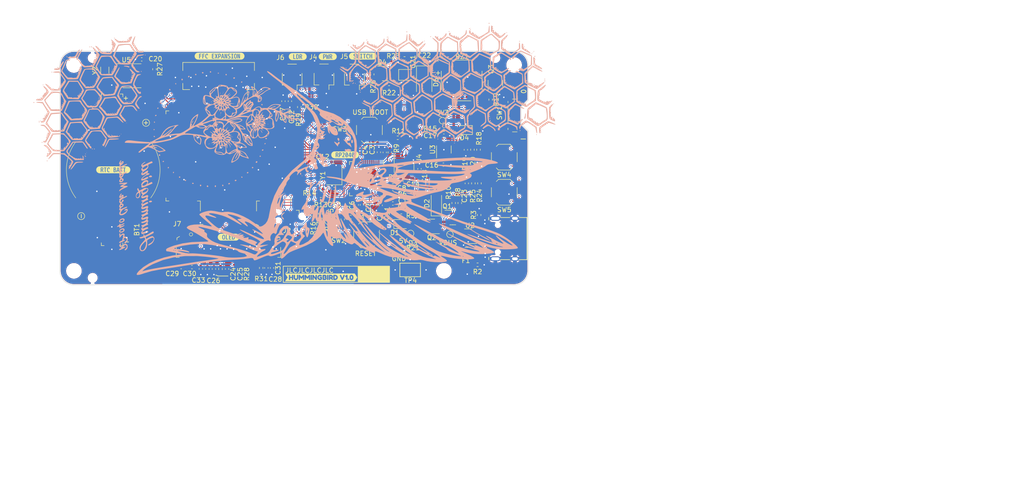
<source format=kicad_pcb>
(kicad_pcb (version 20221018) (generator pcbnew)
  (layers (0 "F.Cu" signal) (31 "B.Cu" signal) (34 "B.Paste" user) (35 "F.Paste" user) (36 "B.SilkS" user "B.Silkscreen") (37 "F.SilkS" user "F.Silkscreen") (38 "B.Mask" user) (39 "F.Mask" user) (44 "Edge.Cuts" user))
  (net 0 "")
  (net 1 "+3V3")
  (net 2 "GND")
  (net 3 "Net-(BT1-+)")
  (net 4 "+5V")
  (net 5 "BUTTON_0")
  (net 6 "BUTTON_1")
  (net 7 "Net-(J6-Pin_2)")
  (net 8 "GPIO26_ADC0_LDR")
  (net 9 "Net-(D3-A)")
  (net 10 "Net-(D4-A)")
  (net 11 "VBUS")
  (net 12 "GPIO11")
  (net 13 "GPIO2")
  (net 14 "GPIO3")
  (net 15 "Net-(R1-Pad1)")
  (net 16 "I2C_SDA")
  (net 17 "I2C_SCL")
  (net 19 "PWR_OFF_SW_N")
  (net 21 "GPIO4")
  (net 22 "GPIO5")
  (net 23 "GPIO6")
  (net 24 "GPIO7")
  (net 25 "GPIO8")
  (net 26 "GPIO9")
  (net 27 "GPIO10")
  (net 28 "GPIO27_ADC1")
  (net 29 "GPIO28_ADC2")
  (net 30 "Net-(J1-CC1)")
  (net 31 "Net-(J1-CC2)")
  (net 32 "/CONNS & PERIPHERALS/BUZZER_LOW")
  (net 33 "/RP2040 & USB/~{RESET}")
  (net 34 "Net-(U1-VREG_VOUT)")
  (net 35 "Net-(U1-XIN)")
  (net 36 "Net-(U1-XOUT)")
  (net 37 "/CONNS & PERIPHERALS/OLED_RST")
  (net 38 "Net-(J7-Pin_27)")
  (net 39 "Net-(J7-Pin_3)")
  (net 40 "Net-(J7-Pin_2)")
  (net 41 "Net-(J7-Pin_5)")
  (net 42 "Net-(J7-Pin_4)")
  (net 43 "Net-(J7-Pin_28)")
  (net 44 "Net-(D1-A)")
  (net 45 "Net-(D2-K)")
  (net 46 "Net-(D2-A)")
  (net 47 "/CONNS & PERIPHERALS/WS2812_DOUT")
  (net 48 "/RP2040 & USB/USB_D-")
  (net 49 "/RP2040 & USB/USB_D+")
  (net 50 "/RP2040 & USB/PROG1")
  (net 51 "unconnected-(J7-Pin_7-Pad7)")
  (net 52 "Net-(Q3-G)")
  (net 53 "Net-(Q4-D)")
  (net 54 "/RP2040 & USB/GPIO25_LED")
  (net 55 "/RP2040 & USB/D-")
  (net 56 "/RP2040 & USB/D+")
  (net 57 "/RP2040 & USB/~{QSPI_CS}")
  (net 58 "/RP2040 & USB/USBBOOT")
  (net 60 "/RP2040 & USB/PROG2")
  (net 61 "Net-(R18-Pad1)")
  (net 62 "Net-(D5-DIN)")
  (net 63 "Net-(R24-Pad1)")
  (net 64 "Net-(J7-Pin_26)")
  (net 65 "/RP2040 & USB/UART0_TX")
  (net 66 "/RP2040 & USB/UART0_RX")
  (net 68 "/RP2040 & USB/QSPI_SD1")
  (net 69 "/RP2040 & USB/QSPI_SD2")
  (net 70 "/RP2040 & USB/QSPI_SD0")
  (net 71 "Net-(U5-X1)")
  (net 72 "Net-(U5-X2)")
  (net 73 "/RP2040 & USB/SWCLK")
  (net 74 "/RP2040 & USB/SWDIO")
  (net 75 "GPIO12_PPS")
  (net 76 "GPIO13_WS2812_RGB_LED")
  (net 77 "GPIO14_BUTTON_0")
  (net 78 "GPIO15_BUTTON_1")
  (net 79 "GPIO18")
  (net 80 "GPIO19")
  (net 81 "GPIO20")
  (net 82 "GPIO21")
  (net 83 "GPIO22")
  (net 84 "GPIO23")
  (net 85 "GPIO24")
  (net 86 "GPIO29_ADC3")
  (net 87 "/RP2040 & USB/QSPI_SD3")
  (net 88 "/RP2040 & USB/QSPI_SCLK")
  (net 90 "unconnected-(J1-SBU2-PadB8)")
  (net 91 "Net-(F1-Pad2)")
  (net 92 "unconnected-(J3-Pin_1-Pad1)")
  (footprint "stride_footprints:SW_SPST_TL3342_RT" (layer "F.Cu") (at 116.1 116.9)
    (fp_text reference "SW3")
    (fp_text value "TS-1187A-B-A-B")
  )
  (footprint "Resistor_SMD:R_0402_1005Metric" (layer "F.Cu") (at 84.3 146.6 -90)
    (fp_text reference "R28")
    (fp_text value "10k")
  )
  (footprint "stride_footprints:WS2812B-2020" (layer "F.Cu") (at 123.7 105.1)
    (fp_text reference "D5" hide)
    (fp_text value "WS2812B-2020" hide)
  )
  (footprint "Resistor_SMD:R_0402_1005Metric" (layer "F.Cu") (at 121.11 129.1 180)
    (fp_text reference "R6")
    (fp_text value "22")
  )
  (footprint "Connector_JST:JST_SH_SM02B-SRSS-TB_1x02-1MP_P1.00mm_Horizontal" (layer "F.Cu") (at 99.6 105.5 180)
    (fp_text reference "J6")
    (fp_text value "5V")
  )
  (footprint "stride_footprints:R_0402_1005Metric_3pad" (layer "F.Cu") (at 105.6 135.81 90)
    (fp_text reference "R17")
    (fp_text value "0")
  )
  (footprint "Capacitor_SMD:C_0402_1005Metric" (layer "F.Cu") (at 121.1 130.2)
    (fp_text reference "C8")
    (fp_text value "1u")
  )
  (footprint "kibuzzard-68226193" (layer "F.Cu") (at 61.4 125.4)
    (fp_text reference "kibuzzard-68226193" hide)
    (fp_text value "G***" hide)
  )
  (footprint "Resistor_SMD:R_0402_1005Metric" (layer "F.Cu") (at 93 146.38 90)
    (fp_text reference "R31")
    (fp_text value "330k")
  )
  (footprint "Resistor_SMD:R_0402_1005Metric" (layer "F.Cu") (at 116.7 105 -90)
    (fp_text reference "R26")
    (fp_text value "10k")
  )
  (footprint "LED_SMD:LED_0805_2012Metric" (layer "F.Cu") (at 123 137)
    (fp_text reference "D1")
    (fp_text value "LED_Y")
  )
  (footprint "Resistor_SMD:R_0402_1005Metric" (layer "F.Cu") (at 138.1 121.1 -90)
    (fp_text reference "R20")
    (fp_text value "10k")
  )
  (footprint "Capacitor_SMD:C_0402_1005Metric" (layer "F.Cu") (at 123.3 127.5)
    (fp_text reference "C14")
    (fp_text value "0.1u")
  )
  (footprint "Capacitor_SMD:C_0402_1005Metric" (layer "F.Cu") (at 131.9 124.3)
    (fp_text reference "C16")
    (fp_text value "4.7u")
  )
  (footprint "Resistor_SMD:R_0402_1005Metric" (layer "F.Cu") (at 122.15 118.56 180)
    (fp_text reference "R11")
    (fp_text value "1k")
  )
  (footprint "Capacitor_SMD:C_0402_1005Metric" (layer "F.Cu") (at 118.13 121.65 90)
    (fp_text reference "C4")
    (fp_text value "0.1u")
  )
  (footprint "Package_TO_SOT_SMD:SOT-23" (layer "F.Cu") (at 143 106.9 90)
    (fp_text reference "Q3")
    (fp_text value "AO3400A")
  )
  (footprint "stride_footprints:R_0402_1005Metric_3pad" (layer "F.Cu") (at 104.1 135.31 90)
    (fp_text reference "R16")
    (fp_text value "0")
  )
  (footprint "Capacitor_SMD:C_0402_1005Metric" (layer "F.Cu") (at 81.5 146.6 -90)
    (fp_text reference "C26")
    (fp_text value "1u")
  )
  (footprint "Connector_FFC-FPC:Hirose_FH12-24S-0.5SH_1x24-1MP_P0.50mm_Horizontal" (layer "F.Cu") (at 83.9 106.95 180)
    (fp_text reference "J3")
    (fp_text value "FFC 24")
  )
  (footprint "Capacitor_SMD:C_0402_1005Metric" (layer "F.Cu") (at 114.5 132.9 -90)
    (fp_text reference "C7")
    (fp_text value "0.1u")
  )
  (footprint "Resistor_SMD:R_0402_1005Metric" (layer "F.Cu") (at 123.6 101.6 180)
    (fp_text reference "R23")
    (fp_text value "10k")
  )
  (footprint "kibuzzard-68226263" (layer "F.Cu") (at 105.8 148.4)
    (fp_text reference "kibuzzard-68226263" hide)
    (fp_text value "G***" hide)
  )
  (footprint "Package_SO:SOIC-8_3.9x4.9mm_P1.27mm" (layer "F.Cu") (at 65.4 105.3)
    (fp_text reference "U5")
    (fp_text value "DS1307Z+")
  )
  (footprint "Resistor_SMD:R_0402_1005Metric" (layer "F.Cu") (at 101.13 111.99 90)
    (fp_text reference "R29")
    (fp_text value "10k")
  )
  (footprint "Resistor_SMD:R_0402_1005Metric" (layer "F.Cu") (at 120.47 121.68 -90)
    (fp_text reference "R9")
    (fp_text value "10k")
  )
  (footprint "Package_TO_SOT_SMD:SOT-23" (layer "F.Cu") (at 119.5 104.8)
    (fp_text reference "Q4")
    (fp_text value "2N7002")
  )
  (footprint "ftp:USB-C-16p" (layer "F.Cu") (at 142.0775 140.1 90)
    (fp_text reference "J1" hide)
    (fp_text value "USB_C_Receptacle_USB2.0")
  )
  (footprint "Capacitor_SMD:C_0402_1005Metric" (layer "F.Cu") (at 113.4 132.9 -90)
    (fp_text reference "C6")
    (fp_text value "0.1u")
  )
  (footprint "Resistor_SMD:R_0402_1005Metric" (layer "F.Cu") (at 132 116.8 180)
    (fp_text reference "R15")
    (fp_text value "1k")
  )
  (footprint "Connector:Tag-Connect_TC2030-IDC-NL_2x03_P1.27mm_Vertical" (layer "F.Cu") (at 99.2 135.335 180)
    (fp_text reference "J2")
    (fp_text value "PROG")
  )
  (footprint "kibuzzard-682261D0" (layer "F.Cu") (at 100.8 101.2)
    (fp_text reference "kibuzzard-682261D0" hide)
    (fp_text value "G***" hide)
  )
  (footprint "Resistor_SMD:R_0402_1005Metric" (layer "F.Cu") (at 70.2 103.9 -90)
    (fp_text reference "R27")
    (fp_text value "10k")
  )
  (footprint "TestPoint:TestPoint_Pad_D1.0mm" (layer "F.Cu") (at 131.7 114.9 180)
    (fp_text reference "TP7" hide)
    (fp_text value "3V3")
  )
  (footprint "Diode_SMD:D_SMA" (layer "F.Cu") (at 127.8 106.7 -90)
    (fp_text reference "D6")
    (fp_text value "SS14")
  )
  (footprint "Crystal:Crystal_SMD_3225-4Pin_3.2x2.5mm" (layer "F.Cu") (at 108.5865 126.6 90)
    (fp_text reference "Y1")
    (fp_text value "XYDBPCNANF-12MHZ")
  )
  (footprint "Capacitor_SMD:C_0402_1005Metric" (layer "F.Cu") (at 117.4 133 -90)
    (fp_text reference "C9")
    (fp_text value "0.1u")
  )
  (footprint "kibuzzard-682261A9" (layer "F.Cu") (at 86.014963 139.795116)
    (fp_text reference "kibuzzard-682261A9" hide)
    (fp_text value "G***" hide)
  )
  (footprint "Capacitor_SMD:C_0402_1005Metric" (layer "F.Cu") (at 94.1 146.38 90)
    (fp_text reference "C28")
    (fp_text value "2.2u")
  )
  (footprint "Capacitor_SMD:C_0402_1005Metric" (layer "F.Cu") (at 108.62 130.6 180)
    (fp_text reference "C15" hide)
    (fp_text value "0.1u")
  )
  (footprint "Capacitor_SMD:C_0402_1005Metric" (layer "F.Cu") (at 95.3 146.38 90)
    (fp_text reference "C31")
    (fp_text value "4.7u")
  )
  (footprint "Capacitor_SMD:C_0402_1005Metric" (layer "F.Cu") (at 121.1 132.6)
    (fp_text reference "C2")
    (fp_text value "1u")
  )
  (footprint "TestPoint:TestPoint_Pad_D1.0mm" (layer "F.Cu") (at 124.9 139 180)
    (fp_text reference "TP5" hide)
    (fp_text value "5V")
  )
  (footprint "kibuzzard-682261F1" (layer "F.Cu") (at 110.9 122.2)
    (fp_text reference "kibuzzard-682261F1" hide)
    (fp_text value "G***" hide)
  )
  (footprint "Fiducial:Fiducial_1mm_Mask2mm" (layer "F.Cu") (at 147 108)
    (fp_text reference "FID1" hide)
    (fp_text value "Fiducial")
  )
  (footprint "stride_footprints:JLC_Tooling_Hole" (layer "F.Cu") (at 57 148.5)
    (fp_text reference "H2" hide)
    (fp_text value "Tooling_Hole_JLC")
  )
  (footprint "Capacitor_SMD:C_0402_1005Metric" (layer "F.Cu") (at 97.74 110.74 90)
    (fp_text reference "C27")
    (fp_text value "1u")
  )
  (footprint "Capacitor_SMD:C_0402_1005Metric" (layer "F.Cu") (at 136.9 128.3 90)
    (fp_text reference "C23")
    (fp_text value "0.1u")
  )
  (footprint "Capacitor_SMD:C_0402_1005Metric" (layer "F.Cu") (at 80.1 146.58 -90)
    (fp_text reference "C33")
    (fp_text value "1u")
  )
  (footprint "Capacitor_SMD:C_0402_1005Metric" (layer "F.Cu") (at 126.8 125.2 90)
    (fp_text reference "C18")
    (fp_text value "1u")
  )
  (footprint "TestPoint:TestPoint_Pad_D1.0mm" (layer "F.Cu") (at 107.3 136.4 180)
    (fp_text reference "TP3" hide)
    (fp_text value "RST")
  )
  (footprint "MountingHole:MountingHole_2.7mm_M2.5" (layer "F.Cu") (at 53 147 90)
    (fp_text reference "H5" hide)
    (fp_text value "Mounting_Hole")
  )
  (footprint "Package_SON:WSON-8-1EP_4x4mm_P0.8mm_EP2.2x3mm" (layer "F.Cu") (at 123.5 124 -90)
    (fp_text reference "U4")
    (fp_text value "W25Q64JV")
  )
  (footprint "Capacitor_SMD:C_0402_1005Metric" (layer "F.Cu") (at 82.9 146.6 -90)
    (fp_text reference "C24")
    (fp_text value "1u")
  )
  (footprint "kibuzzard-682261E0" (layer "F.Cu") (at 114.7 101.1)
    (fp_text reference "kibuzzard-682261E0" hide)
    (fp_text value "G***" hide)
  )
  (footprint "Capacitor_SMD:C_0402_1005Metric" (layer "F.Cu") (at 75.9 146.2 180)
    (fp_text reference "C29")
    (fp_text value "1u")
  )
  (footprint "Capacitor_SMD:C_0402_1005Metric" (layer "F.Cu") (at 108.5865 129.5)
    (fp_text reference "C13" hide)
    (fp_text value "10p")
  )
  (footprint "Resistor_SMD:R_0402_1005Metric" (layer "F.Cu") (at 134.1 132.5 90)
    (fp_text reference "R10")
    (fp_text value "100k")
  )
  (footprint "Capacitor_SMD:C_0402_1005Metric" (layer "F.Cu") (at 67.475 101.795 180)
    (fp_text reference "C20")
    (fp_text value "1u")
  )
  (footprint "Resistor_SMD:R_0402_1005Metric" (layer "F.Cu") (at 142 110.4 -90)
    (fp_text reference "R19")
    (fp_text value "1k")
  )
  (footprint "Connector_JST:JST_SH_SM02B-SRSS-TB_1x02-1MP_P1.00mm_Horizontal" (layer "F.Cu") (at 106.4 105.475 180)
    (fp_text reference "J4")
    (fp_text value "5V")
  )
  (footprint "MountingHole:MountingHole_2.7mm_M2.5" (layer "F.Cu") (at 147 103)
    (fp_text reference "H6" hide)
    (fp_text value "Mounting_Hole")
  )
  (footprint "Capacitor_SMD:C_0402_1005Metric" (layer "F.Cu") (at 108.62 131.7 180)
    (fp_text reference "C10")
    (fp_text value "0.1u")
  )
  (footprint "Capacitor_SMD:C_0402_1005Metric" (layer "F.Cu") (at 121.1 131.4)
    (fp_text reference "C1")
    (fp_text value "10u")
  )
  (footprint "Package_TO_SOT_SMD:SOT-23-6" (layer "F.Cu") (at 137.2 139.6 180)
    (fp_text reference "U2")
    (fp_text value "SRV05-4")
  )
  (footprint "Resistor_SMD:R_0402_1005Metric" (layer "F.Cu") (at 120.3 107.8 180)
    (fp_text reference "R22")
    (fp_text value "51")
  )
  (footprint "Resistor_SMD:R_0402_1005Metric" (layer "F.Cu") (at 105.72 131.7 180)
    (fp_text reference "R13")
    (fp_text value "4.7k")
  )
  (footprint "Resistor_SMD:R_0402_1005Metric" (layer "F.Cu") (at 138.3 128.3 -90)
    (fp_text reference "R25")
    (fp_text value "10k")
  )
  (footprint "Resistor_SMD:R_0402_1005Metric" (layer "F.Cu") (at 112.1 135.5 180)
    (fp_text reference "R1")
    (fp_text value "1k")
  )
  (footprint "Resistor_SMD:R_0402_1005Metric" (layer "F.Cu") (at 110.4 136 90)
    (fp_text reference "R4")
    (fp_text value "10k")
  )
  (footprint "Fiducial:Fiducial_1mm_Mask2mm" (layer "F.Cu") (at 53 142)
    (fp_text reference "FID2" hide)
    (fp_text value "Fiducial")
  )
  (footprint "kibuzzard-682261BD" (layer "F.Cu") (at 107.2 101.2)
    (fp_text reference "kibuzzard-682261BD" hide)
    (fp_text value "G***" hide)
  )
  (footprint "Capacitor_SMD:C_0402_1005Metric" (layer "F.Cu") (at 127.8 102.1)
    (fp_text reference "C22")
    (fp_text value "10u")
  )
  (footprint "Resistor_SMD:R_0402_1005Metric" (layer "F.Cu") (at 122.9 135.2 180)
    (fp_text reference "R5")
    (fp_text value "2.2k")
  )
  (footprint "stride_footprints:Q&J_CR2032-BS-6-1" (layer "F.Cu") (at 61.25 125 90)
    (fp_text reference "BT1")
    (fp_text value "CR2032")
  )
  (footprint "Package_TO_SOT_SMD:SOT-23" (layer "F.Cu") (at 133.9 135.6)
    (fp_text reference "Q1")
    (fp_text value "AO3401A")
  )
  (footprint "TestPoint:TestPoint_Pad_D1.0mm" (layer "F.Cu") (at 133.3 139.2 -90)
    (fp_text reference "TP1" hide)
    (fp_text value "VBUS")
  )
  (footprint "stride_footprints:SW_SPST_TL3342_RT" (layer "F.Cu") (at 115.5 139.3 180)
    (fp_text reference "SW2")
    (fp_text value "TS-1187A-B-A-B")
  )
  (footprint "Buzzer_Beeper:MagneticBuzzer_CUI_CMT-8504-100-SMT" (layer "F.Cu") (at 135.8 106.3)
    (fp_text reference "BZ1")
    (fp_text value "CMT-8504-100-SMT-TR")
  )
  (footprint "LED_SMD:LED_0805_2012Metric" (layer "F.Cu") (at 136.4 116.9 180)
    (fp_text reference "D4")
    (fp_text value "LED_G")
  )
  (footprint "stride_footprints:OLED-128O064D_edit_reverse_v2" (layer "F.Cu") (at 86 132.0665)
    (fp_text reference "J7")
    (fp_text value "OLED")
  )
  (footprint "Capacitor_SMD:C_0402_1005Metric" (layer "F.Cu") (at 109.1 136 -90)
    (fp_text reference "C5")
    (fp_text value "0.1u")
  )
  (footprint "Resistor_SMD:R_0402_1005Metric" (layer "F.Cu") (at 139.2 145.7)
    (fp_text reference "R2")
    (fp_text value "5.1k")
  )
  (footprint "Fuse:Fuse_1206_3216Metric" (layer "F.Cu") (at 137.1 142.9)
    (fp_text reference "F1")
    (fp_text value "12V 3A")
  )
  (footprint "stride_footprints:ronghe_RH-5016_C5199799" (layer "F.Cu") (at 124.9 146.55 180)
    (fp_text reference "TP4")
    (fp_text value "GND CLIP")
  )
  (footprint "Package_TO_SOT_SMD:SOT-23" (layer "F.Cu") (at 129.4 137.5 180)
    (fp_text reference "Q2")
    (fp_text value "AO3401A")
  )
  (footprint "Connector_JST:JST_SH_SM02B-SRSS-TB_1x02-1MP_P1.00mm_Horizontal" (layer "F.Cu") (at 112.9 105.5 180)
    (fp_text reference "J5")
    (fp_text value "5V")
  )
  (footprint "Resistor_SMD:R_0402_1005Metric" (layer "F.Cu") (at 139.6 128.3 -90)
    (fp_text reference "R24")
    (fp_text value "1k")
  )
  (footprint "Capacitor_SMD:C_0402_1005Metric" (layer "F.Cu") (at 123.6 102.8 180)
    (fp_text reference "C21")
    (fp_text value "1u")
  )
  (footprint "Capacitor_SMD:C_0402_1005Metric" (layer "F.Cu") (at 118.5 133 -90)
    (fp_text reference "C11")
    (fp_text value "0.1u")
  )
  (footprint "kibuzzard-68226165" (layer "F.Cu") (at 84.1 101.1)
    (fp_text reference "kibuzzard-68226165" hide)
    (fp_text value "G***" hide)
  )
  (footprint "MountingHole:MountingHole_2.7mm_M2.5" (layer "F.Cu") (at 53 103)
    (fp_text reference "H4" hide)
    (fp_text value "Mounting_Hole")
  )
  (footprint "LED_SMD:LED_0805_2012Metric" (layer "F.Cu") (at 125.4 142.7)
    (fp_text reference "D3")
    (fp_text value "LED_G")
  )
  (footprint "Resistor_SMD:R_0402_1005Metric" (layer "F.Cu") (at 139.4 121.1 -90)
    (fp_text reference "R18")
    (fp_text value "1k")
  )
  (footprint "stride_footprints:JLC_Tooling_Hole" (layer "F.Cu") (at 143 101.5)
    (fp_text reference "H1" hide)
    (fp_text value "Tooling_Hole_JLC")
  )
  (footprint "Diode_SMD:D_MiniMELF" (layer "F.Cu") (at 130.4 132.6 90)
    (fp_text reference "D2")
    (fp_text value "5.6V")
  )
  (footprint "Resistor_SMD:R_0402_1005Metric" (layer "F.Cu") (at 101.57 110.3)
    (fp_text reference "R30")
    (fp_text value "1k")
  )
  (footprint "stride_footprints:SSSS811101" (layer "F.Cu") (at 147.14 113.79 90)
    (fp_text reference "SW1")
    (fp_text value "SSSS811101")
  )
  (footprint "Resistor_SMD:R_0402_1005Metric" (layer "F.Cu") (at 105.7 129.5 180)
    (fp_text reference "R14")
    (fp_text value "4.7k")
  )
  (footprint "Capacitor_SMD:C_0402_1005Metric" (layer "F.Cu") (at 119.37 121.68 90)
    (fp_text reference "C3")
    (fp_text value "0.1u")
  )
  (footprint "stride_footprints:QFN-56_EP_7x7_Pitch0.4mm" (layer "F.Cu") (at 115.5 127.3 -90)
    (fp_text reference "U1" hide)
    (fp_text value "RP2040")
  )
  (footprint "Capacitor_SMD:C_0402_1005Metric" (layer "F.Cu") (at 85.7 146.6 90)
    (fp_text reference "C25")
    (fp_text value "0.1u")
  )
  (footprint "MountingHole:MountingHole_2.7mm_M2.5" (layer "F.Cu") (at 132 147)
    (fp_text reference "H7" hide)
    (fp_text value "Mounting_Hole")
  )
  (footprint "Capacitor_SMD:C_0402_1005Metric" (layer "F.Cu") (at 108.4865 123.7 180)
    (fp_text reference "C12")
    (fp_text value "10p")
  )
  (footprint "Crystal:Crystal_SMD_3215-2Pin_3.2x1.5mm" (layer "F.Cu") (at 59.6 104.1 -90)
    (fp_text reference "Y2")
    (fp_text value "32.768kHz")
  )
  (footprint "stride_footprints:JLC_Tooling_Hole" (layer "F.Cu") (at 57 101.5)
    (fp_text reference "H3" hide)
    (fp_text value "Tooling_Hole_JLC")
  )
  (footprint "Package_TO_SOT_SMD:SOT-23-5" (layer "F.Cu") (at 132 121.0625 90)
    (fp_text reference "U3")
    (fp_text value "RT9080-33GJ5")
  )
  (footprint "Capacitor_SMD:C_0402_1005Metric" (layer "F.Cu") (at 132 118.1)
    (fp_text reference "C17")
    (fp_text value "4.7u")
  )
  (footprint "Capacitor_SMD:C_0402_1005Metric" (layer "F.Cu") (at 78.2 146.2 180)
    (fp_text reference "C30")
    (fp_text value "1u")
  )
  (footprint "Resistor_SMD:R_0402_1005Metric" (layer "F.Cu") (at 139.53 135.06 90)
    (fp_text reference "R3")
    (fp_text value "5.1k")
  )
  (footprint "stride_footprints:SW_SPST_TL3342_RT" (layer "F.Cu") (at 144.9 122.7 180)
    (fp_text reference "SW4")
    (fp_text value "TS-1187A-B-A-B")
  )
  (footprint "stride_footprints:SW_SPST_TL3342_RT" (layer "F.Cu") (at 144.9 130.2 180)
    (fp_text reference "SW5")
    (fp_text value "TS-1187A-B-A-B")
  )
  (footprint "Capacitor_SMD:C_0402_1005Metric" (layer "F.Cu") (at 136.7 121.12 -90)
    (fp_text reference "C19")
    (fp_text value "0.1u")
  )
  (footprint "Resistor_SMD:R_0402_1005Metric" (layer "F.Cu") (at 135.4 132.5 90)
    (fp_text reference "R8")
    (fp_text value "100k")
  )
  (footprint "Resistor_SMD:R_0402_1005Metric" (layer "F.Cu") (at 121.11 128 180)
    (fp_text reference "R7")
    (fp_text value "22")
  )
  (footprint "Capacitor_SMD:C_0402_1005Metric" (layer "F.Cu") (at 99.13 110.74 -90)
    (fp_text reference "C32")
    (fp_text value "0.1u")
  )
  (footprint "Resistor_SMD:R_0402_1005Metric" (layer "F.Cu") (at 125.41 140.9 180)
    (fp_text reference "R21")
    (fp_text value "4.7k")
  )
  (footprint "silk:subtitle" (layer "B.Cu") (at 63.428245 132.877811 90)
    (fp_text reference "G***" hide)
    (fp_text value "LOGO" hide)
  )
  (footprint "silk:title" (layer "B.Cu") (at 68.228245 133.077811 90)
    (fp_text reference "G***" hide)
    (fp_text value "LOGO" hide)
  )
  (footprint "silk:comb" (layer "B.Cu") (at 124.266269 107.990426 -155)
    (fp_text reference "G***" hide)
    (fp_text value "LOGO" hide)
  )
  (footprint "silk:flower" (layer "B.Cu") (at 82.928245 116.577811 100)
    (fp_text reference "G***")
    (fp_text value "LOGO" hide)
  )
  (footprint "silk:hummingbird" (layer "B.Cu") (at 102.828245 129.977811 110)
    (fp_text reference "G***" hide)
    (fp_text value "LOGO" hide)
  )
  (footprint "silk:comb" (layer "B.Cu") (at 56.54086 110.839787 -65)
    (fp_text reference "G***" hide)
    (fp_text value "LOGO" hide)
  )
  (footprint "silk:comb" (layer "B.Cu") (at 141.828245 106.177811 -155)
    (fp_text reference "G***" hide)
    (fp_text value "LOGO" hide)
  )
  (gr_poly (pts (xy 113.7 146.1) (xy 120.3 146.1) (xy 120.3 149.4) (xy 113.7 149.4)) (stroke (width 0.15)) (fill solid) (layer "F.SilkS"))
  (gr_line (start 83.3 147.9) (end 83.8 148.1) (stroke (width 0.15)) (layer "F.SilkS"))
  (gr_rect (start 97.7 146) (end 120.4 149.45) (stroke (width 0.15)) (fill none) (layer "F.SilkS"))
  (gr_line (start 83.8 148.1) (end 85.9 148.1) (stroke (width 0.15)) (layer "F.SilkS"))
  (gr_line (start 150 147) (end 150 117.1) (stroke (width 0.1)) (layer "Edge.Cuts"))
  (gr_line (start 148.5 115.6) (end 148.5 112) (stroke (width 0.1)) (layer "Edge.Cuts"))
  (gr_arc (start 53 150) (mid 50.87868 149.12132) (end 50 147) (stroke (width 0.1)) (layer "Edge.Cuts"))
  (gr_line (start 148.5 115.6) (end 150 117.1) (stroke (width 0.1)) (layer "Edge.Cuts"))
  (gr_line (start 150 103) (end 150 110.5) (stroke (width 0.1)) (layer "Edge.Cuts"))
  (gr_arc locked (start 150 147) (mid 149.12132 149.12132) (end 147 150) (stroke (width 0.1)) (layer "Edge.Cuts"))
  (gr_line (start 53 150) (end 147 150) (stroke (width 0.1)) (layer "Edge.Cuts"))
  (gr_line (start 147 100) (end 53 100) (stroke (width 0.1)) (layer "Edge.Cuts"))
  (gr_arc (start 147 100) (mid 149.12132 100.87868) (end 150 103) (stroke (width 0.1)) (layer "Edge.Cuts"))
  (gr_arc (start 50 103) (mid 50.87868 100.87868) (end 53 100) (stroke (width 0.1)) (layer "Edge.Cuts"))
  (gr_line (start 150 110.5) (end 148.5 112) (stroke (width 0.1)) (layer "Edge.Cuts"))
  (gr_line (start 50 103) (end 50 147) (stroke (width 0.1)) (layer "Edge.Cuts"))
  (gr_text "RST" (at 107.8 138.2) (layer "F.SilkS") (effects (font (size 1 1))))
  (gr_text "0" (at 148.97 108.64 -90) (layer "F.SilkS") (effects (font (size 1 1))))
  (gr_text "5V" (at 123.3 140.6) (layer "F.SilkS") (effects (font (size 1 1))))
  (gr_text "VBUS\n" (at 132.9 141) (layer "F.SilkS") (effects (font (size 1 1))))
  (gr_text "JLCJLCJLCJLC" (at 103.3 146.9) (layer "F.SilkS") (effects (font (size 1 1))))
  (gr_text "GND" (at 122.4 144.4) (layer "F.SilkS") (effects (font (size 1 1))))
  (gr_text "RESET" (at 115.3 143.3) (layer "F.SilkS") (effects (font (size 1 1))))
  (gr_text "3V3\n" (at 131.7 113.2) (layer "F.SilkS") (effects (font (size 1 1))))
  (gr_text "I" (at 148.91 118.82 -90) (layer "F.SilkS") (effects (font (size 1 1))))
  (gr_text "USB BOOT" (at 116.3 113.1) (layer "F.SilkS") (effects (font (size 1 1))))
  (segment (start 118.65 137.4) (end 120.3 137.4) (width 0.127) (layer "F.Cu") (net 0))
  (segment (start 112.95 118.8) (end 111.4 118.8) (width 0.127) (layer "F.Cu") (net 0))
  (segment (start 148.05 127.3) (end 148.06 127.29) (width 0.2032) (layer "F.Cu") (net 0))
  (segment (start 146.44 132.1) (end 146.41 132.13) (width 0.2032) (layer "F.Cu") (net 0))
  (segment (start 148.05 131.07) (end 148.06 131.06) (width 0.2032) (layer "F.Cu") (net 0))
  (segment (start 146.35 124.6) (end 146.32 124.63) (width 0.2032) (layer "F.Cu") (net 0))
  (segment (start 148.05 132.1) (end 146.44 132.1) (width 0.2032) (layer "F.Cu") (net 0))
  (segment (start 146.38 120.8) (end 146.34 120.84) (width 0.2032) (layer "F.Cu") (net 0))
  (segment (start 148.05 128.3) (end 148.05 127.3) (width 0.2032) (layer "F.Cu") (net 0))
  (segment (start 148.05 120.8) (end 146.38 120.8) (width 0.2032) (layer "F.Cu") (net 0))
  (segment (start 146.62 128.3) (end 146.56 128.36) (width 0.2032) (layer "F.Cu") (net 0))
  (segment (start 118.65 141.2) (end 120.3 141.2) (width 0.127) (layer "F.Cu") (net 0))
  (segment (start 148.05 132.1) (end 148.05 131.07) (width 0.2032) (layer "F.Cu") (net 0))
  (segment (start 112.95 115) (end 111.5 115) (width 0.127) (layer "F.Cu") (net 0))
  (segment (start 148.05 128.3) (end 146.62 128.3) (width 0.2032) (layer "F.Cu") (net 0))
  (segment (start 148.05 124.6) (end 146.35 124.6) (width 0.2032) (layer "F.Cu") (net 0))
  (via (at 148.06 131.06) (size 0.5) (drill 0.3) (layers "F.Cu" "B.Cu") (net 0))
  (via (at 146.34 120.84) (size 0.5) (drill 0.3) (layers "F.Cu" "B.Cu") (net 0))
  (via (at 120.3 137.4) (size 0.5) (drill 0.3) (layers "F.Cu" "B.Cu") (net 0))
  (via (at 111.4 118.8) (size 0.5) (drill 0.3) (layers "F.Cu" "B.Cu") (net 0))
  (via (at 148.06 127.29) (size 0.5) (drill 0.3) (layers "F.Cu" "B.Cu") (net 0))
  (via (at 111.5 115) (size 0.5) (drill 0.3) (layers "F.Cu" "B.Cu") (net 0))
  (via (at 146.32 124.63) (size 0.5) (drill 0.3) (layers "F.Cu" "B.Cu") (net 0))
  (via (at 146.56 128.36) (size 0.5) (drill 0.3) (layers "F.Cu" "B.Cu") (net 0))
  (via (at 120.3 141.2) (size 0.5) (drill 0.3) (layers "F.Cu" "B.Cu") (net 0))
  (via (at 146.41 132.13) (size 0.5) (drill 0.3) (layers "F.Cu" "B.Cu") (net 0))
  (segment (start 79.4 143.8535) (end 79.4 145.05) (width 0.127) (layer "F.Cu") (net 1))
  (segment (start 118.13 122.13) (end 119.34 122.13) (width 0.16) (layer "F.Cu") (net 1))
  (segment (start 137.144 119.634) (end 138.1 120.59) (width 0.2032) (layer "F.Cu") (net 1))
  (segment (start 117.65 117.28) (end 117.65 119.4) (width 0.508) (layer "F.Cu") (net 1))
  (segment (start 80.1 145.75) (end 79.875 145.525) (width 0.127) (layer "F.Cu") (net 1))
  (segment (start 96.363452 148.4532) (end 91.6532 148.4532) (width 0.4064) (layer "F.Cu") (net 1))
  (segment (start 136.398 123.698) (end 135.382 122.682) (width 0.2032) (layer "F.Cu") (net 1))
  (segment (start 96.68 110.16) (end 97.74 111.22) (width 0.16) (layer "F.Cu") (net 1))
  (segment (start 117.65 119.4) (end 118.081 119.831) (width 0.508) (layer "F.Cu") (net 1))
  (segment (start 110.938258 127.5) (end 110.373499 128.064759) (width 0.127) (layer "F.Cu") (net 1))
  (segment (start 70.9 101.7) (end 70.2 102.4) (width 0.508) (layer "F.Cu") (net 1))
  (segment (start 130.62 119.925) (end 130.545 119.925) (width 0.508) (layer "F.Cu") (net 1))
  (segment (start 70.2 102.4) (end 70 102.4) (width 0.508) (layer "F.Cu") (net 1))
  (segment (start 123.5 110.6) (end 117.9 110.6) (width 0.16) (layer "F.Cu") (net 1))
  (segment (start 119.2 129.5) (end 119.6 129.9) (width 0.16) (layer "F.Cu") (net 1))
  (segment (start 106.78 116.88) (end 103.3 113.4) (width 0.508) (layer "F.Cu") (net 1))
  (segment (start 130.545 119.925) (end 128.72 121.75) (width 0.508) (layer "F.Cu") (net 1))
  (segment (start 129.81 119.19) (end 129.81 118.55) (width 0.508) (layer "F.Cu") (net 1))
  (segment (start 119.37 122.16) (end 119.48 122.16) (width 0.16) (layer "F.Cu") (net 1))
  (segment (start 123.5 114.48) (end 125.9 116.88) (width 0.16) (layer "F.Cu") (net 1))
  (segment (start 118.1 122.16) (end 118.13 122.13) (width 0.16) (layer "F.Cu") (net 1))
  (segment (start 126.8 126.21) (end 126.8 125.68) (width 0.2032) (layer "F.Cu") (net 1))
  (segment (start 119.34 122.13) (end 119.37 122.16) (width 0.16) (layer "F.Cu") (net 1))
  (segment (start 118.05 116.88) (end 117.65 117.28) (width 0.508) (layer "F.Cu") (net 1))
  (segment (start 117.866 131.562) (end 118.1 131.562) (width 0.16) (layer "F.Cu") (net 1))
  (segment (start 126.15 126.39) (end 126.15 127.75) (width 0.508) (layer "F.Cu") (net 1))
  (segment (start 113.4 132.42) (end 113.88 132.42) (width 0.16) (layer "F.Cu") (net 1))
  (segment (start 124.7 126.02) (end 125.07 126.39) (width 0.2032) (layer "F.Cu") (net 1))
  (segment (start 110.4 136.51) (end 110.4 138.3) (width 0.16) (layer "F.Cu") (net 1))
  (segment (start 131.52 118.1) (end 130.26 118.1) (width 0.2032) (layer "F.Cu") (net 1))
  (segment (start 118.1 131.562) (end 118.5 131.962) (width 0.16) (layer "F.Cu") (net 1))
  (segment (start 114.5 132.42) (end 115.12 132.42) (width 0.16) (layer "F.Cu") (net 1))
  (segment (start 70.2 103.39) (end 70.2 102.4) (width 0.4064) (layer "F.Cu") (net 1))
  (segment (start 101.4 139.3) (end 105.6 139.3) (width 0.127) (layer "F.Cu") (net 1))
  (segment (start 115.2132 138.1868) (end 115.2132 132.5132) (width 0.4064) (layer "F.Cu") (net 1))
  (segment (start 118.081 119.831) (end 119.881 119.831) (width 0.508) (layer "F.Cu") (net 1))
  (segment (start 118.5 131.962) (end 118.5 132.52) (width 0.16) (layer "F.Cu") (net 1))
  (segment (start 130.545 119.925) (end 127.5 116.88) (width 0.508) (layer "F.Cu") (net 1))
  (segment (start 105.19 129.5) (end 104.4 129.5) (width 0.127) (layer "F.Cu") (net 1))
  (segment (start 131.826 118.872) (end 131.52 118.566) (width 0.2032) (layer "F.Cu") (net 1))
  (segment (start 88.9 145.7) (end 86.8 145.7) (width 0.4064) (layer "F.Cu") (net 1))
  (segment (start 114.1 139.3) (end 115.2132 138.1868) (width 0.4064) (layer "F.Cu") (net 1))
  (segment (start 81.53 146.09) (end 81.5 146.12) (width 0.127) (layer "F.Cu") (net 1))
  (segment (start 106.6635 128.6635) (end 105.86977 128.6635) (width 0.127) (layer "F.Cu") (net 1))
  (segment (start 84.3 146.09) (end 81.53 146.09) (width 0.127) (layer "F.Cu") (net 1))
  (segment (start 131.52 118.566) (end 131.52 118.1) (width 0.2032) (layer "F.Cu") (net 1))
  (segment (start 115.2132 132.5132) (end 115.15 132.45) (width 0.4064) (layer "F.Cu") (net 1))
  (segment (start 138.3 125.6) (end 136.398 123.698) (width 0.2032) (layer "F.Cu") (net 1))
  (segment (start 88.15 108.8) (end 88.15 109.669116) (width 0.16) (layer "F.Cu") (net 1))
  (segment (start 88.640884 110.16) (end 96.68 110.16) (width 0.16) (layer "F.Cu") (net 1))
  (segment (start 105.6 139.3) (end 111.4 139.3) (width 0.4064) (layer "F.Cu") (net 1))
  (segment (start 80.1 146.1) (end 81.48 146.1) (width 0.127) (layer "F.Cu") (net 1))
  (segment (start 110.4 138.3) (end 111.4 139.3) (width 0.16) (layer "F.Cu") (net 1))
  (segment (start 84.3 146.09) (end 84.3 145.55) (width 0.127) (layer "F.Cu") (net 1))
  (segment (start 125.1 133.45) (end 120.7 133.45) (width 0.508) (layer "F.Cu") (net 1))
  (segment (start 116.7 104.49) (end 117.9225 104.49) (width 0.16) (layer "F.Cu") (net 1))
  (segment (start 88.15 109.669116) (end 88.640884 110.16) (width 0.16) (layer "F.Cu") (net 1))
  (segment (start 128.72 125.33) (end 127.66 126.39) (width 0.508) (layer "F.Cu") (net 1))
  (segment (start 103.3 111.07) (end 103.3 103.529394) (width 0.508) (layer "F.Cu") (net 1))
  (segment (start 117.4 132.52) (end 118.5 132.52) (width 0.508) (layer "F.Cu") (net 1))
  (segment (start 130.39 115.59) (end 131.01 115.59) (width 0.508) (layer "F.Cu") (net 1))
  (segment (start 120.7 133.45) (end 120.7 132.68) (width 0.508) (layer "F.Cu") (net 1))
  (segment (start 127.5 116.88) (end 125.9 116.88) (width 0.508) (layer "F.Cu") (net 1))
  (segment (start 117.33 132.45) (end 117.4 132.52) (width 0.508) (layer "F.Cu") (net 1))
  (segment (start 135.382 119.38) (end 135.636 119.634) (width 0.2032) (layer "F.Cu") (net 1))
  (segment (start 103.3 113.4) (end 103.3 111.07) (width 0.508) (layer "F.Cu") (net 1))
  (segment (start 114.5 122.82) (end 114.33 122.65) (width 0.16) (layer "F.Cu") (net 1))
  (segment (start 111.4 139.3) (end 114.1 139.3) (width 0.4064) (layer "F.Cu") (net 1))
  (segment (start 70 102.4) (end 69.005 103.395) (width 0.508) (layer "F.Cu") (net 1))
  (segment (start 98.59 113.24) (end 103.14 113.24) (width 0.16) (layer "F.Cu") (net 1))
  (segment (start 135.382 122.682) (end 135.382 119.38) (width 0.2032) (layer "F.Cu") (net 1))
  (segment (start 96.4832 148.4168) (end 96.399852 148.4168) (width 0.4064) (layer "F.Cu") (net 1))
  (segment (start 98.32 112.97) (end 98.59 113.24) (width 0.16) (layer "F.Cu") (net 1))
  (segment (start 105.03327 129.5) (end 104.4 129.5) (width 0.127) (layer "F.Cu") (net 1))
  (segment (start 120.47 120.42) (end 120.47 121.17) (width 0.508) (layer "F.Cu") (net 1))
  (segment (start 131.49 116.8) (end 130.41 116.8) (width 0.2032) (layer "F.Cu") (net 1))
  (segment (start 100.47 135.97) (end 100.469999 137.006999) (width 0.127) (layer "F.Cu") (net 1))
  (segment (start 114.5 123.29) (end 114.5 122.82) (width 0.16) (layer "F.Cu") (net 1))
  (segment (start 130.41 116.8) (end 129.81 117.4) (width 0.2032) (layer "F.Cu") (net 1))
  (segment (start 109.1 130.6) (end 109.312996 130.6) (width 0.127) (layer "F.Cu") (net 1))
  (segment (start 127.66 126.39) (end 126.15 126.39) (width 0.508) (layer "F.Cu") (net 1))
  (segment (start 128.72 121.75) (end 128.72 125.33) (width 0.508) (layer "F.Cu") (net 1))
  (segment (start 117.9 110.6) (end 115.7 108.4) (width 0.16) (layer "F.Cu") (net 1))
  (segment (start 102.08 110.3) (end 102.53 110.3) (width 0.16) (layer "F.Cu") (net 1))
  (segment (start 107.3 129.3) (end 106.6635 128.6635) (width 0.127) (layer "F.Cu") (net 1))
  (segment (start 119.6 129.9) (end 119.6 130.38) (width 0.16) (layer "F.Cu") (net 1))
  (segment (start 126.1 132.45) (end 125.1 133.45) (width 0.508) (layer "F.Cu") (net 1))
  (segment (start 135.382 119.38) (end 135.382 118.872) (width 0.2032) (layer "F.Cu") (net 1))
  (segment (start 117.9225 104.49) (end 118.5625 103.85) (width 0.16) (layer "F.Cu") (net 1))
  (segment (start 129.81 118.55) (end 129.81 117.4) (width 0.508) (layer "F.Cu") (net 1))
  (segment (start 103.14 113.24) (end 103.3 113.4) (width 0.16) (layer "F.Cu") (net 1))
  (segment (start 125.9 116.88) (end 118.05 116.88) (width 0.508) (layer "F.Cu") (net 1))
  (segment (start 118.1 123.8625) (end 118.1 122.16) (width 0.16) (layer "F.Cu") (net 1))
  (segment (start 110.373499 128.639497) (end 109.812996 129.2) (width 0.127) (layer "F.Cu") (net 1))
  (segment (start 129.81 116.17) (end 130.39 115.59) (width 0.508) (layer "F.Cu") (net 1))
  (segment (start 98.32 111.8) (end 98.32 112.97) (width 0.16) (layer "F.Cu") (net 1))
  (segment (start 79.4 145.05) (end 79.875 145.525) (width 0.127) (layer "F.Cu") (net 1))
  (segment (start 130.26 118.1) (end 129.81 118.55) (width 0.2032) (layer "F.Cu") (net 1))
  (segment (start 117.4 132.028) (end 117.866 131.562) (width 0.16) (layer "F.Cu") (net 1))
  (segment (start 119.6 129.9) (end 118.9375 129.9) (width 0.16) (layer "F.Cu") (net 1))
  (segment (start 118.9375 129.5) (end 119.2 129.5) (width 0.16) (layer "F.Cu") (net 1))
  (segment (start 101.470606 101.7) (end 70.9 101.7) (width 0.508) (layer "F.Cu") (net 1))
  (segment (start 114.5 123.8625) (end 114.5 123.29) (width 0.16) (layer "F.Cu") (net 1))
  (segment (start 104.4 131.7) (end 103.3 132.8) (width 0.127) (layer "F.Cu") (net 1))
  (segment (start 120.62 132.6) (end 120.62 131.4) (width 0.16) (layer "F.Cu") (net 1))
  (segment (start 118.9375 127.5) (end 119.65 127.5) (width 0.16) (layer "F.Cu") (net 1))
  (segment (start 103.3 132.8) (end 103.3 133.4) (width 0.127) (layer "F.Cu") (net 1))
  (segment (start 131.05 119.925) (end 130.62 119.925) (width 0.508) (layer "F.Cu") (net 1))
  (segment (start 115.12 132.42) (end 115.15 132.45) (width 0.16) (layer "F.Cu") (net 1))
  (segment (start 80.1 146.1) (end 80.1 145.75) (width 0.127) (layer "F.Cu") (net 1))
  (segment (start 126.15 126.39) (end 125.07 126.39) (width 0.508) (layer "F.Cu") (net 1))
  (segment (start 81.48 146.1) (end 81.5 146.12) (width 0.127) (layer "F.Cu") (net 1))
  (segment (start 97.74 111.22) (end 98.32 111.8) (width 0.16) (layer "F.Cu") (net 1))
  (segment (start 109.312996 130.6) (end 109.812996 130.1) (width 0.127) (layer "F.Cu") (net 1))
  (segment (start 116.7 104.49) (end 116.31 104.49) (width 0.16) (layer "F.Cu") (net 1))
  (segment (start 67.955 101.795) (end 70.805 101.795) (width 0.4064) (layer "F.Cu") (net 1))
  (segment (start 118.1 130.7375) (end 118.1 131.562) (width 0.16) (layer "F.Cu") (net 1))
  (segment (start 119.6 130.38) (end 120.62 131.4) (width 0.16) (layer "F.Cu") (net 1))
  (segment (start 119.65 127.9) (end 119.85 127.7) (width 0.16) (layer "F.Cu") (net 1))
  (segment (start 135.382 118.872) (end 135.128 118.618) (width 0.2032) (layer "F.Cu") (net 1))
  (segment (start 120.7 133.45) (end 119.77 132.52) (width 0.508) (layer "F.Cu") (net 1))
  (segment (start 81.5 146.12) (end 81.5 143.8535) (width 0.127) (layer "F.Cu") (net 1))
  (segment (start 69.005 103.395) (end 67.875 103.395) (width 0.508) (layer "F.Cu") (net 1))
  (segment (start 116.31 104.49) (end 115.7 105.1) (width 0.16) (layer "F.Cu") (net 1))
  (segment (start 96.399852 148.4168) (end 96.363452 148.4532) (width 0.4064) (layer "F.Cu") (net 1))
  (segment (start 120.7 132.68) (end 120.62 132.6) (width 0.508) (layer "F.Cu") (net 1))
  (segment (start 126.1 129.45) (end 126.1 132.45) (width 0.508) (layer "F.Cu") (net 1))
  (segment (start 130.545 119.925) (end 129.81 119.19) (width 0.508) (layer "F.Cu") (net 1))
  (segment (start 132.08 118.872) (end 131.826 118.872) (width 0.2032) (layer "F.Cu") (net 1))
  (segment (start 116.75 132.45) (end 117.33 132.45) (width 0.508) (layer "F.Cu") (net 1))
  (segment (start 124.7 125.65) (end 124.7 126.02) (width 0.2032) (layer "F.Cu") (net 1))
  (segment (start 91.6532 148.4532) (end 88.9 145.7) (width 0.4064) (layer "F.Cu") (net 1))
  (segment (start 118.05 116.88) (end 106.78 116.88) (width 0.508) (layer "F.Cu") (net 1))
  (segment (start 120.62 132.6) (end 120.54 132.52) (width 0.16) (layer "F.Cu") (net 1))
  (segment (start 114.5 130.7375) (end 114.5 131.8) (width 0.16) (layer "F.Cu") (net 1))
  (segment (start 119.65 127.5) (end 119.85 127.7) (width 0.16) (layer "F.Cu") (net 1))
  (segment (start 114.5 131.8) (end 114.5 132.42) (width 0.16) (layer "F.Cu") (net 1))
  (segment (start 119.48 122.16) (end 120.47 121.17) (width 0.16) (layer "F.Cu") (net 1))
  (segment (start 100.4 138.3) (end 101.4 139.3) (width 0.127) (layer "F.Cu") (net 1))
  (segment (start 103.3 103.529394) (end 101.470606 101.7) (width 0.508) (layer "F.Cu") (net 1))
  (segment (start 110.373499 128.064759) (end 110.373499 128.639497) (width 0.127) (layer "F.Cu") (net 1))
  (segment (start 129.81 117.4) (end 129.81 116.17) (width 0.508) (layer "F.Cu") (net 1))
  (segment (start 109.812996 129.2) (end 109.812996 130.1) (width 0.127) (layer "F.Cu") (net 1))
  (segment (start 123.5 112.4) (end 123.5 114.48) (width 0.16) (layer "F.Cu") (net 1))
  (segment (start 102.53 110.3) (end 103.3 111.07) (width 0.16) (layer "F.Cu") (net 1))
  (segment (start 70.805 101.795) (end 70.9 101.7) (width 0.4064) (layer "F.Cu") (net 1))
  (segment (start 105.6 139.3) (end 96.4832 148.4168) (width 0.4064) (layer "F.Cu") (net 1))
  (segment (start 112.0625 127.5) (end 110.938258 127.5) (width 0.127) (layer "F.Cu") (net 1))
  (segment (start 105.21 131.7) (end 104.4 131.7) (width 0.127) (layer "F.Cu") (net 1))
  (segment (start 113.88 132.42) (end 114.5 131.8) (width 0.16) (layer "F.Cu") (net 1))
  (segment (start 117.4 132.028) (end 117.4 132.52) (width 0.16) (layer "F.Cu") (net 1))
  (segment (start 131.01 115.59) (end 131.7 114.9) (width 0.508) (layer "F.Cu") (net 1))
  (segment (start 119.77 132.52) (end 118.5 132.52) (width 0.508) (layer "F.Cu") (net 1))
  (segment (start 118.9375 127.9) (end 119.65 127.9) (width 0.16) (layer "F.Cu") (net 1))
  (segment (start 115.7 108.4) (end 115.7 106.6016) (width 0.16) (layer "F.Cu") (net 1))
  (segment (start 82.9 143.8535) (end 82.9 146.12) (width 0.127) (layer "F.Cu") (net 1))
  (segment (start 105.86977 128.6635) (end 105.03327 129.5) (width 0.127) (layer "F.Cu") (net 1))
  (segment (start 135.636 119.634) (end 137.144 119.634) (width 0.2032) (layer "F.Cu") (net 1))
  (segment (start 138.3 127.79) (end 138.3 125.6) (width 0.2032) (layer "F.Cu") (net 1))
  (via (at 119.881 119.831) (size 0.5) (drill 0.3) (layers "F.Cu" "B.Cu") (net 1))
  (via (at 126.1 129.45) (size 0.5) (drill 0.3) (layers "F.Cu" "B.Cu") (net 1))
  (via (at 116.75 132.45) (size 0.5) (drill 0.3) (layers "F.Cu" "B.Cu") (net 1))
  (via (at 86.8 145.7) (size 0.5) (drill 0.3) (layers "F.Cu" "B.Cu") (net 1))
  (via (at 120.47 120.42) (size 0.5) (drill 0.3) (layers "F.Cu" "B.Cu") (net 1))
  (via (at 123.5 112.4) (size 0.5) (drill 0.3) (layers "F.Cu" "B.Cu") (net 1))
  (via (at 135.128 118.618) (size 0.5) (drill 0.3) (layers "F.Cu" "B.Cu") (net 1))
  (via (at 115.15 132.45) (size 0.5) (drill 0.3) (layers "F.Cu" "B.Cu") (net 1))
  (via (at 123.5 110.6) (size 0.5) (drill 0.3) (layers "F.Cu" "B.Cu") (net 1))
  (via (at 115.7 105.1) (size 0.5) (drill 0.3) (layers "F.Cu" "B.Cu") (net 1))
  (via (at 100.469999 137.006999) (size 0.5) (drill 0.3) (layers "F.Cu" "B.Cu") (net 1))
  (via (at 107.3 129.3) (size 0.5) (drill 0.3) (layers "F.Cu" "B.Cu") (net 1))
  (via (at 84.3 145.55) (size 0.5) (drill 0.3) (layers "F.Cu" "B.Cu") (net 1))
  (via (at 104.4 131.7) (size 0.5) (drill 0.3) (layers "F.Cu" "B.Cu") (net 1))
  (via (at 104.4 129.5) (size 0.5) (drill 0.3) (layers "F.Cu" "B.Cu") (net 1))
  (via (at 79.875 145.525) (size 0.5) (drill 0.3) (layers "F.Cu" "B.Cu") (net 1))
  (via (at 119.85 127.7) (size 0.5) (drill 0.3) (layers "F.Cu" "B.Cu") (net 1))
  (via (at 100.4 138.3) (size 0.5) (drill 0.3) (layers "F.Cu" "B.Cu") (net 1))
  (via (at 126.15 127.75) (size 0.5) (drill 0.3) (layers "F.Cu" "B.Cu") (net 1))
  (via (at 132.08 118.872) (size 0.5) (drill 0.3) (layers "F.Cu" "B.Cu") (net 1))
  (via (at 115.7 106.6016) (size 0.5) (drill 0.3) (layers "F.Cu" "B.Cu") (net 1))
  (via (at 114.42 122.65) (size 0.5) (drill 0.3) (layers "F.Cu" "B.Cu") (net 1))
  (via (at 103.3 133.4) (size 0.5) (drill 0.3) (layers "F.Cu" "B.Cu") (net 1))
  (via (at 109.812996 130.1) (size 0.5) (drill 0.3) (layers "F.Cu" "B.Cu") (net 1))
  (segment (start 107.8 130.1) (end 107.4 129.7) (width 0.127) (layer "B.Cu") (net 1))
  (segment (start 114.42 120.88) (end 114.42 122.65) (width 0.508) (layer "B.Cu") (net 1))
  (segment (start 100.469999 138.230001) (end 100.4 138.3) (width 0.127) (layer "B.Cu") (net 1))
  (segment (start 84.3 145.55) (end 79.9 145.55) (width 0.4064) (layer "B.Cu") (net 1))
  (segment (start 119.881 119.831) (end 120.47 120.42) (width 0.508) (layer "B.Cu") (net 1))
  (segment (start 109.812996 130.1) (end 107.8 130.1) (width 0.127) (layer "B.Cu") (net 1))
  (segment (start 123.155 126.945) (end 125.345 126.945) (width 0.16) (layer "B.Cu") (net 1))
  (segment (start 116.75 132.45) (end 115.15 132.45) (width 0.508) (layer "B.Cu") (net 1))
  (segment (start 79.9 145.55) (end 79.875 145.525) (width 0.4064) (layer "B.Cu") (net 1))
  (segment (start 120.45 127.1) (end 123 127.1) (width 0.16) (layer "B.Cu") (net 1))
  (segment (start 125.345 126.945) (end 126.15 127.75) (width 0.16) (layer "B.Cu") (net 1))
  (segment (start 107.4 129.7) (end 107.4 129.4) (width 0.127) (layer "B.Cu") (net 1))
  (segment (start 119.881 119.831) (end 115.469 119.831) (width 0.508) (layer "B.Cu") (net 1))
  (segment (start 134.874 118.872) (end 132.08 118.872) (width 0.2032) (layer "B.Cu") (net 1))
  (segment (start 135.128 118.618) (end 134.874 118.872) (width 0.2032) (layer "B.Cu") (net 1))
  (segment (start 100.469999 137.006999) (end 101.893001 137.006999) (width 0.127) (layer "B.Cu") (net 1))
  (segment (start 115.469 119.831) (end 114.42 120.88) (width 0.508) (layer "B.Cu") (net 1))
  (segment (start 84.3 145.55) (end 86.65 145.55) (width 0.4064) (layer "B.Cu") (net 1))
  (segment (start 115.7 105.1) (end 115.7 106.6016) (width 0.16) (layer "B.Cu") (net 1))
  (segment (start 103.3 135.6) (end 103.3 133.4) (width 0.127) (layer "B.Cu") (net 1))
  (segment (start 104.4 129.5) (end 104.4 131.7) (width 0.127) (layer "B.Cu") (net 1))
  (segment (start 123.5 110.6) (end 123.5 112.4) (width 0.16) (layer "B.Cu") (net 1))
  (segment (start 126.15 127.75) (end 126.15 129.4) (width 0.508) (layer "B.Cu") (net 1))
  (segment (start 119.85 127.7) (end 120.45 127.1) (width 0.16) (layer "B.Cu") (net 1))
  (segment (start 107.4 129.4) (end 107.3 129.3) (width 0.127) (layer "B.Cu") (net 1))
  (segment (start 100.469999 137.006999) (end 100.469999 138.230001) (width 0.127) (layer "B.Cu") (net 1))
  (segment (start 86.65 145.55) (end 86.8 145.7) (width 0.4064) (layer "B.Cu") (net 1))
  (segment (start 126.15 129.4) (end 126.1 129.45) (width 0.508) (layer "B.Cu") (net 1))
  (segment (start 123 127.1) (end 123.155 126.945) (width 0.16) (layer "B.Cu") (net 1))
  (segment (start 101.893001 137.006999) (end 103.3 135.6) (width 0.127) (layer "B.Cu") (net 1))
  (segment (start 124.8 146.8) (end 124.8 144.6) (width 1.27) (layer "F.Cu") (net 2))
  (segment (start 114.7 103.625) (end 114.7 105) (width 0.4064) (layer "F.Cu") (net 2))
  (segment (start 122.85 105.65) (end 122.85 106.65) (width 0.2032) (layer "F.Cu") (net 2))
  (segment (start 115.9 126.1) (end 115.9 125.2) (width 0.127) (layer "F.Cu") (net 2))
  (segment (start 124.8 146.8) (end 128.2 146.8) (width 1.27) (layer "F.Cu") (net 2))
  (segment (start 124.8 146.8) (end 124.8 149) (width 1.27) (layer "F.Cu") (net 2))
  (segment (start 86.4 143.8535) (end 86.4 141.6) (width 0.127) (layer "F.Cu") (net 2))
  (segment (start 75.9 143.8535) (end 75.9 142.25) (width 0.127) (layer "F.Cu") (net 2))
  (segment (start 121.5625 136.35) (end 121.05 136.35) (width 0.2032) (layer "F.Cu") (net 2))
  (segment (start 111.1 105.004) (end 111.252 105.156) (width 0.4064) (layer "F.Cu") (net 2))
  (segment (start 113.4 109.15) (end 113.38 109.17) (width 0.2032) (layer "F.Cu") (net 2))
  (segment (start 76.25 105.55) (end 74.79 105.55) (width 0.4064) (layer "F.Cu") (net 2))
  (segment (start 82.9 147.08) (end 82.9 147.8) (width 0.127) (layer "F.Cu") (net 2))
  (segment (start 112.35 141.2) (end 111 141.2) (width 0.127) (layer "F.Cu") (net 2))
  (segment (start 143.95 107.8375) (end 143.95 109.25) (width 0.508) (layer "F.Cu") (net 2))
  (segment (start 122.6 132.6) (end 122.61 132.59) (width 0.16) (layer "F.Cu") (net 2))
  (segment (start 115.1 128.5) (end 115.1 129.6) (width 0.127) (layer "F.Cu") (net 2))
  (segment (start 87.1 143.8535) (end 87.1 142.4) (width 0.127) (layer "F.Cu") (net 2))
  (segment (start 119.37 121.2) (end 119.37 120.59) (width 0.16) (layer "F.Cu") (net 2))
  (segment (start 120.68 115) (end 120.71 115.03) (width 0.4064) (layer "F.Cu") (net 2))
  (segment (start 76.25 105.55) (end 77.864 105.55) (width 0.4064) (layer "F.Cu") (net 2))
  (segment (start 92 143.8465) (end 92 141.7) (width 0.127) (layer "F.Cu") (net 2))
  (segment (start 113.4 125.9) (end 114.1 125.9) (width 0.127) (layer "F.Cu") (net 2))
  (segment (start 116.7 127.7) (end 117.5 127.7) (width 0.127) (layer "F.Cu") (net 2))
  (segment (start 108.1065 130.5665) (end 108.14 130.6) (width 0.127) (layer "F.Cu") (net 2))
  (segment (start 109.4365 125.5) (end 108.988357 125.051857) (width 0.127) (layer "F.Cu") (net 2))
  (segment (start 115.9 128.5) (end 115.9 129.3135) (width 0.127) (layer "F.Cu") (net 2))
  (segment (start 117.7 128.4) (end 117.65 128.4) (width 0.127) (layer "F.Cu") (net 2))
  (segment (start 91.3 143.8465) (end 91.3 142.3) (width 0.127) (layer "F.Cu") (net 2))
  (segment (start 140.83 144.07) (end 140.82 144.08) (width 0.4064) (layer "F.Cu") (net 2))
  (segment (start 101.89 111.48) (end 101.91 111.5) (width 0.2032) (layer "F.Cu") (net 2))
  (segment (start 97.74 110.26) (end 97.74 109.48) (width 0.16) (layer "F.Cu") (net 2))
  (segment (start 77.864 105.55) (end 77.978 105.664) (width 0.4064) (layer "F.Cu") (net 2))
  (segment (start 99.2 135.97) (end 99.2 137.037) (width 0.127) (layer "F.Cu") (net 2))
  (segment (start 117.4 133.9) (end 117.6 134.1) (width 0.2032) (layer "F.Cu") (net 2))
  (segment (start 126.8 124.72) (end 126.8 124.1) (width 0.2032) (layer "F.Cu") (net 2))
  (segment (start 141.75 124.6) (end 140.1 124.6) (width 0.4064) (layer "F.Cu") (net 2))
  (segment (start 108.9665 123.7) (end 108.9665 124.423143) (width 0.127) (layer "F.Cu") (net 2))
  (segment (start 142.0775 143.3) (end 140.83 143.3) (width 0.4064) (layer "F.Cu") (net 2))
  (segment (start 139.71 145.7) (end 140.61 145.7) (width 0.2032) (layer "F.Cu") (net 2))
  (segment (start 124.67 127.5) (end 124.69 127.48) (width 0.16) (layer "F.Cu") (net 2))
  (segment (start 61.15 139.9) (end 61.15 137.65) (width 0.508) (layer "F.Cu") (net 2))
  (segment (start 106.9 107.475) (end 106.9 109.09) (width 0.2032) (layer "F.Cu") (net 2))
  (segment (start 83.65 107.85) (end 83.66 107.84) (width 0.2032) (layer "F.Cu") (net 2))
  (segment (start 114.3 128.5) (end 113.5 128.5) (width 0.127) (layer "F.Cu") (net 2))
  (segment (start 139.37 139.6) (end 139.39 139.62) (width 0.4064) (layer "F.Cu") (net 2))
  (segment (start 97.8 103.625) (end 97.8 105.146) (width 0.4064) (layer "F.Cu") (net 2))
  (segment (start 61.15 139.9) (end 61.15 142.35) (width 0.508) (layer "F.Cu") (net 2))
  (segment (start 143.81 116.04) (end 143.79 116.06) (width 0.2032) (layer "F.Cu") (net 2))
  (segment (start 66.145 101.795) (end 66.14 101.8) (width 0.4064) (layer "F.Cu") (net 2))
  (segment (start 84.3 143.8535) (end 84.3 142.3) (width 0.127) (layer "F.Cu") (net 2))
  (segment (start 143.95 109.25) (end 143.9 109.3) (width 0.508) (layer "F.Cu") (net 2))
  (segment (start 136.7 122.41) (end 136.69 122.42) (width 0.2032) (layer "F.Cu") (net 2))
  (segment (start 93 146.89) (end 93 147.7) (width 0.127) (layer "F.Cu") (net 2))
  (segment (start 101.4 103.625) (end 101.4 105.102) (width 0.4064) (layer "F.Cu") (net 2))
  (segment (start 145.39 113.04) (end 143.9 113.04) (width 0.2032) (layer "F.Cu") (net 2))
  (segment (start 122.3 121.55) (end 122.26 121.51) (width 0.2032) (layer "F.Cu") (net 2))
  (segment (start 104.6 103.6) (end 104.6 102.314) (width 0.4064) (layer "F.Cu") (net 2))
  (segment (start 89.15 108.8) (end 89.15 107.81) (width 0.2032) (layer "F.Cu") (net 2))
  (segment (start 90.056 105.55) (end 89.916 105.41) (width 0.4064) (layer "F.Cu") (net 2))
  (segment (start 108.2 105.152) (end 108.204 105.156) (width 0.4064) (layer "F.Cu") (net 2))
  (segment (start 80.8 143.8535) (end 80.8 142.3) (width 0.127) (layer "F.Cu") (net 2))
  (segment (start 122.85 106.65) (end 122.9 106.7) (width 0.2032) (layer "F.Cu") (net 2))
  (segment (start 61.15 137.65) (end 61.1 137.6) (width 0.508) (layer "F.Cu") (net 2))
  (segment (start 118.5 133.48) (end 118.5 133.7) (width 0.2032) (layer "F.Cu") (net 2))
  (segment (start 118.13 121.17) (end 118.13 120.54) (width 0.16) (layer "F.Cu") (net 2))
  (segment (start 79.65 108.8) (end 79.65 107.55) (width 0.2032) (layer "F.Cu") (net 2))
  (segment (start 115.1 126.1) (end 115.1 125) (width 0.127) (layer "F.Cu") (net 2))
  (segment (start 83.65 108.8) (end 83.65 107.85) (width 0.2032) (layer "F.Cu") (net 2))
  (segment (start 91.55 105.55) (end 93.104 105.55) (width 0.4064) (layer "F.Cu") (net 2))
  (segment (start 117.8 128.5) (end 117.7 128.4) (width 0.127) (layer "F.Cu") (net 2))
  (segment (start 128.28 102.1) (end 128.99 102.1) (width 0.2032) (layer "F.Cu") (net 2))
  (segment (start 99.13 112.01) (end 99.1 112.04) (width 0.2032) (layer "F.Cu") (net 2))
  (segment (start 123.12 102.8) (end 122.68 102.8) (width 0.2032) (layer "F.Cu") (net 2))
  (segment (start 109.1 136.48) (end 109.1 137.3) (width 0.25) (layer "F.Cu") (net 2))
  (segment (start 139.53 133.71) (end 139.54 133.7) (width 0.2032) (layer "F.Cu") (net 2))
  (segment (start 140.83 143.3) (end 140.83 144.07) (width 0.4064) (layer "F.Cu") (net 2))
  (segment (start 61.15 139.9) (end 64.3 139.9) (width 0.508) (layer "F.Cu") (net 2))
  (segment (start 95.5 143.8535) (end 95.5 141.9) (width 0.127) (layer "F.Cu") (net 2))
  (segment (start 113.4 107.5) (end 113.4 109.15) (width 0.2032) (layer "F.Cu") (net 2))
  (segment (start 140.13 132.1) (end 140.08 132.05) (width 0.4064) (layer "F.Cu") (net 2))
  (segment (start 112.0625 126.3) (end 113 126.3) (width 0.127) (layer "F.Cu") (net 2))
  (segment (start 123.5 123.3) (end 125.5 123.3) (width 0.2032) (layer "F.Cu") (net 2))
  (segment (start 122.43 130.2) (end 122.47 130.16) (width 0.16) (layer "F.Cu") (net 2))
  (segment (start 121.58 131.4) (end 122.346 131.4) (width 0.16) (layer "F.Cu") (net 2))
  (segment (start 108.2 103.6) (end 108.2 105.152) (width 0.4064) (layer "F.Cu") (net 2))
  (segment (start 139.53 134.55) (end 139.53 133.71) (width 0.2032) (layer "F.Cu") (net 2))
  (segment (start 96.2 143.8535) (end 96.2 142.3) (width 0.127) (layer "F.Cu") (net 2))
  (segment (start 122.3 122.35) (end 122.3 121.55) (width 0.2032) (layer "F.Cu") (net 2))
  (segment (start 143.9 113.04) (end 143.89 113.03) (width 0.2032) (layer "F.Cu") (net 2))
  (segment (start 136.6875 115.6575) (end 136.67 115.64) (width 0.4064) (layer "F.Cu") (net 2))
  (segment (start 124.8 146.8) (end 121.6 146.8) (width 1.27) (layer "F.Cu") (net 2))
  (segment (start 94.1 146.86) (end 94.1 147.7) (width 0.127) (layer "F.Cu") (net 2))
  (segment (start 140.61 145.7) (end 140.62 145.71) (width 0.2032) (layer "F.Cu") (net 2))
  (segment (start 101.13 111.48) (end 101.89 111.48) (width 0.2032) (layer "F.Cu") (net 2))
  (segment (start 61.165 107.205) (end 61.08 107.29) (width 0.4064) (layer "F.Cu") (net 2))
  (segment (start 101.4 105.102) (end 101.346 105.156) (width 0.4064) (layer "F.Cu") (net 2))
  (segment (start 62.925 107.205) (end 61.165 107.205) (width 0.4064) (layer "F.Cu") (net 2))
  (segment (start 119.25 115) (end 120.68 115) (width 0.4064) (layer "F.Cu") (net 2))
  (segment (start 114.3 126.1) (end 114.3 125.3) (width 0.127) (layer "F.Cu") (net 2))
  (segment (start 61.15 142.35) (end 61.1 142.4) (width 0.508) (layer "F.Cu") (net 2))
  (segment (start 79.65 107.55) (end 79.64 107.54) (width 0.2032) (layer "F.Cu") (net 2))
  (segment (start 81.5 147.08) (end 81.5 147.8) (width 0.127) (layer "F.Cu") (net 2))
  (segment (start 132 122.2) (end 132 121.1) (width 0.508) (layer "F.Cu") (net 2))
  (segment (start 83.6 143.8535) (end 83.6 141.6) (width 0.127) (layer "F.Cu") (net 2))
  (segment (start 114.1 125.9) (end 114.3 126.1) (width 0.127) (layer "F.Cu") (net 2))
  (segment (start 93.104 105.55) (end 93.218 105.664) (width 0.4064) (layer "F.Cu") (net 2))
  (segment (start 108.1065 129.5) (end 108.1065 130.5665) (width 0.127) (layer "F.Cu") (net 2))
  (segment (start 104.6 102.314) (end 104.394 102.108) (width 0.4064) (layer "F.Cu") (net 2))
  (segment (start 78.15 107.57) (end 78.16 107.56) (width 0.2032) (layer "F.Cu") (net 2))
  (segment (start 123.5 124) (end 125.5 124) (width 0.2032) (layer "F.Cu") (net 2))
  (segment (start 136.6875 116.9) (end 136.6875 115.6575) (width 0.4064) (layer "F.Cu") (net 2))
  (segment (start 108.988357 125.051857) (end 108.988357 124.445) (width 0.127) (layer "F.Cu") (net 2))
  (segment (start 140.1 124.6) (end 140.07 124.63) (width 0.4064) (layer "F.Cu") (net 2))
  (segment (start 87.65 108.8) (end 87.65 107.49) (width 0.2032) (layer "F.Cu") (net 2))
  (segment (start 136.9 127.02) (end 136.84 126.96) (width 0.2032) (layer "F.Cu") (net 2))
  (segment (start 136.9 127.82) (end 136.9 127.02) (width 0.2032) (layer "F.Cu") (net 2))
  (segment (start 113 126.3) (end 113.2 126.1) (width 0.127) (layer "F.Cu") (net 2))
  (segment (start 95.3 146.86) (end 95.3 147.7) (width 0.127) (layer "F.Cu") (net 2))
  (segment (start 138.3375 139.6) (end 139.37 139.6) (width 0.4064) (layer "F.Cu") (net 2))
  (segment (start 108.1065 129.5) (end 108.1065 128.8) (width 0.127) (layer "F.Cu") (net 2))
  (segment (start 66.995 101.795) (end 66.145 101.795) (width 0.4064) (layer "F.Cu") (net 2))
  (segment (start 108.14 131.7) (end 108.14 130.6) (width 0.16) (layer "F.Cu") (net 2))
  (segment (start 74.79 105.55) (end 74.676 105.664) (width 0.4064) (layer "F.Cu") (net 2))
  (segment (start 122.68 102.8) (end 122.24 102.36) (width 0.2032) (layer "F.Cu") (net 2))
  (segment (start 122.346 131.4) (end 122.428 131.318) (width 0.16) (layer "F.Cu") (net 2))
  (segment (start 111.1 103.625) (end 111.1 105.004) (width 0.4064) (layer "F.Cu") (net 2))
  (segment (start 78.15 108.8) (end 78.15 107.57) (width 0.2032) (layer "F.Cu") (net 2))
  (segment (start 123.78 127.5) (end 124.67 127.5) (width 0.16) (layer "F.Cu") (net 2))
  (segment (start 116.7 126.9) (end 117.889022 126.9) (width 0.127) (layer "F.Cu") (net 2))
  (segment (start 123.55 142.7) (end 123.51 142.66) (width 0.2032) (layer "F.Cu") (net 2))
  (segment (start 89.15 107.81) (end 89.12 107.78) (width 0.2032) (layer "F.Cu") (net 2))
  (segment (start 97.74 109.48) (end 97.68 109.42) (width 0.16) (layer "F.Cu") (net 2))
  (segment (start 142.0775 136.9) (end 140.75 136.9) (width 0.4064) (layer "F.Cu") (net 2))
  (segment (start 108.1065 128.07) (end 107.7365 127.7) (width 0.127) (layer "F.Cu") (net 2))
  (segment (start 87.65 107.49) (end 87.69 107.45) (width 0.2032) (layer "F.Cu") (net 2))
  (segment (start 118.1 134.1) (end 117.6 134.1) (width 0.2032) (layer "F.Cu") (net 2))
  (segment (start 89.9 143.8535) (end 89.9 142.3) (width 0.127) (layer "F.Cu") (net 2))
  (segment (start 108.1065 128.8) (end 108.1065 128.07) (width 0.127) (layer "F.Cu") (net 2))
  (segment (start 82.2 143.8535) (end 82.2 142.3) (width 0.127) (layer "F.Cu") (net 2))
  (segment (start 97.8 105.146) (end 97.79 105.156) (width 0.4064) (layer "F.Cu") (net 2))
  (segment (start 90.6 143.8535) (end 90.6 141.7) (width 0.127) (layer "F.Cu") (net 2))
  (segment (start 114.5 133.38) (end 114.5 134.2) (width 0.2032) (layer "F.Cu") (net 2))
  (segment (start 132.48 118.1) (end 133.26 118.1) (width 0.2032) (layer "F.Cu") (net 2))
  (segment (start 108.9665 124.423143) (end 108.988357 124.445) (width 0.127) (layer "F.Cu") (net 2))
  (segment (start 121.58 130.2) (end 122.43 130.2) (width 0.16) (layer "F.Cu") (net 2))
  (segment (start 124.6125 142.7) (end 123.55 142.7) (width 0.2032) (layer "F.Cu") (net 2))
  (segment (start 85.7 143.8535) (end 85.7 142.3) (width 0.127) (layer "F.Cu") (net 2))
  (segment (start 121.58 132.6) (end 122.6 132.6) (width 0.16) (layer "F.Cu") (net 2))
  (segment (start 136.7 121.6) (end 136.7 122.41) (width 0.2032) (layer "F.Cu") (net 2))
  (segment (start 85.7 146.12) (end 85.7 143.8535) (width 0.127) (layer "F.Cu") (net 2))
  (segment (start 92.7 143.8465) (end 92.7 142.3) (width 0.127) (layer "F.Cu") (net 2))
  (segment (start 145.39 116.04) (end 143.81 116.04) (width 0.2032) (layer "F.Cu") (net 2))
  (segment (start 141.75 132.1) (end 140.13 132.1) (width 0.4064) (layer "F.Cu") (net 2))
  (segment (start 113.4 133.38) (end 113.4 134.2) (width 0.2032) (layer "F.Cu") (net 2))
  (segment (start 61.15 139.9) (end 58 139.9) (width 0.508) (layer "F.Cu") (net 2))
  (segment (start 80.1 147.08) (end 80.1 147.8) (width 0.127) (layer "F.Cu") (net 2))
  (segment (start 118.5 133.7) (end 118.1 134.1) (width 0.2032) (layer "F.Cu") (net 2))
  (segment (start 91.55 105.55) (end 90.056 105.55) (width 0.4064) (layer "F.Cu") (net 2))
  (segment (start 122.2125 137) (end 121.5625 136.35) (width 0.2032) (layer "F.Cu") (net 2))
  (segment (start 140.75 136.9) (end 140.75 136.14) (width 0.4064) (layer "F.Cu") (net 2))
  (segment (start 117.4 133.48) (end 117.4 133.9) (width 0.2032) (layer "F.Cu") (net 2))
  (segment (start 117.889022 126.9) (end 117.894511 126.894511) (width 0.127) (layer "F.Cu") (net 2))
  (segment (start 113.2 126.1) (end 113.4 125.9) (width 0.127) (layer "F.Cu") (net 2))
  (segment (start 99.13 111.22) (end 99.13 112.01) (width 0.2032) (layer "F.Cu") (net 2))
  (segment (start 81.15 108.8) (end 81.15 107.72) (width 0.2032) (layer "F.Cu") (net 2))
  (segment (start 128.99 102.1) (end 129.02 102.13) (width 0.2032) (layer "F.Cu") (net 2))
  (segment (start 116.7 128.5) (end 117.8 128.5) (width 0.127) (layer "F.Cu") (net 2))
  (segment (start 132.38 124.3) (end 133.5 124.3) (width 0.508) (layer "F.Cu") (net 2))
  (segment (start 114.3 128.5) (end 114.3 129.4) (width 0.127) (layer "F.Cu") (net 2))
  (via (at 94.7 124.2) (size 0.5) (drill 0.3) (layers "F.Cu" "B.Cu") (net 2))
  (via (at 115.9 129.3135) (size 0.5) (drill 0.3) (layers "F.Cu" "B.Cu") (net 2))
  (via (at 83.66 107.84) (size 0.5) (drill 0.3) (layers "F.Cu" "B.Cu") (net 2))
  (via (at 101.91 111.5) (size 0.5) (drill 0.3) (layers "F.Cu" "B.Cu") (net 2))
  (via (at 139.39 139.62) (size 0.5) (drill 0.3) (layers "F.Cu" "B.Cu") (net 2))
  (via (at 77.978 105.664) (size 0.5) (drill 0.3) (layers "F.Cu" "B.Cu") (net 2))
  (via (at 95.3 147.75) (size 0.5) (drill 0.3) (layers "F.Cu" "B.Cu") (net 2))
  (via (at 68 121.4) (size 0.5) (drill 0.3) (layers "F.Cu" "B.Cu") (net 2))
  (via (at 144.8 109.9) (size 0.5) (drill 0.3) (layers "F.Cu" "B.Cu") (net 2))
  (via (at 122.26 121.51) (size 0.5) (drill 0.3) (layers "F.Cu" "B.Cu") (net 2))
  (via (at 82.9 147.8) (size 0.5) (drill 0.3) (layers "F.Cu" "B.Cu") (net 2))
  (via (at 93.218 105.664) (size 0.5) (drill 0.3) (layers "F.Cu" "B.Cu") (net 2))
  (via (at 125.5 123.3) (size 0.5) (drill 0.3) (layers "F.Cu" "B.Cu") (net 2))
  (via (at 76.5 127.5) (size 0.5) (drill 0.3) (layers "F.Cu" "B.Cu") (net 2))
  (via (at 133.26 118.1) (size 0.5) (drill 0.3) (layers "F.Cu" "B.Cu") (net 2))
  (via (at 92 141.699998) (size 0.5) (drill 0.3) (layers "F.Cu" "B.Cu") (net 2))
  (via (at 114.5 134.2) (size 0.5) (drill 0.3) (layers "F.Cu" "B.Cu") (net 2))
  (via (at 111 141.2) (size 0.5) (drill 0.3) (layers "F.Cu" "B.Cu") (net 2))
  (via (at 137.1 105.6) (size 0.5) (drill 0.3) (layers "F.Cu" "B.Cu") (net 2))
  (via (at 125.5 124) (size 0.5) (drill 0.3) (layers "F.Cu" "B.Cu") (net 2))
  (via (at 93 147.75) (size 0.5) (drill 0.3) (layers "F.Cu" "B.Cu") (net 2))
  (via (at 107.1 112) (size 0.5) (drill 0.3) (layers "F.Cu" "B.Cu") (net 2))
  (via (at 143.9 109.3) (size 0.5) (drill 0.3) (layers "F.Cu" "B.Cu") (net 2))
  (via (at 114.3 129.4) (size 0.5) (drill 0.3) (layers "F.Cu" "B.Cu") (net 2))
  (via (at 115.1 125) (size 0.5) (drill 0.3) (layers "F.Cu" "B.Cu") (net 2))
  (via (at 136.84 126.96) (size 0.5) (drill 0.3) (layers "F.Cu" "B.Cu") (net 2))
  (via (at 91.3 142.3) (size 0.5) (drill 0.3) (layers "F.Cu" "B.Cu") (net 2))
  (via (at 117.5 127.7) (size 0.5) (drill 0.3) (layers "F.Cu" "B.Cu") (net 2))
  (via (at 137 147.7) (size 0.5) (drill 0.3) (layers "F.Cu" "B.Cu") (net 2))
  (via (at 122.3 109.4) (size 0.5) (drill 0.3) (layers "F.Cu" "B.Cu") (net 2))
  (via (at 143.79 116.06) (size 0.5) (drill 0.3) (layers "F.Cu" "B.Cu") (net 2))
  (via (at 99.2 137.037) (size 0.5) (drill 0.3) (layers "F.Cu" "B.Cu") (net 2))
  (via (at 73.4 134.4) (size 0.5) (drill 0.3) (layers "F.Cu" "B.Cu") (net 2))
  (via (at 108.1065 128.8) (size 0.5) (drill 0.3) (layers "F.Cu" "B.Cu") (net 2))
  (via (at 57.9 130) (size 0.5) (drill 0.3) (layers "F.Cu" "B.Cu") (net 2))
  (via (at 86.838971 103.675124) (size 0.5) (drill 0.3) (layers "F.Cu" "B.Cu") (net 2))
  (via (at 121.6 146.8) (size 0.5) (drill 0.3) (layers "F.Cu" "B.Cu") (net 2))
  (via (at 68.5 138.7) (size 0.5) (drill 0.3) (layers "F.Cu" "B.Cu") (net 2))
  (via (at 128.2 146.8) (size 0.5) (drill 0.3) (layers "F.Cu" "B.Cu") (net 2))
  (via (at 92.7 142.3) (size 0.5) (drill 0.3) (layers "F.Cu" "B.Cu") (net 2))
  (via (at 89.9 142.3) (size 0.5) (drill 0.3) (layers "F.Cu" "B.Cu") (net 2))
  (via (at 97.79 105.156) (size 0.5) (drill 0.3) (layers "F.Cu" "B.Cu") (net 2))
  (via (at 100.5 141.8) (size 0.5) (drill 0.3) (layers "F.Cu" "B.Cu") (net 2))
  (via (at 106.9 109.09) (size 0.5) (drill 0.3) (layers "F.Cu" "B.Cu") (net 2))
  (via (at 114.3 125.3) (size 0.5) (drill 0.3) (layers "F.Cu" "B.Cu") (net 2))
  (via (at 81.4 111.2) (size 0.5) (drill 0.3) (layers "F.Cu" "B.Cu") (net 2))
  (via (at 124.8 149) (size 0.5) (drill 0.3) (layers "F.Cu" "B.Cu") (net 2))
  (via (at 84.3 142.3) (size 0.5) (drill 0.3) (layers "F.Cu" "B.Cu") (net 2))
  (via (at 97.68 109.42) (size 0.5) (drill 0.3) (layers "F.Cu" "B.Cu") (net 2))
  (via (at 132 121.1) (size 0.5) (drill 0.3) (layers "F.Cu" "B.Cu") (net 2))
  (via (at 75.4 113.2) (size 0.5) (drill 0.3) (layers "F.Cu" "B.Cu") (net 2))
  (via (at 104.394 102.108) (size 0.5) (drill 0.3) (layers "F.Cu" "B.Cu") (net 2))
  (via (at 109.1 137.3) (size 0.5) (drill 0.3) (layers "F.Cu" "B.Cu") (net 2))
  (via (at 119.37 120.59) (size 0.5) (drill 0.3) (layers "F.Cu" "B.Cu") (net 2))
  (via (at 113.5 128.5) (size 0.5) (drill 0.3) (layers "F.Cu" "B.Cu") (net 2))
  (via (at 108.204 105.156) (size 0.5) (drill 0.3) (layers "F.Cu" "B.Cu") (net 2))
  (via (at 121.05 136.35) (size 0.5) (drill 0.3) (layers "F.Cu" "B.Cu") (net 2))
  (via (at 89.12 107.78) (size 0.5) (drill 0.3) (layers "F.Cu" "B.Cu") (net 2))
  (via (at 87.1 142.4) (size 0.5) (drill 0.3) (layers "F.Cu" "B.Cu") (net 2))
  (via (at 114.7 105) (size 0.5) (drill 0.3) (layers "F.Cu" "B.Cu") (net 2))
  (via (at 106.8 142.5) (size 0.5) (drill 0.3) (layers "F.Cu" "B.Cu") (net 2))
  (via (at 116.4 117.9) (size 0.5) (drill 0.3) (layers "F.Cu" "B.Cu") (net 2))
  (via (at 73.6 118.3) (size 0.5) (drill 0.3) (layers "F.Cu" "B.Cu") (net 2))
  (via (at 124.69 127.48) (size 0.5) (drill 0.3) (layers "F.Cu" "B.Cu") (net 2))
  (via (at 61.1 137.6) (size 0.5) (drill 0.3) (layers "F.Cu" "B.Cu") (net 2))
  (via (at 140.75 136.9) (size 0.5) (drill 0.3) (layers "F.Cu" "B.Cu") (net 2))
  (via (at 79.5 118.5) (size 0.5) (drill 0.3) (layers "F.Cu" "B.Cu") (net 2))
  (via (at 122.24 102.36) (size 0.5) (drill 0.3) (layers "F.Cu" "B.Cu") (net 2))
  (via (at 136.67 115.64) (size 0.5) (drill 0.3) (layers "F.Cu" "B.Cu") (net 2))
  (via (at 113.4 125.9) (size 0.5) (drill 0.3) (layers "F.Cu" "B.Cu") (net 2))
  (via (at 87.69 107.45) (size 0.5) (drill 0.3) (layers "F.Cu" "B.Cu") (net 2))
  (via (at 113.38 109.17) (size 0.5) (drill 0.3) (layers "F.Cu" "B.Cu") (net 2))
  (via (at 108.988357 124.445) (size 0.5) (drill 0.3) (layers "F.Cu" "B.Cu") (net 2))
  (via (at 91.6 138.7) (size 0.5) (drill 0.3) (layers "F.Cu" "B.Cu") (net 2))
  (via (at 117.6 134.1) (size 0.5) (drill 0.3) (layers "F.Cu" "B.Cu") (net 2))
  (via (at 139.54 133.7) (size 0.5) (drill 0.3) (layers "F.Cu" "B.Cu") (net 2))
  (via (at 89.916 105.41) (size 0.5) (drill 0.3) (layers "F.Cu" "B.Cu") (net 2))
  (via (at 61.1 142.4) (size 0.5) (drill 0.3) (layers "F.Cu" "B.Cu") (net 2))
  (via (at 140.07 124.63) (size 0.5) (drill 0.3) (layers "F.Cu" "B.Cu") (net 2))
  (via (at 84.4 120.7) (size 0.5) (drill 0.3) (layers "F.Cu" "B.Cu") (net 2))
  (via (at 122.9 106.7) (size 0.5) (drill 0.3) (layers "F.Cu" "B.Cu") (net 2))
  (via (at 81.15 107.72) (size 0.5) (drill 0.3) (layers "F.Cu" "B.Cu") (net 2))
  (via (at 81.3 105.3) (size 0.5) (drill 0.3) (layers "F.Cu" "B.Cu") (net 2))
  (via (at 86.4 141.6) (size 0.5) (drill 0.3) (layers "F.Cu" "B.Cu") (net 2))
  (via (at 145.9 130.6) (size 0.5) (drill 0.3) (layers "F.Cu" "B.Cu") (net 2))
  (via (at 58 139.9) (size 0.5) (drill 0.3) (layers "F.Cu" "B.Cu") (net 2))
  (via (at 91.5 115.6) (size 0.5) (drill 0.3) (layers "F.Cu" "B.Cu") (net 2))
  (via (at 136.2 141.5) (size 0.5) (drill 0.3) (layers "F.Cu" "B.Cu") (net 2))
  (via (at 95.986832 120.580729) (size 0.5) (drill 0.3) (layers "F.Cu" "B.Cu") (net 2))
  (via (at 95.8 113) (size 0.5) (drill 0.3) (layers "F.Cu" "B.Cu") (net 2))
  (via (at 99.1 112.04) (size 0.5) (drill 0.3) (layers "F.Cu" "B.Cu") (net 2))
  (via (at 140.75 136.14) (size 0.5) (drill 0.3) (layers "F.Cu" "B.Cu") (net 2))
  (via (at 111.252 105.156) (size 0.5) (drill 0.3) (layers "F.Cu" "B.Cu") (net 2))
  (via (at 80.1 147.8) (size 0.5) (drill 0.3) (layers "F.Cu" "B.Cu") (net 2))
  (via (at 122.428 131.318) (size 0.5) (drill 0.3) (layers "F.Cu" "B.Cu") (net 2))
  (via (at 118.13 120.54) (size 0.5) (drill 0.3) (layers "F.Cu" "B.Cu") (net 2))
  (via (at 84.764775 133.977909) (size 0.5) (drill 0.3) (layers "F.Cu" "B.Cu") (net 2))
  (via (at 115.1 129.6) (size 0.5) (drill 0.3) (layers "F.Cu" "B.Cu") (net 2))
  (via (at 64.3 139.9) (size 0.5) (drill 0.3) (layers "F.Cu" "B.Cu") (net 2))
  (via (at 83.6 141.6) (size 0.5) (drill 0.3) (layers "F.Cu" "B.Cu") (net 2))
  (via (at 80 136.7) (size 0.5) (drill 0.3) (layers "F.Cu" "B.Cu") (net 2))
  (via (at 61.08 107.29) (size 0.5) (drill 0.3) (layers "F.Cu" "B.Cu") (net 2))
  (via (at 123.51 142.66) (size 0.5) (drill 0.3) (layers "F.Cu" "B.Cu") (net 2))
  (via (at 75.9 142.25) (size 0.5) (drill 0.3) (layers "F.Cu" "B.Cu") (net 2))
  (via (at 140.83 143.3) (size 0.5) (drill 0.3) (layers "F.Cu" "B.Cu") (net 2))
  (via (at 79.64 107.54) (size 0.5) (drill 0.3) (layers "F.Cu" "B.Cu") (net 2))
  (via (at 90.6 141.7) (size 0.5) (drill 0.3) (layers "F.Cu" "B.Cu") (net 2))
  (via (at 140.82 144.08) (size 0.5) (drill 0.3) (layers "F.Cu" "B.Cu") (net 2))
  (via (at 93 108.2) (size 0.5) (drill 0.3) (layers "F.Cu" "B.Cu") (net 2))
  (via (at 126.381192 112.997214) (size 0.5) (drill 0.3) (layers "F.Cu" "B.Cu") (net 2))
  (via (at 113.4 134.2) (size 0.5) (drill 0.3) (layers "F.Cu" "B.Cu") (net 2))
  (via (at 78.16 107.56) (size 0.5) (drill 0.3) (layers "F.Cu" "B.Cu") (net 2))
  (via (at 94.1 147.75) (size 0.5) (drill 0.3) (layers "F.Cu" "B.Cu") (net 2))
  (via (at 96.2 142.3) (size 0.5) (drill 0.3) (layers "F.Cu" "B.Cu") (net 2))
  (via (at 124.7 118.3) (size 0.5) (drill 0.3) (layers "F.Cu" "B.Cu") (net 2))
  (via (at 106 118.4) (size 0.5) (drill 0.3) (layers "F.Cu" "B.Cu") (net 2))
  (via (at 95.5 141.9) (size 0.5) (drill 0.3) (layers "F.Cu" "B.Cu") (net 2))
  (via (at 90 118.1) (size 0.5) (drill 0.3) (layers "F.Cu" "B.Cu") (net 2))
  (via (at 117.65 128.4) (size 0.5) (drill 0.3) (layers "F.Cu" "B.Cu") (net 2))
  (via (at 140.62 145.71) (size 0.5) (drill 0.3) (layers "F.Cu" "B.Cu") (net 2))
  (via (at 92.4 125.4) (size 0.5) (drill 0.3) (layers "F.Cu" "B.Cu") (net 2))
  (via (at 66.14 101.8) (size 0.5) (drill 0.3) (layers "F.Cu" "B.Cu") (net 2))
  (via (at 101.346 105.156) (size 0.5) (drill 0.3) (layers "F.Cu" "B.Cu") (net 2))
  (via (at 82.2 142.3) (size 0.5) (drill 0.3) (layers "F.Cu" "B.Cu") (net 2))
  (via (at 140.3 117.1) (size 0.5) (drill 0.3) (layers "F.Cu" "B.Cu") (net 2))
  (via (at 137.2 140.8) (size 0.5) (drill 0.3) (layers "F.Cu" "B.Cu") (net 2))
  (via (at 139.1 123.8) (size 0.5) (drill 0.3) (layers "F.Cu" "B.Cu") (net 2))
  (via (at 94.2 114.5) (size 0.5) (drill 0.3) (layers "F.Cu" "B.Cu") (net 2))
  (via (at 133.5 124.3) (size 0.5) (drill 0.3) (layers "F.Cu" "B.Cu") (net 2))
  (via (at 124.8 144.6) (size 0.5) (drill 0.3) (layers "F.Cu" "B.Cu") (net 2))
  (via (at 126.8 124.1) (size 0.5) (drill 0.3) (layers "F.Cu" "B.Cu") (net 2))
  (via (at 85.2 129.7) (size 0.5) (drill 0.3) (layers "F.Cu" "B.Cu") (net 2))
  (via (at 74.676 105.664) (size 0.5) (drill 0.3) (layers "F.Cu" "B.Cu") (net 2))
  (via (at 110.5 147.1) (size 0.5) (drill 0.3) (layers "F.Cu" "B.Cu") (net 2))
  (via (at 127.1 120.9) (size 0.5) (drill 0.3) (layers "F.Cu" "B.Cu") (net 2))
  (via (at 129.02 102.13) (size 0.5) (drill 0.3) (layers "F.Cu" "B.Cu") (net 2))
  (via (at 98 116.5) (size 0.5) (drill 0.3) (layers "F.Cu" "B.Cu") (net 2))
  (via (at 97.5 127.2) (size 0.5) (drill 0.3) (layers "F.Cu" "B.Cu") (net 2))
  (via (at 88.821392 120.497313) (size 0.5) (drill 0.3) (layers "F.Cu" "B.Cu") (net 2))
  (via (at 81.5 147.8) (size 0.5) (drill 0.3) (layers "F.Cu" "B.Cu") (net 2))
  (via (at 68.2 111.2) (size 0.5) (drill 0.3) (layers "F.Cu" "B.Cu") (net 2))
  (via (at 56.2 116.9) (size 0.5) (drill 0.3) (layers "F.Cu" "B.Cu") (net 2))
  (via (at 120.71 115.03) (size 0.5) (drill 0.3) (layers "F.Cu" "B.Cu") (net 2))
  (via (at 85.7 142.3) (size 0.5) (drill 0.3) (layers "F.Cu" "B.Cu") (net 2))
  (via (at 80.8 142.3) (size 0.5) (drill 0.3) (layers "F.Cu" "B.Cu") (net 2))
  (via (at 126 135.7) (size 0.5) (drill 0.3) (layers "F.Cu" "B.Cu") (net 2))
  (via (at 105.179534 111.567396) (size 0.5) (drill 0.3) (layers "F.Cu" "B.Cu") (net 2))
  (via (at 79 123.7) (size 0.5) (drill 0.3) (layers "F.Cu" "B.Cu") (net 2))
  (via (at 132.7 106.7) (size 0.5) (drill 0.3) (layers "F.Cu" "B.Cu") (net 2))
  (via (at 140.08 132.05) (size 0.5) (drill 0.3) (layers "F.Cu" "B.Cu") (net 2))
  (via (at 122.61 132.59) (size 0.5) (drill 0.3) (layers "F.Cu" "B.Cu") (net 2))
  (via (at 125.5 109.5) (size 0.5) (drill 0.3) (layers "F.Cu" "B.Cu") (net 2))
  (via (at 136.69 122.42) (size 0.5) (drill 0.3) (layers "F.Cu" "B.Cu") (net 2))
  (via (at 117.894511 126.894511) (size 0.5) (drill 0.3) (layers "F.Cu" "B.Cu") (net 2))
  (via (at 122.47 130.16) (size 0.5) (drill 0.3) (layers "F.Cu" "B.Cu") (net 2))
  (via (at 143.89 113.03) (size 0.5) (drill 0.3) (layers "F.Cu" "B.Cu") (net 2))
  (via (at 115.9 125.2) (size 0.5) (drill 0.3) (layers "F.Cu" "B.Cu") (net 2))
  (segment (start 60.08 107.25) (end 61.395 105.935) (width 0.2032) (layer "F.Cu") (net 3))
  (segment (start 60.08 108.06) (end 60.08 107.25) (width 0.2032) (layer "F.Cu") (net 3))
  (segment (start 61.15 109.13) (end 60.08 108.06) (width 0.2032) (layer "F.Cu") (net 3))
  (segment (start 61.15 110.9) (end 61.15 109.13) (width 0.2032) (layer "F.Cu") (net 3))
  (segment (start 61.395 105.935) (end 62.925 105.935) (width 0.2032) (layer "F.Cu") (net 3))
  (segment (start 132.95 122.766685) (end 132.316685 123.4) (width 0.508) (layer "F.Cu") (net 4))
  (segment (start 124.9 139) (end 124.9 140.89) (width 0.2032) (layer "F.Cu") (net 4))
  (segment (start 127.8 104.7) (end 129.7 102.8) (width 0.508) (layer "F.Cu") (net 4))
  (segment (start 128.4625 137.5) (end 128.5 137.4625) (width 0.508) (layer "F.Cu") (net 4))
  (segment (start 101.5 108.2) (end 101.6 108.3) (width 0.16) (layer "F.Cu") (net 4))
  (segment (start 134.1 113.7) (end 135.2 112.6) (width 0.508) (layer "F.Cu") (net 4))
  (segment (start 100.243953 106.4) (end 101.3 107.456047) (width 0.16) (layer "F.Cu") (net 4))
  (segment (start 124.7 104.7) (end 124.55 104.55) (width 0.508) (layer "F.Cu") (net 4))
  (segment (start 124.9 139) (end 126.33 137.57) (width 0.2032) (layer "F.Cu") (net 4))
  (segment (start 101.3 107.456047) (end 101.3 108.2) (width 0.16) (layer "F.Cu") (net 4))
  (segment (start 132.95 122.2) (end 132.95 121.65) (width 0.508) (layer "F.Cu") (net 4))
  (segment (start 124.9 140.89) (end 124.89 140.9) (width 0.2032) (layer "F.Cu") (net 4))
  (segment (start 128.5 137.4625) (end 128.5 129.9) (width 0.508) (layer "F.Cu") (net 4))
  (segment (start 105.175 108.2) (end 105.9 107.475) (width 0.16) (layer "F.Cu") (net 4))
  (segment (start 101.3 108.2) (end 101.5 108.2) (width 0.16) (layer "F.Cu") (net 4))
  (segment (start 134.1 120.5) (end 134.1 113.7) (width 0.508) (layer "F.Cu") (net 4))
  (segment (start 97.5 107.7) (end 98.8 106.4) (width 0.16) (layer "F.Cu") (net 4))
  (segment (start 106.712394 101.6) (end 105.9 102.412394) (width 0.508) (layer "F.Cu") (net 4))
  (segment (start 124.08 102.8) (end 124.08 103.32) (width 0.16) (layer "F.Cu") (net 4))
  (segment (start 124.11 102.77) (end 124.08 102.8) (width 0.16) (layer "F.Cu") (net 4))
  (segment (start 88.79 109.8) (end 90.1 109.8) (width 0.16) (layer "F.Cu") (net 4))
  (segment (start 88.65 109.66) (end 88.79 109.8) (width 0.16) (layer "F.Cu") (net 4))
  (segment (start 132.95 122.2) (end 132.95 122.766685) (width 0.508) (layer "F.Cu") (net 4))
  (segment (start 132.316685 123.4) (end 131.05 123.4) (width 0.508) (layer "F.Cu") (net 4))
  (segment (start 124.08 103.32) (end 123.7 103.7) (width 0.16) (layer "F.Cu") (net 4))
  (segment (start 95.7 109.8) (end 97.5 108) (width 0.16) (layer "F.Cu") (net 4))
  (segment (start 98.8 106.4) (end 100.243953 106.4) (width 0.16) (layer "F.Cu") (net 4))
  (segment (start 131.05 122.2) (end 131.05 123.4) (width 0.508) (layer "F.Cu") (net 4))
  (segment (start 131.05 123.4) (end 131.05 123.93) (width 0.508) (layer "F.Cu") (net 4))
  (segment (start 128.5 127.22) (end 131.42 124.3) (width 0.508) (layer "F.Cu") (net 4))
  (segment (start 127.32 102.1) (end 128.02 102.8) (width 0.16) (layer "F.Cu") (net 4))
  (segment (start 127.8 104.7) (end 124.7 104.7) (width 0.508) (layer "F.Cu") (net 4))
  (segment (start 122.3 103.7) (end 120.2 101.6) (width 0.508) (layer "F.Cu") (net 4))
  (segment (start 131.05 123.93) (end 131.42 124.3) (width 0.508) (layer "F.Cu") (net 4))
  (segment (start 126.33 137.57) (end 128.3925 137.57) (width 0.2032) (layer "F.Cu") (net 4))
  (segment (start 128.5 127.5) (end 128.5 127.22) (width 0.508) (layer "F.Cu") (net 4))
  (segment (start 124.11 101.6) (end 124.11 102.77) (width 0.16) (layer "F.Cu") (net 4))
  (segment (start 88.65 108.8) (end 88.65 109.66) (width 0.16) (layer "F.Cu") (net 4))
  (segment (start 128.02 102.8) (end 129.7 102.8) (width 0.16) (layer "F.Cu") (net 4))
  (segment (start 120.2 101.6) (end 106.712394 101.6) (width 0.508) (layer "F.Cu") (net 4))
  (segment (start 105.9 102.412394) (end 105.9 107.475) (width 0.508) (layer "F.Cu") (net 4))
  (segment (start 104.3 108.2) (end 105.175 108.2) (width 0.16) (layer "F.Cu") (net 4))
  (segment (start 135.2 105.7) (end 132.3 102.8) (width 0.508) (layer "F.Cu") (net 4))
  (segment (start 123.7 103.7) (end 122.3 103.7) (width 0.508) (layer "F.Cu") (net 4))
  (segment (start 129.7 102.8) (end 132.3 102.8) (width 0.508) (layer "F.Cu") (net 4))
  (segment (start 132.95 121.65) (end 134.1 120.5) (width 0.508) (layer "F.Cu") (net 4))
  (segment (start 90.1 109.8) (end 95.7 109.8) (width 0.16) (layer "F.Cu") (net 4))
  (segment (start 124.55 104.55) (end 123.7 103.7) (width 0.508) (layer "F.Cu") (net 4))
  (segment (start 97.5 108) (end 97.5 107.7) (width 0.16) (layer "F.Cu") (net 4))
  (segment (start 128.3925 137.57) (end 128.4625 137.5) (width 0.2032) (layer "F.Cu") (net 4))
  (segment (start 135.2 112.6) (end 135.2 105.7) (width 0.508) (layer "F.Cu") (net 4))
  (via (at 101.6 108.3) (size 0.5) (drill 0.3) (layers "F.Cu" "B.Cu") (net 4))
  (via (at 104.3 108.2) (size 0.5) (drill 0.3) (layers "F.Cu" "B.Cu") (net 4))
  (via (at 128.5 127.5) (size 0.5) (drill 0.3) (layers "F.Cu" "B.Cu") (net 4))
  (via (at 128.5 129.9) (size 0.5) (drill 0.3) (layers "F.Cu" "B.Cu") (net 4))
  (segment (start 101.76 108.14) (end 104.24 108.14) (width 0.16) (layer "B.Cu") (net 4))
  (segment (start 101.6 108.3) (end 101.76 108.14) (width 0.16) (layer "B.Cu") (net 4))
  (segment (start 104.24 108.14) (end 104.3 108.2) (width 0.16) (layer "B.Cu") (net 4))
  (segment (start 128.5 129.9) (end 128.5 127.5) (width 0.508) (layer "B.Cu") (net 4))
  (segment (start 139.4 121.61) (end 138.1 121.61) (width 0.2032) (layer "F.Cu") (net 5))
  (segment (start 137.67 121.61) (end 136.7 120.64) (width 0.2032) (layer "F.Cu") (net 5))
  (segment (start 138.1 121.61) (end 137.67 121.61) (width 0.2032) (layer "F.Cu") (net 5))
  (segment (start 139.6 128.81) (end 136.93 128.81) (width 0.2032) (layer "F.Cu") (net 6))
  (segment (start 136.93 128.81) (end 136.9 128.78) (width 0.2032) (layer "F.Cu") (net 6))
  (segment (start 100.12 109.6) (end 100.12 109.83) (width 0.16) (layer "F.Cu") (net 7))
  (segment (start 99.1 108.58) (end 100.12 109.6) (width 0.16) (layer "F.Cu") (net 7))
  (segment (start 99.1 107.5) (end 99.1 108.58) (width 0.16) (layer "F.Cu") (net 7))
  (segment (start 100.12 109.83) (end 100.59 110.3) (width 0.16) (layer "F.Cu") (net 7))
  (segment (start 100.59 110.3) (end 101.06 110.3) (width 0.16) (layer "F.Cu") (net 7))
  (segment (start 96.698712 133) (end 101.8 133) (width 0.16) (layer "F.Cu") (net 8))
  (segment (start 99.72 110.85) (end 99.13 110.26) (width 0.16) (layer "F.Cu") (net 8))
  (segment (start 113.31603 131.6) (end 112.7 132.21603) (width 0.16) (layer "F.Cu") (net 8))
  (segment (start 113.8 138) (end 113.3 138.5) (width 0.16) (layer "F.Cu") (net 8))
  (segment (start 113.4 131.6) (end 113.5 131.6) (width 0.16) (layer "F.Cu") (net 8))
  (segment (start 101.9 112.6) (end 101.23 112.6) (width 0.16) (layer "F.Cu") (net 8))
  (segment (start 113.3 138.5) (end 111.6 138.5) (width 0.16) (layer "F.Cu") (net 8))
  (segment (start 101.8 115) (end 103 116.2) (width 0.16) (layer "F.Cu") (net 8))
  (segment (start 116.5 130.7375) (end 116.5 131.4) (width 0.16) (layer "F.Cu") (net 8))
  (segment (start 112.7 134.5) (end 113.8 135.6) (width 0.16) (layer "F.Cu") (net 8))
  (segment (start 109.5 138.5) (end 102.1 138.5) (width 0.16) (layer "F.Cu") (net 8))
  (segment (start 100.1 108.71) (end 100.27 108.88) (width 0.16) (layer "F.Cu") (net 8))
  (segment (start 95.6 134.098712) (end 96.698712 133) (width 0.16) (layer "F.Cu") (net 8))
  (segment (start 99.1 138.2) (end 96.8 138.2) (width 0.16) (layer "F.Cu") (net 8))
  (segment (start 96.8 138.2) (end 95.6 137) (width 0.16) (layer "F.Cu") (net 8))
  (segment (start 100.2 139.3) (end 99.1 138.2) (width 0.16) (layer "F.Cu") (net 8))
  (segment (start 102.1 138.5) (end 101.8 138.2) (width 0.16) (layer "F.Cu") (net 8))
  (segment (start 103.665 125.035) (end 103.8 124.9) (width 0.16) (layer "F.Cu") (net 8))
  (segment (start 99.17 109.6) (end 99.17 110.22) (width 0.16) (layer "F.Cu") (net 8))
  (segment (start 101.13 112.5) (end 99.72 111.09) (width 0.16) (layer "F.Cu") (net 8))
  (segment (start 99.17 110.22) (end 99.13 110.26) (width 0.16) (layer "F.Cu") (net 8))
  (segment (start 103 116.2) (end 103 118.7) (width 0.16) (layer "F.Cu") (net 8))
  (segment (start 99.72 111.09) (end 99.72 110.85) (width 0.16) (layer "F.Cu") (net 8))
  (segment (start 100.1 107.5) (end 100.1 108.71) (width 0.16) (layer "F.Cu") (net 8))
  (segment (start 116.5 131.4) (end 116.8 131.7) (width 0.16) (layer "F.Cu") (net 8))
  (segment (start 112.7 132.21603) (end 112.7 134.5) (width 0.16) (layer "F.Cu") (net 8))
  (segment (start 101.8 133) (end 103.1 131.7) (width 0.16) (layer "F.Cu") (net 8))
  (segment (start 103.665 128.935) (end 103.665 125.035) (width 0.16) (layer "F.Cu") (net 8))
  (segment (start 103 129.6) (end 103.665 128.935) (width 0.16) (layer "F.Cu") (net 8))
  (segment (start 101.23 112.6) (end 101.13 112.5) (width 0.16) (layer "F.Cu") (net 8))
  (segment (start 113.8 135.6) (end 113.8 138) (width 0.16) (layer "F.Cu") (net 8))
  (segment (start 95.6 137) (end 95.6 134.098712) (width 0.16) (layer "F.Cu") (net 8))
  (via (at 113.5 131.6) (size 0.5) (drill 0.3) (layers "F.Cu" "B.Cu") (net 8))
  (via (at 109.5 138.5) (size 0.5) (drill 0.3) (layers "F.Cu" "B.Cu") (net 8))
  (via (at 99.17 109.6) (size 0.5) (drill 0.3) (layers "F.Cu" "B.Cu") (net 8))
  (via (at 101.8 115) (size 0.5) (drill 0.3) (layers "F.Cu" "B.Cu") (net 8))
  (via (at 101.9 112.6) (size 0.5) (drill 0.3) (layers "F.Cu" "B.Cu") (net 8))
  (via (at 101.8 138.2) (size 0.5) (drill 0.3) (layers "F.Cu" "B.Cu") (net 8))
  (via (at 103.8 124.9) (size 0.5) (drill 0.3) (layers "F.Cu" "B.Cu") (net 8))
  (via (at 116.8 131.7) (size 0.5) (drill 0.3) (layers "F.Cu" "B.Cu") (net 8))
  (via (at 111.6 138.5) (size 0.5) (drill 0.3) (layers "F.Cu" "B.Cu") (net 8))
  (via (at 100.2 139.3) (size 0.5) (drill 0.3) (layers "F.Cu" "B.Cu") (net 8))
  (via (at 103 118.7) (size 0.5) (drill 0.3) (layers "F.Cu" "B.Cu") (net 8))
  (via (at 103.1 131.7) (size 0.5) (drill 0.3) (layers "F.Cu" "B.Cu") (net 8))
  (via (at 103 129.6) (size 0.5) (drill 0.3) (layers "F.Cu" "B.Cu") (net 8))
  (via (at 100.27 108.88) (size 0.5) (drill 0.3) (layers "F.Cu" "B.Cu") (net 8))
  (segment (start 116.8 131.7) (end 115 131.7) (width 0.16) (layer "B.Cu") (net 8))
  (segment (start 114.1 131.6) (end 113.7 131.6) (width 0.16) (layer "B.Cu") (net 8))
  (segment (start 103.8 124.9) (end 102.4 123.5) (width 0.16) (layer "B.Cu") (net 8))
  (segment (start 103.1 129.7) (end 103 129.6) (width 0.16) (layer "B.Cu") (net 8))
  (segment (start 101.8 115) (end 101.8 112.7) (width 0.16) (layer "B.Cu") (net 8))
  (segment (start 103.1 131.7) (end 103.1 129.7) (width 0.16) (layer "B.Cu") (net 8))
  (segment (start 102.4 119.3) (end 103 118.7) (width 0.16) (layer "B.Cu") (net 8))
  (segment (start 114.2 131.7) (end 114.1 131.6) (width 0.16) (layer "B.Cu") (net 8))
  (segment (start 101.8 138.2) (end 100.7 139.3) (width 0.16) (layer "B.Cu") (net 8))
  (segment (start 111.6 138.5) (end 109.5 138.5) (width 0.16) (layer "B.Cu") (net 8))
  (segment (start 100.7 139.3) (end 100.2 139.3) (width 0.16) (layer "B.Cu") (net 8))
  (segment (start 99.89 108.88) (end 99.17 109.6) (width 0.16) (layer "B.Cu") (net 8))
  (segment (start 101.8 112.7) (end 101.9 112.6) (width 0.16) (layer "B.Cu") (net 8))
  (segment (start 102.4 123.5) (end 102.4 119.3) (width 0.16) (layer "B.Cu") (net 8))
  (segment (start 115 131.7) (end 114.2 131.7) (width 0.16) (layer "B.Cu") (net 8))
  (segment (start 100.27 108.88) (end 99.89 108.88) (width 0.16) (layer "B.Cu") (net 8))
  (segment (start 126.1875 141.7125) (end 126.1875 142.7) (width 0.2032) (layer "F.Cu") (net 9))
  (segment (start 125.91 141.435) (end 126.1875 141.7125) (width 0.2032) (layer "F.Cu") (net 9))
  (segment (start 125.91 140.9) (end 125.91 141.435) (width 0.2032) (layer "F.Cu") (net 9))
  (segment (start 132.51 116.8) (end 132.51 116.23) (width 0.2032) (layer "F.Cu") (net 10))
  (segment (start 135.1125 115.7275) (end 135.13 115.71) (width 0.2032) (layer "F.Cu") (net 10))
  (segment (start 132.51 116.23) (end 133.03 115.71) (width 0.2032) (layer "F.Cu") (net 10))
  (segment (start 135.1125 116.9) (end 135.1125 115.7275) (width 0.2032) (layer "F.Cu") (net 10))
  (via (at 135.13 115.71) (size 0.5) (drill 0.3) (layers "F.Cu" "B.Cu") (net 10))
  (via (at 133.03 115.71) (size 0.5) (drill 0.3) (layers "F.Cu" "B.Cu") (net 10))
  (segment (start 135.13 115.71) (end 133.03 115.71) (width 0.2032) (layer "B.Cu") (net 10))
  (segment (start 135.2 139.6) (end 135.2 139.7375) (width 0.508) (layer "F.Cu") (net 11))
  (segment (start 136.0625 139.6) (end 135.2 139.6) (width 0.508) (layer "F.Cu") (net 11))
  (segment (start 134.8375 140.1) (end 134.8375 142.0375) (width 0.508) (layer "F.Cu") (net 11))
  (segment (start 135.7 142.9) (end 136 142.9) (width 0.508) (layer "F.Cu") (net 11))
  (segment (start 133.3 139.2) (end 134.2 140.1) (width 0.508) (layer "F.Cu") (net 11))
  (segment (start 135.2 139.7375) (end 134.8375 140.1) (width 0.508) (layer "F.Cu") (net 11))
  (segment (start 134.8375 138.941685) (end 134.8375 140.1) (width 0.508) (layer "F.Cu") (net 11))
  (segment (start 134.2 140.1) (end 134.8375 140.1) (width 0.508) (layer "F.Cu") (net 11))
  (segment (start 135.2 139.6) (end 134.8375 139.6) (width 0.508) (layer "F.Cu") (net 11))
  (segment (start 134.8375 138.941685) (end 134.8375 135.6) (width 0.508) (layer "F.Cu") (net 11))
  (segment (start 134.8375 139.6) (end 134.8375 138.941685) (width 0.508) (layer "F.Cu") (net 11))
  (segment (start 134.8375 142.0375) (end 135.7 142.9) (width 0.508) (layer "F.Cu") (net 11))
  (segment (start 141.5 112.07) (end 136.22 112.07) (width 0.2032) (layer "F.Cu") (net 12))
  (segment (start 130.997968 112.080032) (end 133.35 112.080032) (width 0.2032) (layer "F.Cu") (net 12))
  (segment (start 112.9 123.8625) (end 112.9 124.5) (width 0.2032) (layer "F.Cu") (net 12))
  (segment (start 142 110.91) (end 142 111.57) (width 0.2032) (layer "F.Cu") (net 12))
  (segment (start 142 111.57) (end 141.5 112.07) (width 0.2032) (layer "F.Cu") (net 12))
  (segment (start 127 118.16) (end 127 117.856) (width 0.2032) (layer "F.Cu") (net 12))
  (segment (start 112.9 124.5) (end 113.28 124.88) (width 0.2032) (layer "F.Cu") (net 12))
  (segment (start 127 116.078) (end 130.997968 112.080032) (width 0.2032) (layer "F.Cu") (net 12))
  (segment (start 136.15 112.07) (end 136.22 112.07) (width 0.2032) (layer "F.Cu") (net 12))
  (segment (start 124.61 120.55) (end 127 118.16) (width 0.2032) (layer "F.Cu") (net 12))
  (via (at 127 116.078) (size 0.5) (drill 0.3) (layers "F.Cu" "B.Cu") (net 12))
  (via (at 113.28 124.88) (size 0.5) (drill 0.3) (layers "F.Cu" "B.Cu") (net 12))
  (via (at 124.61 120.55) (size 0.5) (drill 0.3) (layers "F.Cu" "B.Cu") (net 12))
  (via (at 136.22 112.07) (size 0.5) (drill 0.3) (layers "F.Cu" "B.Cu") (net 12))
  (via (at 127 117.856) (size 0.5) (drill 0.3) (layers "F.Cu" "B.Cu") (net 12))
  (via (at 133.35 112.080032) (size 0.5) (drill 0.3) (layers "F.Cu" "B.Cu") (net 12))
  (segment (start 113.28 124.88) (end 114.43 123.73) (width 0.2032) (layer "B.Cu") (net 12))
  (segment (start 114.43 123.73) (end 114.93 123.73) (width 0.2032) (layer "B.Cu") (net 12))
  (segment (start 133.360032 112.07) (end 133.35 112.080032) (width 0.2032) (layer "B.Cu") (net 12))
  (segment (start 127 117.856) (end 127 116.078) (width 0.2032) (layer "B.Cu") (net 12))
  (segment (start 123.31 121.72) (end 123.31 121.392848) (width 0.2032) (layer "B.Cu") (net 12))
  (segment (start 122.34 122.15) (end 122.88 122.15) (width 0.2032) (layer "B.Cu") (net 12))
  (segment (start 119.81 123.06) (end 120.72 122.15) (width 0.2032) (layer "B.Cu") (net 12))
  (segment (start 136.22 112.07) (end 133.360032 112.07) (width 0.2032) (layer "B.Cu") (net 12))
  (segment (start 124.152848 120.55) (end 124.61 120.55) (width 0.2032) (layer "B.Cu") (net 12))
  (segment (start 119.14 123.73) (end 119.81 123.06) (width 0.2032) (layer "B.Cu") (net 12))
  (segment (start 114.93 123.73) (end 119.14 123.73) (width 0.2032) (layer "B.Cu") (net 12))
  (segment (start 123.31 121.392848) (end 124.152848 120.55) (width 0.2032) (layer "B.Cu") (net 12))
  (segment (start 120.72 122.15) (end 122.34 122.15) (width 0.2032) (layer "B.Cu") (net 12))
  (segment (start 122.88 122.15) (end 123.31 121.72) (width 0.2032) (layer "B.Cu") (net 12))
  (segment (start 86.15 110.38) (end 87.125 111.355) (width 0.2032) (layer "F.Cu") (net 13))
  (segment (start 116.9 123) (end 116.9 123.8625) (width 0.2032) (layer "F.Cu") (net 13))
  (segment (start 87.125 111.355) (end 95.175 111.355) (width 0.2032) (layer "F.Cu") (net 13))
  (segment (start 105.512848 117.8) (end 114.5 117.8) (width 0.2032) (layer "F.Cu") (net 13))
  (segment (start 101.757848 114.045) (end 105.512848 117.8) (width 0.2032) (layer "F.Cu") (net 13))
  (segment (start 95.175 111.355) (end 97.865 114.045) (width 0.2032) (layer "F.Cu") (net 13))
  (segment (start 114.5 117.8) (end 117.31 120.61) (width 0.2032) (layer "F.Cu") (net 13))
  (segment (start 97.865 114.045) (end 101.757848 114.045) (width 0.2032) (layer "F.Cu") (net 13))
  (segment (start 117.31 120.61) (end 117.31 122.59) (width 0.2032) (layer "F.Cu") (net 13))
  (segment (start 117.31 122.59) (end 116.9 123) (width 0.2032) (layer "F.Cu") (net 13))
  (segment (start 86.15 108.8) (end 86.15 110.38) (width 0.2032) (layer "F.Cu") (net 13))
  (segment (start 101.6 116.7) (end 99.9 115) (width 0.2032) (layer "F.Cu") (net 14))
  (segment (start 104.418 120.142) (end 103.124 120.142) (width 0.2032) (layer "F.Cu") (net 14))
  (segment (start 86.78 112.53) (end 85.65 111.4) (width 0.2032) (layer "F.Cu") (net 14))
  (segment (start 85.65 111.4) (end 85.65 108.8) (width 0.2032) (layer "F.Cu") (net 14))
  (segment (start 116.5 123.8625) (end 116.5 122.851052) (width 0.2032) (layer "F.Cu") (net 14))
  (segment (start 99.9 115) (end 95.97 115) (width 0.2032) (layer "F.Cu") (net 14))
  (segment (start 95.97 115) (end 93.5 112.53) (width 0.2032) (layer "F.Cu") (net 14))
  (segment (start 116.7248 120.9948) (end 115.71 119.98) (width 0.2032) (layer "F.Cu") (net 14))
  (segment (start 93.5 112.53) (end 86.78 112.53) (width 0.2032) (layer "F.Cu") (net 14))
  (segment (start 105.41 119.15) (end 104.418 120.142) (width 0.2032) (layer "F.Cu") (net 14))
  (segment (start 101.6 118.618) (end 101.6 116.7) (width 0.2032) (layer "F.Cu") (net 14))
  (segment (start 110.05 119.15) (end 105.41 119.15) (width 0.2032) (layer "F.Cu") (net 14))
  (segment (start 110.88 119.98) (end 110.05 119.15) (width 0.2032) (layer "F.Cu") (net 14))
  (segment (start 115.71 119.98) (end 110.88 119.98) (width 0.2032) (layer "F.Cu") (net 14))
  (segment (start 103.124 120.142) (end 101.6 118.618) (width 0.2032) (layer "F.Cu") (net 14))
  (segment (start 116.5 122.851052) (end 116.7248 122.626252) (width 0.2032) (layer "F.Cu") (net 14))
  (segment (start 116.7248 122.626252) (end 116.7248 120.9948) (width 0.2032) (layer "F.Cu") (net 14))
  (segment (start 112.61 137.14) (end 112.35 137.4) (width 0.127) (layer "F.Cu") (net 15))
  (segment (start 112.61 135.5) (end 112.61 137.14) (width 0.127) (layer "F.Cu") (net 15))
  (segment (start 108 132.6) (end 107.3 131.9) (width 0.127) (layer "F.Cu") (net 16))
  (segment (start 88.5 143.8535) (end 88.5 142) (width 0.127) (layer "F.Cu") (net 16))
  (segment (start 69.359 107.205) (end 73.66 111.506) (width 0.2032) (layer "F.Cu") (net 16))
  (segment (start 95.1 130.6) (end 89.2 130.6) (width 0.127) (layer "F.Cu") (net 16))
  (segment (start 76.2 113.284) (end 76.2 117.602) (width 0.2032) (layer "F.Cu") (net 16))
  (segment (start 88.5 142) (end 88.7 141.8) (width 0.127) (layer "F.Cu") (net 16))
  (segment (start 89.2 142) (end 89.2 143.8535) (width 0.127) (layer "F.Cu") (net 16))
  (segment (start 89.2 130.6) (end 88 131.8) (width 0.127) (layer "F.Cu") (net 16))
  (segment (start 79.15 110.334) (end 79.15 108.8) (width 0.2032) (layer "F.Cu") (net 16))
  (segment (start 101.37 130.2) (end 99.77 131.8) (width 0.127) (layer "F.Cu") (net 16))
  (segment (start 74.9368 118.8652) (end 74.9368 122.4348) (width 0.2032) (layer "F.Cu") (net 16))
  (segment (start 82.382 131.8) (end 82.042 131.46) (width 0.127) (layer "F.Cu") (net 16))
  (segment (start 107 130.2) (end 106.4 130.2) (width 0.127) (layer "F.Cu") (net 16))
  (segment (start 88.7 141.8) (end 89 141.8) (width 0.127) (layer "F.Cu") (net 16))
  (segment (start 111.2 129.8) (end 111.2 132.8) (width 0.127) (layer "F.Cu") (net 16))
  (segment (start 77.978 111.506) (end 79.15 110.334) (width 0.2032) (layer "F.Cu") (net 16))
  (segment (start 112.0625 129.5) (end 111.5 129.5) (width 0.127) (layer "F.Cu") (net 16))
  (segment (start 109.3 132.6) (end 108.159365 132.6) (width 0.127) (layer "F.Cu") (net 16))
  (segment (start 107.3 131.9) (end 107.3 130.5) (width 0.127) (layer "F.Cu") (net 16))
  (segment (start 76.2 117.602) (end 74.9368 118.8652) (width 0.2032) (layer "F.Cu") (net 16))
  (segment (start 77.978 111.506) (end 76.2 113.284) (width 0.2032) (layer "F.Cu") (net 16))
  (segment (start 106.4 130.2) (end 101.37 130.2) (width 0.127) (layer "F.Cu") (net 16))
  (segment (start 73.66 111.506) (end 77.978 111.506) (width 0.2032) (layer "F.Cu") (net 16))
  (segment (start 88 131.8) (end 82.382 131.8) (width 0.127) (layer "F.Cu") (net 16))
  (segment (start 111.5 129.5) (end 111.2 129.8) (width 0.127) (layer "F.Cu") (net 16))
  (segment (start 111.2 132.8) (end 110.4 133.6) (width 0.127) (layer "F.Cu") (net 16))
  (segment (start 67.875 107.205) (end 69.359 107.205) (width 0.2032) (layer "F.Cu") (net 16))
  (segment (start 82.042 131.46) (end 82.042 135.142) (width 0.2032) (layer "F.Cu") (net 16))
  (segment (start 96.3 131.8) (end 95.1 130.6) (width 0.127) (layer "F.Cu") (net 16))
  (segment (start 108.159365 132.6) (end 108 132.6) (width 0.127) (layer "F.Cu") (net 16))
  (segment (start 89 141.8) (end 89.2 142) (width 0.127) (layer "F.Cu") (net 16))
  (segment (start 74.9368 122.4348) (end 82.042 129.54) (width 0.2032) (layer "F.Cu") (net 16))
  (segment (start 82.042 129.54) (end 82.042 131.46) (width 0.2032) (layer "F.Cu") (net 16))
  (segment (start 82.042 135.142) (end 88.7 141.8) (width 0.2032) (layer "F.Cu") (net 16))
  (segment (start 107.3 130.5) (end 107 130.2) (width 0.127) (layer "F.Cu") (net 16))
  (segment (start 106.21 129.5) (end 106.21 130.01) (width 0.127) (layer "F.Cu") (net 16))
  (segment (start 106.21 130.01) (end 106.4 130.2) (width 0.127) (layer "F.Cu") (net 16))
  (segment (start 99.77 131.8) (end 96.3 131.8) (width 0.127) (layer "F.Cu") (net 16))
  (via (at 110.4 133.6) (size 0.5) (drill 0.3) (layers "F.Cu" "B.Cu") (net 16))
  (via (at 109.3 132.6) (size 0.5) (drill 0.3) (layers "F.Cu" "B.Cu") (net 16))
  (segment (start 110.3 133.6) (end 109.3 132.6) (width 0.127) (layer "B.Cu") (net 16))
  (segment (start 110.4 133.6) (end 110.3 133.6) (width 0.127) (layer "B.Cu") (net 16))
  (segment (start 110.9 134.2) (end 110.7 134.4) (width 0.127) (layer "F.Cu") (net 17))
  (segment (start 76.454 110.236) (end 73.067095 110.236) (width 0.2032) (layer "F.Cu") (net 17))
  (segment (start 74.168 113.538) (end 74.168 114.554) (width 0.2032) (layer "F.Cu") (net 17))
  (segment (start 85.597999 139.954) (end 86.359999 140.716) (width 0.2032) (layer "F.Cu") (net 17))
  (segment (start 106.9 132.5) (end 106.8 132.4) (width 0.127) (layer "F.Cu") (net 17))
  (segment (start 72.136 116.586) (end 72.136 128.016) (width 0.2032) (layer "F.Cu") (net 17))
  (segment (start 80.264 139.954) (end 85.597999 139.954) (width 0.2032) (layer "F.Cu") (net 17))
  (segment (start 76.454 132.334) (end 76.454 136.144) (width 0.2032) (layer "F.Cu") (net 17))
  (segment (start 86.614 140.716) (end 87.8 141.902) (width 0.2032) (layer "F.Cu") (net 17))
  (segment (start 78.65 108.8) (end 78.65 109.7032) (width 0.2032) (layer "F.Cu") (net 17))
  (segment (start 72.39 111.76) (end 74.168 113.538) (width 0.2032) (layer "F.Cu") (net 17))
  (segment (start 74.422 110.236) (end 74.168 110.49) (width 0.2032) (layer "F.Cu") (net 17))
  (segment (start 110.7 134.4) (end 109.8 134.4) (width 0.127) (layer "F.Cu") (net 17))
  (segment (start 78.65 109.7032) (end 78.1172 110.236) (width 0.2032) (layer "F.Cu") (net 17))
  (segment (start 72.136 128.016) (end 76.454 132.334) (width 0.2032) (layer "F.Cu") (net 17))
  (segment (start 76.454 136.144) (end 80.264 139.954) (width 0.2032) (layer "F.Cu") (net 17))
  (segment (start 111.9 131) (end 111.9 133.2) (width 0.127) (layer "F.Cu") (net 17))
  (segment (start 102.45 130.8) (end 100.87 132.38) (width 0.127) (layer "F.Cu") (net 17))
  (segment (start 106.8 132.4) (end 106.8 131.9) (width 0.127) (layer "F.Cu") (net 17))
  (segment (start 111.6 130.7) (end 111.9 131) (width 0.127) (layer "F.Cu") (net 17))
  (segment (start 106.8 131.9) (end 106.6 131.7) (width 0.127) (layer "F.Cu") (net 17))
  (segment (start 90.17 132.38) (end 85.48 137.07) (width 0.127) (layer "F.Cu") (net 17))
  (segment (start 106.8 131.1) (end 106.5 130.8) (width 0.127) (layer "F.Cu") (net 17))
  (segment (start 111.6 130) (end 111.6 130.4) (width 0.127) (layer "F.Cu") (net 17))
  (segment (start 68.766095 105.935) (end 67.875 105.935) (width 0.2032) (layer "F.Cu") (net 17))
  (segment (start 84.15 138.38) (end 84.15 138.506001) (width 0.127) (layer "F.Cu") (net 17))
  (segment (start 112.0625 129.9) (end 111.7 129.9) (width 0.127) (layer "F.Cu") (net 17))
  (segment (start 111.9 133.2) (end 110.9 134.2) (width 0.127) (layer "F.Cu") (net 17))
  (segment (start 106.5 130.8) (end 102.45 130.8) (width 0.127) (layer "F.Cu") (net 17))
  (segment (start 87.8 141.902) (end 87.8 143.8535) (width 0.2032) (layer "F.Cu") (net 17))
  (segment (start 111.7 129.9) (end 111.6 130) (width 0.127) (layer "F.Cu") (net 17))
  (segment (start 107.6 133.2) (end 106.9 132.5) (width 0.127) (layer "F.Cu") (net 17))
  (segment (start 73.067095 110.236) (end 68.766095 105.935) (width 0.2032) (layer "F.Cu") (net 17))
  (segment (start 74.168 114.554) (end 72.136 116.586) (width 0.2032) (layer "F.Cu") (net 17))
  (segment (start 111.6 130.4) (end 111.6 130.7) (width 0.127) (layer "F.Cu") (net 17))
  (segment (start 78.1172 110.236) (end 76.454 110.236) (width 0.2032) (layer "F.Cu") (net 17))
  (segment (start 86.359999 140.716) (end 86.614 140.716) (width 0.2032) (layer "F.Cu") (net 17))
  (segment (start 76.454 110.236) (end 74.422 110.236) (width 0.2032) (layer "F.Cu") (net 17))
  (segment (start 106.6 131.7) (end 106.23 131.7) (width 0.127) (layer "F.Cu") (net 17))
  (segment (start 100.87 132.38) (end 90.17 132.38) (width 0.127) (layer "F.Cu") (net 17))
  (segment (start 106.8 131.9) (end 106.8 131.1) (width 0.127) (layer "F.Cu") (net 17))
  (segment (start 108.7 133.2) (end 107.6 133.2) (width 0.127) (layer "F.Cu") (net 17))
  (segment (start 84.15 138.506001) (end 85.597999 139.954) (width 0.127) (layer "F.Cu") (net 17))
  (via (at 72.39 111.76) (size 0.5) (drill 0.3) (layers "F.Cu" "B.Cu") (net 17))
  (via (at 85.48 137.07) (size 0.5) (drill 0.3) (layers "F.Cu" "B.Cu") (net 17))
  (via (at 108.7 133.2) (size 0.5) (drill 0.3) (layers "F.Cu" "B.Cu") (net 17))
  (via (at 84.15 138.38) (size 0.5) (drill 0.3) (layers "F.Cu" "B.Cu") (net 17))
  (via (at 109.8 134.4) (size 0.5) (drill 0.3) (layers "F.Cu" "B.Cu") (net 17))
  (via (at 74.168 110.49) (size 0.5) (drill 0.3) (layers "F.Cu" "B.Cu") (net 17))
  (segment (start 108.7 133.2) (end 108.7 133.3) (width 0.127) (layer "B.Cu") (net 17))
  (segment (start 85.48 137.07) (end 84.17 138.38) (width 0.127) (layer "B.Cu") (net 17))
  (segment (start 108.7 133.3) (end 109.8 134.4) (width 0.127) (layer "B.Cu") (net 17))
  (segment (start 84.17 138.38) (end 84.15 138.38) (width 0.127) (layer "B.Cu") (net 17))
  (segment (start 74.168 110.49) (end 73.66 110.49) (width 0.2032) (layer "B.Cu") (net 17))
  (segment (start 73.66 110.49) (end 72.39 111.76) (width 0.2032) (layer "B.Cu") (net 17))
  (segment (start 142.783 112.557) (end 141.294 114.046) (width 0.2032) (layer "F.Cu") (net 19))
  (segment (start 133.9066 112.4734) (end 133.9066 111.8086) (width 0.2032) (layer "F.Cu") (net 19))
  (segment (start 133.604 111.506) (end 113.284 111.506) (width 0.2032) (layer "F.Cu") (net 19))
  (segment (start 143.8 111.54) (end 142.783 112.557) (width 0.2032) (layer "F.Cu") (net 19))
  (segment (start 145.39 111.54) (end 143.8 111.54) (width 0.2032) (layer "F.Cu") (net 19))
  (segment (start 112.4 110.622) (end 112.4 107.5) (width 0.2032) (layer "F.Cu") (net 19))
  (segment (start 133.9066 111.8086) (end 133.604 111.506) (width 0.2032) (layer "F.Cu") (net 19))
  (segment (start 133.096 113.284) (end 133.9066 112.4734) (width 0.2032) (layer "F.Cu") (net 19))
  (segment (start 142.61 130.38) (end 137.44 130.38) (width 0.2032) (layer "F.Cu") (net 19))
  (segment (start 133.99 131.23) (end 133.99 131.88) (width 0.2032) (layer "F.Cu") (net 19))
  (segment (start 141.294 114.046) (end 135.89 114.046) (width 0.2032) (layer "F.Cu") (net 19))
  (segment (start 133.096 114.046) (end 133.096 113.284) (width 0.2032) (layer "F.Cu") (net 19))
  (segment (start 142.7 116.76) (end 144.01 118.07) (width 0.2032) (layer "F.Cu") (net 19))
  (segment (start 144.01 118.07) (end 144.01 128.98) (width 0.2032) (layer "F.Cu") (net 19))
  (segment (start 142.783 112.557) (end 142.7 112.64) (width 0.2032) (layer "F.Cu") (net 19))
  (segment (start 142.7 112.64) (end 142.7 116.76) (width 0.2032) (layer "F.Cu") (net 19))
  (segment (start 133.99 130.56) (end 133.99 131.23) (width 0.2032) (layer "F.Cu") (net 19))
  (segment (start 135.4 131.99) (end 135.4 131.6) (width 0.2032) (layer "F.Cu") (net 19))
  (segment (start 113.284 111.506) (end 112.4 110.622) (width 0.2032) (layer "F.Cu") (net 19))
  (segment (start 135.4 131.6) (end 135.03 131.23) (width 0.2032) (layer "F.Cu") (net 19))
  (segment (start 135.03 131.23) (end 133.99 131.23) (width 0.2032) (layer "F.Cu") (net 19))
  (segment (start 144.01 128.98) (end 142.61 130.38) (width 0.2032) (layer "F.Cu") (net 19))
  (segment (start 133.99 131.88) (end 134.1 131.99) (width 0.2032) (layer "F.Cu") (net 19))
  (via (at 135.89 114.046) (size 0.5) (drill 0.3) (layers "F.Cu" "B.Cu") (net 19))
  (via (at 133.096 114.046) (size 0.5) (drill 0.3) (layers "F.Cu" "B.Cu") (net 19))
  (via (at 133.99 130.56) (size 0.5) (drill 0.3) (layers "F.Cu" "B.Cu") (net 19))
  (via (at 137.44 130.38) (size 0.5) (drill 0.3) (layers "F.Cu" "B.Cu") (net 19))
  (segment (start 135.89 114.046) (end 133.096 114.046) (width 0.2032) (layer "B.Cu") (net 19))
  (segment (start 134.03 130.52) (end 133.99 130.56) (width 0.2032) (layer "B.Cu") (net 19))
  (segment (start 134.73 130.52) (end 134.03 130.52) (width 0.2032) (layer "B.Cu") (net 19))
  (segment (start 137.3 130.52) (end 134.73 130.52) (width 0.2032) (layer "B.Cu") (net 19))
  (segment (start 137.44 130.38) (end 137.3 130.52) (width 0.2032) (layer "B.Cu") (net 19))
  (segment (start 85.15 112.09) (end 85.15 108.8) (width 0.2032) (layer "F.Cu") (net 21))
  (segment (start 116.33 122.45) (end 116.33 121.37) (width 0.2032) (layer "F.Cu") (net 21))
  (segment (start 115.49 120.53) (end 109.84 120.53) (width 0.2032) (layer "F.Cu") (net 21))
  (segment (start 105.178 120.12) (end 104.648 120.65) (width 0.2032) (layer "F.Cu") (net 21))
  (segment (start 94.71 117.51) (end 90.93 113.73) (width 0.2032) (layer "F.Cu") (net 21))
  (segment (start 109.43 120.12) (end 105.178 120.12) (width 0.2032) (layer "F.Cu") (net 21))
  (segment (start 116.1 122.68) (end 116.33 122.45) (width 0.2032) (layer "F.Cu") (net 21))
  (segment (start 116.33 121.37) (end 115.49 120.53) (width 0.2032) (layer "F.Cu") (net 21))
  (segment (start 90.93 113.73) (end 86.79 113.73) (width 0.2032) (layer "F.Cu") (net 21))
  (segment (start 102.93 120.65) (end 99.79 117.51) (width 0.2032) (layer "F.Cu") (net 21))
  (segment (start 109.84 120.53) (end 109.43 120.12) (width 0.2032) (layer "F.Cu") (net 21))
  (segment (start 99.79 117.51) (end 94.71 117.51) (width 0.2032) (layer "F.Cu") (net 21))
  (segment (start 86.79 113.73) (end 85.15 112.09) (width 0.2032) (layer "F.Cu") (net 21))
  (segment (start 116.1 123.8625) (end 116.1 122.68) (width 0.2032) (layer "F.Cu") (net 21))
  (segment (start 104.648 120.65) (end 102.93 120.65) (width 0.2032) (layer "F.Cu") (net 21))
  (segment (start 115.7 123.8625) (end 115.7 123.12) (width 0.2032) (layer "F.Cu") (net 22))
  (segment (start 93.06 119.29) (end 89.31 115.54) (width 0.2032) (layer "F.Cu") (net 22))
  (segment (start 98.28 119.29) (end 93.06 119.29) (width 0.2032) (layer "F.Cu") (net 22))
  (segment (start 89.31 115.54) (end 86.988948 115.54) (width 0.2032) (layer "F.Cu") (net 22))
  (segment (start 115.763805 123.056195) (end 115.763805 121.900529) (width 0.2032) (layer "F.Cu") (net 22))
  (segment (start 115.763805 121.900529) (end 114.883276 121.02) (width 0.2032) (layer "F.Cu") (net 22))
  (segment (start 115.7 123.12) (end 115.763805 123.056195) (width 0.2032) (layer "F.Cu") (net 22))
  (segment (start 100.01 121.02) (end 98.28 119.29) (width 0.2032) (layer "F.Cu") (net 22))
  (segment (start 84.65 113.201052) (end 84.65 108.8) (width 0.2032) (layer "F.Cu") (net 22))
  (segment (start 86.988948 115.54) (end 84.65 113.201052) (width 0.2032) (layer "F.Cu") (net 22))
  (segment (start 114.883276 121.02) (end 100.01 121.02) (width 0.2032) (layer "F.Cu") (net 22))
  (segment (start 115.459005 122.026781) (end 115.459005 122.426419) (width 0.2032) (layer "F.Cu") (net 23))
  (segment (start 87.91 117.53) (end 92.0848 121.7048) (width 0.2032) (layer "F.Cu") (net 23))
  (segment (start 115.137024 121.7048) (end 115.459005 122.026781) (width 0.2032) (layer "F.Cu") (net 23))
  (segment (start 115.459005 122.426419) (end 115.3 122.585424) (width 0.2032) (layer "F.Cu") (net 23))
  (segment (start 92.0848 121.7048) (end 115.137024 121.7048) (width 0.2032) (layer "F.Cu") (net 23))
  (segment (start 115.3 122.585424) (end 115.3 123.8625) (width 0.2032) (layer "F.Cu") (net 23))
  (segment (start 84.15 114.98) (end 86.7 117.53) (width 0.2032) (layer "F.Cu") (net 23))
  (segment (start 86.7 117.53) (end 87.91 117.53) (width 0.2032) (layer "F.Cu") (net 23))
  (segment (start 84.15 108.8) (end 84.15 114.98) (width 0.2032) (layer "F.Cu") (net 23))
  (segment (start 114.7 122.0934) (end 114.601998 122.0934) (width 0.16) (layer "F.Cu") (net 24))
  (segment (start 114.9 123.32) (end 114.9766 123.2434) (width 0.16) (layer "F.Cu") (net 24))
  (segment (start 82.87 114.85) (end 82.87 116.02) (width 0.2032) (layer "F.Cu") (net 24))
  (segment (start 90.45 123.6) (end 99.77 123.6) (width 0.2032) (layer "F.Cu") (net 24))
  (segment (start 82.87 116.02) (end 90.45 123.6) (width 0.2032) (layer "F.Cu") (net 24))
  (segment (start 83.15 108.8) (end 83.15 114.57) (width 0.2032) (layer "F.Cu") (net 24))
  (segment (start 83.15 114.57) (end 82.87 114.85) (width 0.2032) (layer "F.Cu") (net 24))
  (segment (start 99.77 123.6) (end 101.2766 122.0934) (width 0.2032) (layer "F.Cu") (net 24))
  (segment (start 114.9 123.8625) (end 114.9 123.32) (width 0.16) (layer "F.Cu") (net 24))
  (segment (start 114.9766 122.37) (end 114.7 122.0934) (width 0.16) (layer "F.Cu") (net 24))
  (segment (start 101.2766 122.0934) (end 114.601998 122.0934) (width 0.2032) (layer "F.Cu") (net 24))
  (segment (start 114.9766 123.2434) (end 114.9766 122.37) (width 0.16) (layer "F.Cu") (net 24))
  (segment (start 102.128 122.408) (end 99.786 124.75) (width 0.16) (layer "F.Cu") (net 25))
  (segment (start 82.65 112.31) (end 82.65 108.8) (width 0.16) (layer "F.Cu") (net 25))
  (segment (start 113.323557 122.408) (end 102.128 122.408) (width 0.16) (layer "F.Cu") (net 25))
  (segment (start 114.1 123.8625) (end 114.1 123.184443) (width 0.16) (layer "F.Cu") (net 25))
  (segment (start 89.58 124.75) (end 81.59 116.76) (width 0.16) (layer "F.Cu") (net 25))
  (segment (start 81.59 113.37) (end 82.65 112.31) (width 0.16) (layer "F.Cu") (net 25))
  (segment (start 114.1 123.184443) (end 113.323557 122.408) (width 0.16) (layer "F.Cu") (net 25))
  (segment (start 99.786 124.75) (end 89.58 124.75) (width 0.16) (layer "F.Cu") (net 25))
  (segment (start 81.59 116.76) (end 81.59 113.37) (width 0.16) (layer "F.Cu") (net 25))
  (segment (start 79.6 117.06) (end 79.6 113.71) (width 0.2032) (layer "F.Cu") (net 26))
  (segment (start 99.94 126.12) (end 88.66 126.12) (width 0.2032) (layer "F.Cu") (net 26))
  (segment (start 79.6 113.71) (end 82.15 111.16) (width 0.2032) (layer "F.Cu") (net 26))
  (segment (start 113.1894 122.7112) (end 103.3488 122.7112) (width 0.2032) (layer "F.Cu") (net 26))
  (segment (start 103.3488 122.7112) (end 99.94 126.12) (width 0.2032) (layer "F.Cu") (net 26))
  (segment (start 82.15 111.16) (end 82.15 108.8) (width 0.2032) (layer "F.Cu") (net 26))
  (segment (start 113.7 123.8625) (end 113.7 123.2218) (width 0.2032) (layer "F.Cu") (net 26))
  (segment (start 88.66 126.12) (end 79.6 117.06) (width 0.2032) (layer "F.Cu") (net 26))
  (segment (start 113.7 123.2218) (end 113.1894 122.7112) (width 0.2032) (layer "F.Cu") (net 26))
  (segment (start 81.65 109.7032) (end 81.65 108.8) (width 0.2032) (layer "F.Cu") (net 27))
  (segment (start 99.714 127.87) (end 87.42 127.87) (width 0.2032) (layer "F.Cu") (net 27))
  (segment (start 104.5406 123.0434) (end 99.714 127.87) (width 0.2032) (layer "F.Cu") (net 27))
  (segment (start 78.17 113.1832) (end 81.65 109.7032) (width 0.2032) (layer "F.Cu") (net 27))
  (segment (start 87.42 127.87) (end 78.17 118.62) (width 0.2032) (layer "F.Cu") (net 27))
  (segment (start 78.17 118.62) (end 78.17 113.1832) (width 0.2032) (layer "F.Cu") (net 27))
  (segment (start 112.84719 123.0434) (end 104.5406 123.0434) (width 0.2032) (layer "F.Cu") (net 27))
  (segment (start 113.3 123.8625) (end 113.3 123.49621) (width 0.2032) (layer "F.Cu") (net 27))
  (segment (start 113.3 123.49621) (end 112.84719 123.0434) (width 0.2032) (layer "F.Cu") (net 27))
  (segment (start 116.9 130.7375) (end 116.9 130.4) (width 0.16) (layer "F.Cu") (net 28))
  (segment (start 77 107.2) (end 72.3 107.2) (width 0.16) (layer "F.Cu") (net 28))
  (segment (start 112.2 149.6) (end 116.835 144.965) (width 0.16) (layer "F.Cu") (net 28))
  (segment (start 116.9 130.4) (end 116.6 130.1) (width 0.16) (layer "F.Cu") (net 28))
  (segment (start 80.615 107.115) (end 79.9 106.4) (width 0.16) (layer "F.Cu") (net 28))
  (segment (start 116.835 135.235) (end 116.8 135.2) (width 0.16) (layer "F.Cu") (net 28))
  (segment (start 72.3 107.2) (end 70.4 105.3) (width 0.16) (layer "F.Cu") (net 28))
  (segment (start 70.4 105.3) (end 66.7 105.3) (width 0.16) (layer "F.Cu") (net 28))
  (segment (start 80.615 108.765) (end 80.615 107.115) (width 0.16) (layer "F.Cu") (net 28))
  (segment (start 80.65 108.8) (end 80.615 108.765) (width 0.16) (layer "F.Cu") (net 28))
  (segment (start 116.835 144.965) (end 116.835 135.235) (width 0.16) (layer "F.Cu") (net 28))
  (segment (start 79.9 106.4) (end 77.8 106.4) (width 0.16) (layer "F.Cu") (net 28))
  (segment (start 66.1 105.9) (end 66.1 143.3) (width 0.16) (layer "F.Cu") (net 28))
  (segment (start 66.1 143.3) (end 72.4 149.6) (width 0.16) (layer "F.Cu") (net 28))
  (segment (start 77.8 106.4) (end 77 107.2) (width 0.16) (layer "F.Cu") (net 28))
  (segment (start 66.7 105.3) (end 66.1 105.9) (width 0.16) (layer "F.Cu") (net 28))
  (segment (start 116.6 130.1) (end 116.6 129.6) (width 0.16) (layer "F.Cu") (net 28))
  (segment (start 72.4 149.6) (end 112.2 149.6) (width 0.16) (layer "F.Cu") (net 28))
  (via (at 116.6 129.6) (size 0.5) (drill 0.3) (layers "F.Cu" "B.Cu") (net 28))
  (via (at 116.8 135.2) (size 0.5) (drill 0.3) (layers "F.Cu" "B.Cu") (net 28))
  (segment (start 116.5 133.6) (end 116.5 134.513353) (width 0.16) (layer "B.Cu") (net 28))
  (segment (start 116.8 134.813353) (end 116.8 135.2) (width 0.16) (layer "B.Cu") (net 28))
  (segment (start 116.5 134.513353) (end 116.8 134.813353) (width 0.16) (layer "B.Cu") (net 28))
  (segment (start 116.6 130.5) (end 117.335 131.235) (width 0.16) (layer "B.Cu") (net 28))
  (segment (start 117.335 131.235) (end 117.335 132.765) (width 0.16) (layer "B.Cu") (net 28))
  (segment (start 116.6 129.6) (end 116.6 130.5) (width 0.16) (layer "B.Cu") (net 28))
  (segment (start 117.335 132.765) (end 116.5 133.6) (width 0.16) (layer "B.Cu") (net 28))
  (segment (start 97.9 148.5) (end 101.2 148.5) (width 0.16) (layer "F.Cu") (net 29))
  (segment (start 115.9 139.1) (end 115.9 136.3) (width 0.16) (layer "F.Cu") (net 29))
  (segment (start 75.2384 107.6616) (end 73.6 109.3) (width 0.16) (layer "F.Cu") (net 29))
  (segment (start 80.15 108.8) (end 80.175 108.775) (width 0.16) (layer "F.Cu") (net 29))
  (segment (start 88.4 148.4) (end 88.65 148.65) (width 0.16) (layer "F.Cu") (net 29))
  (segment (start 70.9 143.8) (end 75.5 148.4) (width 0.16) (layer "F.Cu") (net 29))
  (segment (start 117.3 130.7375) (end 117.3 129.9) (width 0.16) (layer "F.Cu") (net 29))
  (segment (start 88.9364 148.9364) (end 96.5636 148.9364) (width 0.16) (layer "F.Cu") (net 29))
  (segment (start 80.175 108.775) (end 80.175 107.318395) (width 0.16) (layer "F.Cu") (net 29))
  (segment (start 101.2 148.5) (end 102.9 146.8) (width 0.16) (layer "F.Cu") (net 29))
  (segment (start 105.1 144.6) (end 113.9 144.6) (width 0.16) (layer "F.Cu") (net 29))
  (segment (start 115.9 136.3) (end 116.3 135.9) (width 0.16) (layer "F.Cu") (net 29))
  (segment (start 70.9 122.4) (end 70.9 143.8) (width 0.16) (layer "F.Cu") (net 29))
  (segment (start 69.8 121.3) (end 70.9 122.4) (width 0.16) (layer "F.Cu") (net 29))
  (segment (start 69.8 112.9) (end 69.8 114.2) (width 0.16) (layer "F.Cu") (net 29))
  (segment (start 115.9 142.6) (end 115.9 139.1) (width 0.16) (layer "F.Cu") (net 29))
  (segment (start 79.861605 107.005) (end 77.895 107.005) (width 0.16) (layer "F.Cu") (net 29))
  (segment (start 69.8 114.2) (end 69.8 121.3) (width 0.16) (layer "F.Cu") (net 29))
  (segment (start 77.3 107.6) (end 77.2384 107.6616) (width 0.16) (layer "F.Cu") (net 29))
  (segment (start 88.65 148.65) (end 88.9364 148.9364) (width 0.16) (layer "F.Cu") (net 29))
  (segment (start 80.175 107.318395) (end 79.861605 107.005) (width 0.16) (layer "F.Cu") (net 29))
  (segment (start 71.8 110.9) (end 69.8 112.9) (width 0.16) (layer "F.Cu") (net 29))
  (segment (start 102.9 146.8) (end 105.1 144.6) (width 0.16) (layer "F.Cu") (net 29))
  (segment (start 77.2384 107.6616) (end 75.2384 107.6616) (width 0.16) (layer "F.Cu") (net 29))
  (segment (start 96.5636 148.9364) (end 96.6 148.9) (width 0.16) (layer "F.Cu") (net 29))
  (segment (start 88.65 148.65) (end 88.7 148.7) (width 0.16) (layer "F.Cu") (net 29))
  (segment (start 113.9 144.6) (end 115.9 142.6) (width 0.16) (layer "F.Cu") (net 29))
  (segment (start 96.6 148.9) (end 97.5 148.9) (width 0.16) (layer "F.Cu") (net 29))
  (segment (start 75.5 148.4) (end 88.4 148.4) (width 0.16) (layer "F.Cu") (net 29))
  (segment (start 97.5 148.9) (end 97.9 148.5) (width 0.16) (layer "F.Cu") (net 29))
  (segment (start 77.895 107.005) (end 77.3 107.6) (width 0.16) (layer "F.Cu") (net 29))
  (via (at 71.8 110.9) (size 0.5) (drill 0.3) (layers "F.Cu" "B.Cu") (net 29))
  (via (at 116.3 135.9) (size 0.5) (drill 0.3) (layers "F.Cu" "B.Cu") (net 29))
  (via (at 116.3 135.9) (size 0.5) (drill 0.3) (layers "F.Cu" "B.Cu") (net 29))
  (via (at 117.3 129.9) (size 0.5) (drill 0.3) (layers "F.Cu" "B.Cu") (net 29))
  (via (at 73.6 109.3) (size 0.5) (drill 0.3) (layers "F.Cu" "B.Cu") (net 29))
  (segment (start 117.021605 134.665) (end 117.021605 133.878395) (width 0.16) (layer "B.Cu") (net 29))
  (segment (start 117.021605 133.878395) (end 117.8 133.1) (width 0.16) (layer "B.Cu") (net 29))
  (segment (start 117.335 134.978395) (end 117.021605 134.665) (width 0.16) (layer "B.Cu") (net 29))
  (segment (start 117.3 130.6) (end 117.3 129.9) (width 0.16) (layer "B.Cu") (net 29))
  (segment (start 117.8 131.1) (end 117.3 130.6) (width 0.16) (layer "B.Cu") (net 29))
  (segment (start 72 110.9) (end 71.8 110.9) (width 0.16) (layer "B.Cu") (net 29))
  (segment (start 117.335 135.465) (end 117.335 134.978395) (width 0.16) (layer "B.Cu") (net 29))
  (segment (start 117.8 133.1) (end 117.8 131.1) (width 0.16) (layer "B.Cu") (net 29))
  (segment (start 73.6 109.3) (end 72 110.9) (width 0.16) (layer "B.Cu") (net 29))
  (segment (start 116.3 135.9) (end 116.9 135.9) (width 0.16) (layer "B.Cu") (net 29))
  (segment (start 116.9 135.9) (end 117.335 135.465) (width 0.16) (layer "B.Cu") (net 29))
  (segment (start 137.93 145.7) (end 138.69 145.7) (width 0.2032) (layer "F.Cu") (net 30))
  (segment (start 141.236007 141.35) (end 141.050907 141.1649) (width 0.2032) (layer "F.Cu") (net 30))
  (segment (start 140.2251 141.1649) (end 139.86 141.53) (width 0.2032) (layer "F.Cu") (net 30))
  (segment (start 137.1 141.77) (end 137.1 143.7) (width 0.2032) (layer "F.Cu") (net 30))
  (segment (start 137.14 144.91) (end 137.93 145.7) (width 0.2032) (layer "F.Cu") (net 30))
  (segment (start 142.0775 141.35) (end 141.236007 141.35) (width 0.2032) (layer "F.Cu") (net 30))
  (segment (start 141.050907 141.1649) (end 140.2251 141.1649) (width 0.2032) (layer "F.Cu") (net 30))
  (segment (start 137.1 143.7) (end 137.14 143.74) (width 0.2032) (layer "F.Cu") (net 30))
  (segment (start 137.14 143.74) (end 137.14 144.91) (width 0.2032) (layer "F.Cu") (net 30))
  (segment (start 137.34 141.53) (end 137.1 141.77) (width 0.2032) (layer "F.Cu") (net 30))
  (segment (start 139.86 141.53) (end 137.34 141.53) (width 0.2032) (layer "F.Cu") (net 30))
  (segment (start 140.23 138.35) (end 139.52 137.64) (width 0.2032) (layer "F.Cu") (net 31))
  (segment (start 142.0775 138.35) (end 140.23 138.35) (width 0.2032) (layer "F.Cu") (net 31))
  (segment (start 139.52 137.64) (end 139.52 135.6) (width 0.2032) (layer "F.Cu") (net 31))
  (segment (start 132.3 109.8) (end 134 109.8) (width 0.508) (layer "F.Cu") (net 32))
  (segment (start 143 105.9625) (end 143 105.1) (width 0.508) (layer "F.Cu") (net 32))
  (segment (start 129 109.9) (end 129.8 109.9) (width 0.508) (layer "F.Cu") (net 32))
  (segment (start 127.8 108.7) (end 129 109.9) (width 0.508) (layer "F.Cu") (net 32))
  (segment (start 140.7 102.8) (end 139.3 102.8) (width 0.508) (layer "F.Cu") (net 32))
  (segment (start 136.5 109.8) (end 139.3 109.8) (width 0.508) (layer "F.Cu") (net 32))
  (segment (start 129.9 109.8) (end 132.3 109.8) (width 0.508) (layer "F.Cu") (net 32))
  (segment (start 129.8 109.9) (end 129.9 109.8) (width 0.508) (layer "F.Cu") (net 32))
  (segment (start 139.3 102.8) (end 139.3 109.8) (width 0.508) (layer "F.Cu") (net 32))
  (segment (start 143 105.1) (end 140.7 102.8) (width 0.508) (layer "F.Cu") (net 32))
  (via (at 136.5 109.8) (size 0.5) (drill 0.3) (layers "F.Cu" "B.Cu") (net 32))
  (via (at 134 109.8) (size 0.5) (drill 0.3) (layers "F.Cu" "B.Cu") (net 32))
  (segment (start 134 109.8) (end 136.5 109.8) (width 0.508) (layer "B.Cu") (net 32))
  (segment (start 112.6905 130.198672) (end 112.3 130.589172) (width 0.127) (layer "F.Cu") (net 33))
  (segment (start 110.4 135.49) (end 110.4 135.1935) (width 0.16) (layer "F.Cu") (net 33))
  (segment (start 107.3 136.4) (end 108.7565 134.9435) (width 0.127) (layer "F.Cu") (net 33))
  (segment (start 109.1 135.52) (end 109.1 135.3435) (width 0.16) (layer "F.Cu") (net 33))
  (segment (start 106.72 135.82) (end 107.3 136.4) (width 0.127) (layer "F.Cu") (net 33))
  (segment (start 111.6 135.49) (end 111.59 135.5) (width 0.127) (layer "F.Cu") (net 33))
  (segment (start 108.7565 134.9435) (end 109.5 134.9435) (width 0.127) (layer "F.Cu") (net 33))
  (segment (start 112.6905 129.3635) (end 112.6905 130.198672) (width 0.127) (layer "F.Cu") (net 33))
  (segment (start 104.1 135.82) (end 106.72 135.82) (width 0.127) (layer "F.Cu") (net 33))
  (segment (start 110.65 134.9435) (end 111.4565 134.9435) (width 0.127) (layer "F.Cu") (net 33))
  (segment (start 112.3 130.589172) (end 112.3 134.1) (width 0.127) (layer "F.Cu") (net 33))
  (segment (start 109.1 135.3435) (end 109.5 134.9435) (width 0.16) (layer "F.Cu") (net 33))
  (segment (start 111.6 134.8) (end 111.6 135.49) (width 0.127) (layer "F.Cu") (net 33))
  (segment (start 112.0625 129.1) (end 112.427 129.1) (width 0.127) (layer "F.Cu") (net 33))
  (segment (start 111.4565 134.9435) (end 111.6 134.8) (width 0.127) (layer "F.Cu") (net 33))
  (segment (start 112.427 129.1) (end 112.6905 129.3635) (width 0.127) (layer "F.Cu") (net 33))
  (segment (start 109.5 134.9435) (end 110.65 134.9435) (width 0.127) (layer "F.Cu") (net 33))
  (segment (start 110.4 135.1935) (end 110.65 134.9435) (width 0.16) (layer "F.Cu") (net 33))
  (segment (start 112.3 134.1) (end 111.6 134.8) (width 0.127) (layer "F.Cu") (net 33))
  (segment (start 112.9365 128.3365) (end 112.9365 128.8365) (width 0.127) (layer "F.Cu") (net 34))
  (segment (start 122.42 127.1) (end 118.9375 127.1) (width 0.127) (layer "F.Cu") (net 34))
  (segment (start 118.9375 127.1) (end 118.485933 127.1) (width 0.127) (layer "F.Cu") (net 34))
  (segment (start 109.5 131.7) (end 109.1 131.7) (width 0.127) (layer "F.Cu") (net 34))
  (segment (start 122.82 127.5) (end 122.42 127.1) (width 0.127) (layer "F.Cu") (net 34))
  (segment (start 118.2135 127.372433) (end 118.2135 128.9865) (width 0.127) (layer "F.Cu") (net 34))
  (segment (start 110.331496 129.143242) (end 110.331496 130.468504) (width 0.127) (layer "F.Cu") (net 34))
  (segment (start 119.75 129.1) (end 120.62 129.97) (width 0.16) (layer "F.Cu") (net 34))
  (segment (start 109.7 131.5) (end 109.5 131.7) (width 0.127) (layer "F.Cu") (net 34))
  (segment (start 118.9375 129.1) (end 118.1 129.1) (width 0.16) (layer "F.Cu") (net 34))
  (segment (start 120.62 129.97) (end 120.62 130.2) (width 0.16) (layer "F.Cu") (net 34))
  (segment (start 118.1 129.1) (end 117.85 129.35) (width 0.16) (layer "F.Cu") (net 34))
  (segment (start 109.7 131.1) (end 109.7 131.5) (width 0.127) (layer "F.Cu") (net 34))
  (segment (start 118.9375 129.1) (end 119.75 129.1) (width 0.16) (layer "F.Cu") (net 34))
  (segment (start 118.485933 127.1) (end 118.2135 127.372433) (width 0.127) (layer "F.Cu") (net 34))
  (segment (start 111 127.9) (end 110.7 128.2) (width 0.127) (layer "F.Cu") (net 34))
  (segment (start 110.331496 130.468504) (end 109.7 131.1) (width 0.127) (layer "F.Cu") (net 34))
  (segment (start 112.0625 127.9) (end 111 127.9) (width 0.127) (layer "F.Cu") (net 34))
  (segment (start 112.0625 127.9) (end 112.5 127.9) (width 0.127) (layer "F.Cu") (net 34))
  (segment (start 118.2135 128.9865) (end 118.1 129.1) (width 0.127) (layer "F.Cu") (net 34))
  (segment (start 110.7 128.2) (end 110.7 128.774738) (width 0.127) (layer "F.Cu") (net 34))
  (segment (start 112.9365 128.8365) (end 113.35 129.25) (width 0.127) (layer "F.Cu") (net 34))
  (segment (start 112.5 127.9) (end 112.9365 128.3365) (width 0.127) (layer "F.Cu") (net 34))
  (segment (start 110.7 128.774738) (end 110.331496 129.143242) (width 0.127) (layer "F.Cu") (net 34))
  (via (at 113.35 129.25) (size 0.5) (drill 0.3) (layers "F.Cu" "B.Cu") (net 34))
  (via (at 117.85 129.35) (size 0.5) (drill 0.3) (layers "F.Cu" "B.Cu") (net 34))
  (segment (start 113.35 129.25) (end 113.65309 129.25) (width 0.127) (layer "B.Cu") (net 34))
  (segment (start 114.15309 128.75) (end 117.131374 128.75) (width 0.127) (layer "B.Cu") (net 34))
  (segment (start 117.731374 129.35) (end 117.85 129.35) (width 0.127) (layer "B.Cu") (net 34))
  (segment (start 113.65309 129.25) (end 114.15309 128.75) (width 0.127) (layer "B.Cu") (net 34))
  (segment (start 117.131374 128.75) (end 117.731374 129.35) (width 0.127) (layer "B.Cu") (net 34))
  (segment (start 107.9865 123.72) (end 107.9865 125.25) (width 0.127) (layer "F.Cu") (net 35))
  (segment (start 107.7365 125.85) (end 107.7365 125.5) (width 0.127) (layer "F.Cu") (net 35))
  (segment (start 112.0625 126.7) (end 108.5865 126.7) (width 0.127) (layer "F.Cu") (net 35))
  (segment (start 108.5865 126.7) (end 107.7365 125.85) (width 0.127) (layer "F.Cu") (net 35))
  (segment (start 107.9865 125.25) (end 107.7365 125.5) (width 0.127) (layer "F.Cu") (net 35))
  (segment (start 108.0065 123.7) (end 107.9865 123.72) (width 0.127) (layer "F.Cu") (net 35))
  (segment (start 109.8 127.3365) (end 109.8 127.1) (width 0.127) (layer "F.Cu") (net 36))
  (segment (start 109.0665 129.5) (end 109.0865 129.48) (width 0.127) (layer "F.Cu") (net 36))
  (segment (start 109.4365 127.7) (end 109.8 127.3365) (width 0.127) (layer "F.Cu") (net 36))
  (segment (start 109.0865 128.05) (end 109.4365 127.7) (width 0.127) (layer "F.Cu") (net 36))
  (segment (start 109.0865 129.48) (end 109.0865 128.05) (width 0.127) (layer "F.Cu") (net 36))
  (segment (start 112.0625 127.1) (end 110.0365 127.1) (width 0.127) (layer "F.Cu") (net 36))
  (segment (start 110.0365 127.1) (end 109.4365 127.7) (width 0.127) (layer "F.Cu") (net 36))
  (segment (start 85.58 147.08) (end 85.7 147.08) (width 0.127) (layer "F.Cu") (net 37))
  (segment (start 84.3 147.5) (end 84.3 147.11) (width 0.127) (layer "F.Cu") (net 37))
  (segment (start 85.5 147.7) (end 84.5 147.7) (width 0.127) (layer "F.Cu") (net 37))
  (segment (start 85 143.8535) (end 85 146.5) (width 0.127) (layer "F.Cu") (net 37))
  (segment (start 85.7 147.5) (end 85.5 147.7) (width 0.127) (layer "F.Cu") (net 37))
  (segment (start 85 146.5) (end 85.58 147.08) (width 0.127) (layer "F.Cu") (net 37))
  (segment (start 84.5 147.7) (end 84.3 147.5) (width 0.127) (layer "F.Cu") (net 37))
  (segment (start 85.7 147.08) (end 85.7 147.5) (width 0.127) (layer "F.Cu") (net 37))
  (segment (start 94.2 145.9) (end 94.1 145.8) (width 0.127) (layer "F.Cu") (net 38))
  (segment (start 94.1 145.9) (end 94.1 143.8535) (width 0.127) (layer "F.Cu") (net 38))
  (segment (start 76.9 146.2) (end 76.38 146.2) (width 0.127) (layer "F.Cu") (net 39))
  (segment (start 77.05 146.05) (end 76.9 146.2) (width 0.127) (layer "F.Cu") (net 39))
  (segment (start 77.05 145.45) (end 77.05 146.05) (width 0.127) (layer "F.Cu") (net 39))
  (segment (start 77.3 143.8535) (end 77.3 145.2) (width 0.127) (layer "F.Cu") (net 39))
  (segment (start 77.3 145.2) (end 77.05 145.45) (width 0.127) (layer "F.Cu") (net 39))
  (segment (start 75.65 145.35) (end 75.42 145.58) (width 0.127) (layer "F.Cu") (net 40))
  (segment (start 75.42 145.58) (end 75.42 146.2) (width 0.127) (layer "F.Cu") (net 40))
  (segment (start 76.3 145.35) (end 75.65 145.35) (width 0.127) (layer "F.Cu") (net 40))
  (segment (start 76.6 143.8535) (end 76.6 145.05) (width 0.127) (layer "F.Cu") (net 40))
  (segment (start 76.6 145.05) (end 76.3 145.35) (width 0.127) (layer "F.Cu") (net 40))
  (segment (start 78.7 143.8535) (end 78.7 146.18) (width 0.127) (layer "F.Cu") (net 41))
  (segment (start 78.7 146.18) (end 78.68 146.2) (width 0.127) (layer "F.Cu") (net 41))
  (segment (start 77.7 146.18) (end 77.72 146.2) (width 0.127) (layer "F.Cu") (net 42))
  (segment (start 77.7 145.4) (end 77.7 146.18) (width 0.127) (layer "F.Cu") (net 42))
  (segment (start 78 145.1) (end 77.7 145.4) (width 0.127) (layer "F.Cu") (net 42))
  (segment (start 78 143.8535) (end 78 145.1) (width 0.127) (layer "F.Cu") (net 42))
  (segment (start 95.3 145.9) (end 95.3 145.6) (width 0.127) (layer "F.Cu") (net 43))
  (segment (start 94.8 143.8535) (end 94.8 145.1) (width 0.127) (layer "F.Cu") (net 43))
  (segment (start 94.8 145.1) (end 95.3 145.6) (width 0.127) (layer "F.Cu") (net 43))
  (segment (start 123.41 135.2) (end 123.41 135.602) (width 0.2032) (layer "F.Cu") (net 44))
  (segment (start 123.41 135.602) (end 123.698 135.89) (width 0.2032) (layer "F.Cu") (net 44))
  (segment (start 123.7875 135.9795) (end 123.698 135.89) (width 0.2032) (layer "F.Cu") (net 44))
  (segment (start 123.7875 137) (end 123.7875 135.9795) (width 0.2032) (layer "F.Cu") (net 44))
  (segment (start 132.9625 136.55) (end 130.3375 136.55) (width 0.508) (layer "F.Cu") (net 45))
  (segment (start 130.4 134.35) (end 130.4 136.4875) (width 0.508) (layer "F.Cu") (net 45))
  (segment (start 133.06 135.54) (end 133.06 136.4525) (width 0.2032) (layer "F.Cu") (net 45))
  (segment (start 130.4 136.4875) (end 130.3375 136.55) (width 0.508) (layer "F.Cu") (net 45))
  (segment (start 134.1 133.01) (end 134.1 133.82) (width 0.2032) (layer "F.Cu") (net 45))
  (segment (start 134.1 133.82) (end 134.06 133.86) (width 0.2032) (layer "F.Cu") (net 45))
  (segment (start 133.06 136.4525) (end 132.9625 136.55) (width 0.2032) (layer "F.Cu") (net 45))
  (via (at 134.06 133.86) (size 0.5) (drill 0.3) (layers "F.Cu" "B.Cu") (net 45))
  (via (at 133.06 135.54) (size 0.5) (drill 0.3) (layers "F.Cu" "B.Cu") (net 45))
  (segment (start 134.06 134.54) (end 133.06 135.54) (width 0.2032) (layer "B.Cu") (net 45))
  (segment (start 134.06 133.86) (end 134.06 134.54) (width 0.2032) (layer "B.Cu") (net 45))
  (segment (start 132.9625 131.7625) (end 132.9625 134.65) (width 0.508) (layer "F.Cu") (net 46))
  (segment (start 132.1125 135.5) (end 132.9625 134.65) (width 0.2032) (layer "F.Cu") (net 46))
  (segment (start 132.05 130.85) (end 132.9625 131.7625) (width 0.508) (layer "F.Cu") (net 46))
  (segment (start 134.53 134.65) (end 135.4 133.78) (width 0.2032) (layer "F.Cu") (net 46))
  (segment (start 135.4 133.78) (end 135.4 133.01) (width 0.2032) (layer "F.Cu") (net 46))
  (segment (start 132.9625 134.65) (end 134.53 134.65) (width 0.2032) (layer "F.Cu") (net 46))
  (segment (start 131.98 135.5) (end 132.1125 135.5) (width 0.2032) (layer "F.Cu") (net 46))
  (segment (start 131.44 138.45) (end 131.99 137.9) (width 0.2032) (layer "F.Cu") (net 46))
  (segment (start 130.3375 138.45) (end 131.44 138.45) (width 0.2032) (layer "F.Cu") (net 46))
  (segment (start 130.4 130.85) (end 132.05 130.85) (width 0.508) (layer "F.Cu") (net 46))
  (via (at 131.98 135.5) (size 0.5) (drill 0.3) (layers "F.Cu" "B.Cu") (net 46))
  (via (at 131.99 137.9) (size 0.5) (drill 0.3) (layers "F.Cu" "B.Cu") (net 46))
  (segment (start 131.99 137.9) (end 131.99 135.51) (width 0.2032) (layer "B.Cu") (net 46))
  (segment (start 131.99 135.51) (end 131.98 135.5) (width 0.2032) (layer "B.Cu") (net 46))
  (segment (start 87.98 106.68) (end 87.376 106.68) (width 0.2032) (layer "F.Cu") (net 47))
  (segment (start 121.5 105.4) (end 121.5 106.311713) (width 0.2032) (layer "F.Cu") (net 47))
  (segment (start 116.8 107.6) (end 116.8 106.8) (width 0.2032) (layer "F.Cu") (net 47))
  (segment (start 122.35 104.55) (end 121.5 105.4) (width 0.2032) (layer "F.Cu") (net 47))
  (segment (start 87.15 106.906) (end 87.376 106.68) (width 0.16) (layer "F.Cu") (net 47))
  (segment (start 116.8 106.8) (end 116 106) (width 0.2032) (layer "F.Cu") (net 47))
  (segment (start 111.5 105.8) (end 107.6534 109.6466) (width 0.2032) (layer "F.Cu") (net 47))
  (segment (start 113.4 105.1) (end 112.2 105.1) (width 0.2032) (layer "F.Cu") (net 47))
  (segment (start 95.3 107.2) (end 88.5 107.2) (width 0.2032) (layer "F.Cu") (net 47))
  (segment (start 104.5 109.7) (end 104.5534 109.6466) (width 0.2032) (layer "F.Cu") (net 47))
  (segment (start 100.3 105.9) (end 96.6 105.9) (width 0.2032) (layer "F.Cu") (net 47))
  (segment (start 114.9 106.3) (end 114.6 106.6) (width 0.2032) (layer "F.Cu") (net 47))
  (segment (start 112.2 105.1) (end 111.5 105.8) (width 0.2032) (layer "F.Cu") (net 47))
  (segment (start 118 108.8) (end 116.8 107.6) (width 0.2032) (layer "F.Cu") (net 47))
  (segment (start 119.8 108.8) (end 118 108.8) (width 0.2032) (layer "F.Cu") (net 47))
  (segment (start 87.15 108.8) (end 87.15 106.906) (width 0.16) (layer "F.Cu") (net 47))
  (segment (start 116 106) (end 115.2 106) (width 0.2032) (layer "F.Cu") (net 47))
  (segment (start 120.3 108.3) (end 119.8 108.8) (width 0.2032) (layer "F.Cu") (net 47))
  (segment (start 102.5 108.1) (end 100.3 105.9) (width 0.2032) (layer "F.Cu") (net 47))
  (segment (start 122.85 104.55) (end 122.35 104.55) (width 0.2032) (layer "F.Cu") (net 47))
  (segment (start 88.5 107.2) (end 87.98 106.68) (width 0.2032) (layer "F.Cu") (net 47))
  (segment (start 115.2 106) (end 114.9 106.3) (width 0.2032) (layer "F.Cu") (net 47))
  (segment (start 102.5 108.7) (end 102.5 108.1) (width 0.2032) (layer "F.Cu") (net 47))
  (segment (start 114.6 106.6) (end 114.5 106.6) (width 0.2032) (layer "F.Cu") (net 47))
  (segment (start 96.6 105.9) (end 95.3 107.2) (width 0.2032) (layer "F.Cu") (net 47))
  (segment (start 121.5 106.311713) (end 120.3 107.511713) (width 0.2032) (layer "F.Cu") (net 47))
  (segment (start 107.6534 109.6466) (end 104.5534 109.6466) (width 0.2032) (layer "F.Cu") (net 47))
  (segment (start 120.3 107.511713) (end 120.3 108.3) (width 0.2032) (layer "F.Cu") (net 47))
  (via (at 114.5 106.6) (size 0.5) (drill 0.3) (layers "F.Cu" "B.Cu") (net 47))
  (via (at 113.4 105.1) (size 0.5) (drill 0.3) (layers "F.Cu" "B.Cu") (net 47))
  (via (at 102.5 108.7) (size 0.5) (drill 0.3) (layers "F.Cu" "B.Cu") (net 47))
  (via (at 104.5534 109.6466) (size 0.5) (drill 0.3) (layers "F.Cu" "B.Cu") (net 47))
  (segment (start 103.4466 109.6466) (end 102.5 108.7) (width 0.2032) (layer "B.Cu") (net 47))
  (segment (start 114.5 106.6) (end 114.5 106.2) (width 0.2032) (layer "B.Cu") (net 47))
  (segment (start 104.5534 109.6466) (end 103.4466 109.6466) (width 0.2032) (layer "B.Cu") (net 47))
  (segment (start 114.5 106.2) (end 113.4 105.1) (width 0.2032) (layer "B.Cu") (net 47))
  (segment (start 137.4115 132.230086) (end 137.4115 139.921277) (width 0.127) (layer "F.Cu") (net 48))
  (segment (start 138.0708 140.2833) (end 138.3375 140.55) (width 0.127) (layer "F.Cu") (net 48))
  (segment (start 140.989999 139.85) (end 142.0775 139.85) (width 0.127) (layer "F.Cu") (net 48))
  (segment (start 133.864764 128.68335) (end 137.4115 132.230086) (width 0.127) (layer "F.Cu") (net 48))
  (segment (start 137.4115 139.921277) (end 137.773523 140.2833) (width 0.127) (layer "F.Cu") (net 48))
  (segment (start 137.773523 140.2833) (end 138.0708 140.2833) (width 0.127) (layer "F.Cu") (net 48))
  (segment (start 140.989999 140.614499) (end 140.989999 139.85) (width 0.127) (layer "F.Cu") (net 48))
  (segment (start 142.0775 140.85) (end 141.2255 140.85) (width 0.127) (layer "F.Cu") (net 48))
  (segment (start 140.873349 139.73335) (end 140.989999 139.85) (width 0.127) (layer "F.Cu") (net 48))
  (segment (start 140.19665 139.73335) (end 140.873349 139.73335) (width 0.127) (layer "F.Cu") (net 48))
  (segment (start 138.3375 140.55) (end 139.38 140.55) (width 0.127) (layer "F.Cu") (net 48))
  (segment (start 122.03665 128.68335) (end 133.864764 128.68335) (width 0.127) (layer "F.Cu") (net 48))
  (segment (start 141.2255 140.85) (end 140.989999 140.614499) (width 0.127) (layer "F.Cu") (net 48))
  (segment (start 121.62 129.1) (end 122.03665 128.68335) (width 0.127) (layer "F.Cu") (net 48))
  (segment (start 139.38 140.55) (end 140.19665 139.73335) (width 0.127) (layer "F.Cu") (net 48))
  (segment (start 142.0775 140.35) (end 142.98 140.35) (width 0.127) (layer "F.Cu") (net 49))
  (segment (start 121.62 128) (end 122.03665 128.41665) (width 0.127) (layer "F.Cu") (net 49))
  (segment (start 139.35 138.65) (end 140.16665 139.46665) (width 0.127) (layer "F.Cu") (net 49))
  (segment (start 140.16665 139.46665) (end 140.873349 139.46665) (width 0.127) (layer "F.Cu") (net 49))
  (segment (start 137.6655 132.106914) (end 137.6655 138.2755) (width 0.127) (layer "F.Cu") (net 49))
  (segment (start 143.2 140.13) (end 143.2 139.55) (width 0.127) (layer "F.Cu") (net 49))
  (segment (start 138.3375 138.65) (end 139.35 138.65) (width 0.127) (layer "F.Cu") (net 49))
  (segment (start 143 139.35) (end 142.0775 139.35) (width 0.127) (layer "F.Cu") (net 49))
  (segment (start 122.03665 128.41665) (end 133.975236 128.41665) (width 0.127) (layer "F.Cu") (net 49))
  (segment (start 133.975236 128.41665) (end 137.6655 132.106914) (width 0.127) (layer "F.Cu") (net 49))
  (segment (start 138.04 138.65) (end 138.3375 138.65) (width 0.127) (layer "F.Cu") (net 49))
  (segment (start 140.989999 139.35) (end 142.0775 139.35) (width 0.127) (layer "F.Cu") (net 49))
  (segment (start 143.2 139.55) (end 143 139.35) (width 0.127) (layer "F.Cu") (net 49))
  (segment (start 142.98 140.35) (end 143.2 140.13) (width 0.127) (layer "F.Cu") (net 49))
  (segment (start 140.873349 139.46665) (end 140.989999 139.35) (width 0.127) (layer "F.Cu") (net 49))
  (segment (start 137.6655 138.2755) (end 138.04 138.65) (width 0.127) (layer "F.Cu") (net 49))
  (segment (start 104.1 134.8) (end 103.46673 134.8) (width 0.127) (layer "F.Cu") (net 50))
  (segment (start 102.56673 133.9) (end 101.27 133.9) (width 0.127) (layer "F.Cu") (net 50))
  (segment (start 103.46673 134.8) (end 102.56673 133.9) (width 0.127) (layer "F.Cu") (net 50))
  (segment (start 101.27 133.9) (end 100.47 134.7) (width 0.127) (layer "F.Cu") (net 50))
  (segment (start 80.1 143.8535) (end 80.1 141.7) (width 0.127) (layer "F.Cu") (net 51))
  (via (at 80.1 141.7) (size 0.5) (drill 0.3) (layers "F.Cu" "B.Cu") (net 51))
  (segment (start 142.05 109.84) (end 142 109.89) (width 0.2032) (layer "F.Cu") (net 52))
  (segment (start 142.05 107.8375) (end 142.05 109.84) (width 0.2032) (layer "F.Cu") (net 52))
  (segment (start 123.09 101.6) (end 121.666 101.6) (width 0.16) (layer "F.Cu") (net 53))
  (segment (start 119.79 107.8) (end 119.79 106.81) (width 0.2032) (layer "F.Cu") (net 53))
  (segment (start 119.79 106.81) (end 120.4375 106.1625) (width 0.2032) (layer "F.Cu") (net 53))
  (segment (start 120.4375 103.4195) (end 120.4375 104.8) (width 0.16) (layer "F.Cu") (net 53))
  (segment (start 120.4375 106.1625) (end 120.4375 104.8) (width 0.2032) (layer "F.Cu") (net 53))
  (segment (start 120.142 103.124) (end 120.4375 103.4195) (width 0.16) (layer "F.Cu") (net 53))
  (via (at 120.142 103.124) (size 0.5) (drill 0.3) (layers "F.Cu" "B.Cu") (net 53))
  (via (at 121.666 101.6) (size 0.5) (drill 0.3) (layers "F.Cu" "B.Cu") (net 53))
  (segment (start 121.666 101.6) (end 120.142 103.124) (width 0.16) (layer "B.Cu") (net 53))
  (segment (start 117.72 135.19) (end 116.1 133.57) (width 0.16) (layer "F.Cu") (net 54))
  (segment (start 116.1 133.57) (end 116.1 130.7375) (width 0.16) (layer "F.Cu") (net 54))
  (segment (start 122.38 135.19) (end 117.72 135.19) (width 0.16) (layer "F.Cu") (net 54))
  (segment (start 122.39 135.2) (end 122.38 135.19) (width 0.16) (layer "F.Cu") (net 54))
  (segment (start 119.44165 128.63335) (end 120.33335 128.63335) (width 0.127) (layer "F.Cu") (net 55))
  (segment (start 119.375 128.7) (end 119.44165 128.63335) (width 0.127) (layer "F.Cu") (net 55))
  (segment (start 120.6 128.9) (end 120.6 129.1) (width 0.127) (layer "F.Cu") (net 55))
  (segment (start 120.33335 128.63335) (end 120.6 128.9) (width 0.127) (layer "F.Cu") (net 55))
  (segment (start 118.9375 128.7) (end 119.375 128.7) (width 0.127) (layer "F.Cu") (net 55))
  (segment (start 120.33335 128.36665) (end 120.6 128.1) (width 0.127) (layer "F.Cu") (net 56))
  (segment (start 120.6 128.1) (end 120.6 128) (width 0.127) (layer "F.Cu") (net 56))
  (segment (start 118.9375 128.3) (end 119.375 128.3) (width 0.127) (layer "F.Cu") (net 56))
  (segment (start 119.44165 128.36665) (end 120.33335 128.36665) (width 0.127) (layer "F.Cu") (net 56))
  (segment (start 119.375 128.3) (end 119.44165 128.36665) (width 0.127) (layer "F.Cu") (net 56))
  (segment (start 121.0916 121.5684) (end 120.47 122.19) (width 0.2032) (layer "F.Cu") (net 57))
  (segment (start 119.9734 123.9066) (end 119.18 124.7) (width 0.2032) (layer "F.Cu") (net 57))
  (segment (start 122.73 120.44) (end 122.73 118.63) (width 0.2032) (layer "F.Cu") (net 57))
  (segment (start 121.0916 120.9484) (end 121.0916 121.5684) (width 0.2032) (layer "F.Cu") (net 57))
  (segment (start 122.73 120.44) (end 121.6 120.44) (width 0.2032) (layer "F.Cu") (net 57))
  (segment (start 121.6 120.44) (end 121.0916 120.9484) (width 0.2032) (layer "F.Cu") (net 57))
  (segment (start 124.7 121.542848) (end 123.597152 120.44) (width 0.2032) (layer "F.Cu") (net 57))
  (segment (start 119.18 124.7) (end 118.9375 124.7) (width 0.2032) (layer "F.Cu") (net 57))
  (segment (start 120.47 122.19) (end 119.9734 122.6866) (width 0.2032) (layer "F.Cu") (net 57))
  (segment (start 119.9734 122.6866) (end 119.9734 123.9066) (width 0.2032) (layer "F.Cu") (net 57))
  (segment (start 122.73 118.63) (end 122.66 118.56) (width 0.2032) (layer "F.Cu") (net 57))
  (segment (start 123.597152 120.44) (end 122.73 120.44) (width 0.2032) (layer "F.Cu") (net 57))
  (segment (start 124.7 122.35) (end 124.7 121.542848) (width 0.2032) (layer "F.Cu") (net 57))
  (segment (start 121.64 118.56) (end 121.4 118.8) (width 0.2032) (layer "F.Cu") (net 58))
  (segment (start 121.4 118.8) (end 119.25 118.8) (width 0.2032) (layer "F.Cu") (net 58))
  (segment (start 103.6 135.3) (end 103.2 135.7) (width 0.127) (layer "F.Cu") (net 60))
  (segment (start 102.8 137.6) (end 98.4 137.6) (width 0.127) (layer "F.Cu") (net 60))
  (segment (start 103.2 135.7) (end 103.2 137.2) (width 0.127) (layer "F.Cu") (net 60))
  (segment (start 105.6 135.3) (end 103.6 135.3) (width 0.127) (layer "F.Cu") (net 60))
  (segment (start 103.2 137.2) (end 102.8 137.6) (width 0.127) (layer "F.Cu") (net 60))
  (segment (start 97.93 137.13) (end 97.93 135.97) (width 0.127) (layer "F.Cu") (net 60))
  (segment (start 98.4 137.6) (end 97.93 137.13) (width 0.127) (layer "F.Cu") (net 60))
  (segment (start 140.17 120.8) (end 141.75 120.8) (width 0.2032) (layer "F.Cu") (net 61))
  (segment (start 139.96 120.59) (end 140.17 120.8) (width 0.2032) (layer "F.Cu") (net 61))
  (segment (start 139.4 120.59) (end 139.96 120.59) (width 0.2032) (layer "F.Cu") (net 61))
  (segment (start 123.6 107.8) (end 124.55 106.85) (width 0.2032) (layer "F.Cu") (net 62))
  (segment (start 124.55 106.85) (end 124.55 105.65) (width 0.2032) (layer "F.Cu") (net 62))
  (segment (start 120.81 107.8) (end 123.6 107.8) (width 0.2032) (layer "F.Cu") (net 62))
  (segment (start 140.3 127.79) (end 140.81 128.3) (width 0.2032) (layer "F.Cu") (net 63))
  (segment (start 139.6 127.79) (end 140.3 127.79) (width 0.2032) (layer "F.Cu") (net 63))
  (segment (start 140.81 128.3) (end 141.75 128.3) (width 0.2032) (layer "F.Cu") (net 63))
  (segment (start 93 145.45) (end 93.4 145.05) (width 0.127) (layer "F.Cu") (net 64))
  (segment (start 93 145.87) (end 93 145.45) (width 0.127) (layer "F.Cu") (net 64))
  (segment (start 93.4 145.05) (end 93.4 143.8535) (width 0.127) (layer "F.Cu") (net 64))
  (segment (start 117.7 124.343395) (end 118.035 124.678395) (width 0.16) (layer "F.Cu") (net 65))
  (segment (start 99.3 131.1) (end 102.5 127.9) (width 0.16) (layer "F.Cu") (net 65))
  (segment (start 118.035 125.365) (end 118 125.4) (width 0.16) (layer "F.Cu") (net 65))
  (segment (start 118.035 124.678395) (end 118.035 125.365) (width 0.16) (layer "F.Cu") (net 65))
  (segment (start 104.6 128.2) (end 104.3 127.9) (width 0.16) (layer "F.Cu") (net 65))
  (segment (start 99.2 134.7) (end 99.2 133.8) (width 0.16) (layer "F.Cu") (net 65))
  (segment (start 105.6 128.2) (end 104.6 128.2) (width 0.16) (layer "F.Cu") (net 65))
  (segment (start 117.7 123.8625) (end 117.7 124.343395) (width 0.16) (layer "F.Cu") (net 65))
  (segment (start 102.5 127.9) (end 102.9 127.9) (width 0.16) (layer "F.Cu") (net 65))
  (via (at 104.3 127.9) (size 0.5) (drill 0.3) (layers "F.Cu" "B.Cu") (net 65))
  (via (at 105.6 128.2) (size 0.5) (drill 0.3) (layers "F.Cu" "B.Cu") (net 65))
  (via (at 99.3 131.1) (size 0.5) (drill 0.3) (layers "F.Cu" "B.Cu") (net 65))
  (via (at 99.2 133.8) (size 0.5) (drill 0.3) (layers "F.Cu" "B.Cu") (net 65))
  (via (at 118 125.4) (size 0.5) (drill 0.3) (layers "F.Cu" "B.Cu") (net 65))
  (via (at 102.9 127.9) (size 0.5) (drill 0.3) (layers "F.Cu" "B.Cu") (net 65))
  (segment (start 118 125.4) (end 115.9 127.5) (width 0.16) (layer "B.Cu") (net 65))
  (segment (start 115 127.5) (end 113.4 127.5) (width 0.16) (layer "B.Cu") (net 65))
  (segment (start 110.6 131.1) (end 107.6 131.1) (width 0.16) (layer "B.Cu") (net 65))
  (segment (start 102.9 127.9) (end 104.3 127.9) (width 0.16) (layer "B.Cu") (net 65))
  (segment (start 107.3 131.1) (end 106 129.8) (width 0.16) (layer "B.Cu") (net 65))
  (segment (start 107.6 131.1) (end 107.3 131.1) (width 0.16) (layer "B.Cu") (net 65))
  (segment (start 106 129.8) (end 105.6 129.4) (width 0.16) (layer "B.Cu") (net 65))
  (segment (start 115.9 127.5) (end 115 127.5) (width 0.16) (layer "B.Cu") (net 65))
  (segment (start 111.2 130.5) (end 110.6 131.1) (width 0.16) (layer "B.Cu") (net 65))
  (segment (start 111.2 129.7) (end 111.2 130.5) (width 0.16) (layer "B.Cu") (net 65))
  (segment (start 99.2 133.8) (end 99.3 133.7) (width 0.16) (layer "B.Cu") (net 65))
  (segment (start 105.6 129.4) (end 105.6 128.2) (width 0.16) (layer "B.Cu") (net 65))
  (segment (start 113.4 127.5) (end 112.4 128.5) (width 0.16) (layer "B.Cu") (net 65))
  (segment (start 112.4 128.5) (end 111.2 129.7) (width 0.16) (layer "B.Cu") (net 65))
  (segment (start 99.3 133.7) (end 99.3 131.1) (width 0.16) (layer "B.Cu") (net 65))
  (segment (start 100 129.3) (end 100.1 129.3) (width 0.16) (layer "F.Cu") (net 66))
  (segment (start 97.93 134.7) (end 97.93 133.77) (width 0.16) (layer "F.Cu") (net 66))
  (segment (start 104.2 126.5) (end 105.7 126.5) (width 0.16) (layer "F.Cu") (net 66))
  (segment (start 100.1 129.3) (end 102.8 126.6) (width 0.16) (layer "F.Cu") (net 66))
  (segment (start 102.8 126.6) (end 102.9 126.6) (width 0.16) (layer "F.Cu") (net 66))
  (segment (start 97.93 133.77) (end 98 133.7) (width 0.16) (layer "F.Cu") (net 66))
  (segment (start 106.3 127.1) (end 106.3 128.1) (width 0.16) (layer "F.Cu") (net 66))
  (segment (start 117.3 124.7) (end 117.5 124.9) (width 0.16) (layer "F.Cu") (net 66))
  (segment (start 117.3 123.8625) (end 117.3 124.7) (width 0.16) (layer "F.Cu") (net 66))
  (segment (start 105.7 126.5) (end 106.3 127.1) (width 0.16) (layer "F.Cu") (net 66))
  (segment (start 98.1 131.2) (end 100 129.3) (width 0.16) (layer "F.Cu") (net 66))
  (via (at 98 133.7) (size 0.5) (drill 0.3) (layers "F.Cu" "B.Cu") (net 66))
  (via (at 106.3 128.1) (size 0.5) (drill 0.3) (layers "F.Cu" "B.Cu") (net 66))
  (via (at 104.2 126.5) (size 0.5) (drill 0.3) (layers "F.Cu" "B.Cu") (net 66))
  (via (at 102.9 126.6) (size 0.5) (drill 0.3) (layers "F.Cu" "B.Cu") (net 66))
  (via (at 117.5 124.9) (size 0.5) (drill 0.3) (layers "F.Cu" "B.Cu") (net 66))
  (via (at 98.1 131.2) (size 0.5) (drill 0.3) (layers "F.Cu" "B.Cu") (net 66))
  (segment (start 110.85 129.85) (end 110 130.7) (width 0.16) (layer "B.Cu") (net 66))
  (segment (start 117.5 124.9) (end 115.1616 127.2384) (width 0.16) (layer "B.Cu") (net 66))
  (segment (start 102.9 126.6) (end 104.1 126.6) (width 0.16) (layer "B.Cu") (net 66))
  (segment (start 110.85 129.35) (end 110.85 129.85) (width 0.16) (layer "B.Cu") (net 66))
  (segment (start 110 130.7) (end 107.6 130.7) (width 0.16) (layer "B.Cu") (net 66))
  (segment (start 107.6 130.7) (end 106.3 129.4) (width 0.16) (layer "B.Cu") (net 66))
  (segment (start 104.1 126.6) (end 104.2 126.5) (width 0.16) (layer "B.Cu") (net 66))
  (segment (start 110.85 129.080042) (end 110.85 129.35) (width 0.16) (layer "B.Cu") (net 66))
  (segment (start 106.3 129.4) (end 106.3 128.1) (width 0.16) (layer "B.Cu") (net 66))
  (segment (start 110.85 129.35) (end 110.8 129.4) (width 0.16) (layer "B.Cu") (net 66))
  (segment (start 98 133.7) (end 98 131.3) (width 0.16) (layer "B.Cu") (net 66))
  (segment (start 112.691642 127.2384) (end 110.85 129.080042) (width 0.16) (layer "B.Cu") (net 66))
  (segment (start 98 131.3) (end 98.1 131.2) (width 0.16) (layer "B.Cu") (net 66))
  (segment (start 115.1616 127.2384) (end 112.691642 127.2384) (width 0.16) (layer "B.Cu") (net 66))
  (segment (start 123.93 122.32) (end 123.9 122.35) (width 0.2032) (layer "F.Cu") (net 68))
  (segment (start 118.9375 125.1) (end 119.92 125.1) (width 0.2032) (layer "F.Cu") (net 68))
  (segment (start 123.93 121.56) (end 123.93 122.32) (width 0.2032) (layer "F.Cu") (net 68))
  (segment (start 119.92 125.1) (end 120.53 124.49) (width 0.2032) (layer "F.Cu") (net 68))
  (segment (start 120.55 123.24) (end 120.53 123.26) (width 0.2032) (layer "F.Cu") (net 68))
  (segment (start 120.53 124.49) (end 120.53 123.26) (width 0.2032) (layer "F.Cu") (net 68))
  (via (at 120.53 123.26) (size 0.5) (drill 0.3) (layers "F.Cu" "B.Cu") (net 68))
  (via (at 123.93 121.56) (size 0.5) (drill 0.3) (layers "F.Cu" "B.Cu") (net 68))
  (segment (start 121.07 122.72) (end 123.23 122.72) (width 0.2032) (layer "B.Cu") (net 68))
  (segment (start 123.92 121.79) (end 123.92 121.57) (width 0.2032) (layer "B.Cu") (net 68))
  (segment (start 123.23 122.72) (end 123.92 122.03) (width 0.2032) (layer "B.Cu") (net 68))
  (segment (start 123.92 121.57) (end 123.93 121.56) (width 0.2032) (layer "B.Cu") (net 68))
  (segment (start 123.92 122.03) (end 123.92 121.79) (width 0.2032) (layer "B.Cu") (net 68))
  (segment (start 120.53 123.26) (end 121.07 122.72) (width 0.2032) (layer "B.Cu") (net 68))
  (segment (start 121.3964 124.6836) (end 121.3964 122.6836) (width 0.2032) (layer "F.Cu") (net 69))
  (segment (start 123.1 121.562848) (end 122.490552 120.9534) (width 0.2032) (layer "F.Cu") (net 69))
  (segment (start 122.029448 120.9534) (end 121.3964 121.586448) (width 0.2032) (layer "F.Cu") (net 69))
  (segment (start 121.3964 121.586448) (end 121.3964 122.6836) (width 0.2032) (layer "F.Cu") (net 69))
  (segment (start 118.9375 125.5) (end 120.58 125.5) (width 0.2032) (layer "F.Cu") (net 69))
  (segment (start 120.58 125.5) (end 121.3964 124.6836) (width 0.2032) (layer "F.Cu") (net 69))
  (segment (start 122.490552 120.9534) (end 122.029448 120.9534) (width 0.2032) (layer "F.Cu") (net 69))
  (segment (start 123.1 122.35) (end 123.1 121.562848) (width 0.2032) (layer "F.Cu") (net 69))
  (segment (start 121.4 125.9) (end 118.9375 125.9) (width 0.127) (layer "F.Cu") (net 70))
  (segment (start 122.1 126.3) (end 121.8 126.3) (width 0.127) (layer "F.Cu") (net 70))
  (segment (start 122.3 125.65) (end 122.3 126.1) (width 0.127) (layer "F.Cu") (net 70))
  (segment (start 121.8 126.3) (end 121.4 125.9) (width 0.127) (layer "F.Cu") (net 70))
  (segment (start 122.3 126.1) (end 122.1 126.3) (width 0.127) (layer "F.Cu") (net 70))
  (segment (start 62.925 103.395) (end 61.525 103.395) (width 0.2032) (layer "F.Cu") (net 71))
  (segment (start 61.525 103.395) (end 61.52 103.4) (width 0.2032) (layer "F.Cu") (net 71))
  (segment (start 61.52 103.4) (end 60.97 102.85) (width 0.2032) (layer "F.Cu") (net 71))
  (segment (start 60.97 102.85) (end 59.6 102.85) (width 0.2032) (layer "F.Cu") (net 71))
  (segment (start 62.925 104.665) (end 61.495 104.665) (width 0.2032) (layer "F.Cu") (net 72))
  (segment (start 60.81 105.35) (end 59.6 105.35) (width 0.2032) (layer "F.Cu") (net 72))
  (segment (start 61.495 104.665) (end 60.81 105.35) (width 0.2032) (layer "F.Cu") (net 72))
  (segment (start 106.5 133.78) (end 108.82 133.78) (width 0.127) (layer "F.Cu") (net 73))
  (segment (start 110.560096 129.376384) (end 111 128.93648) (width 0.127) (layer "F.Cu") (net 73))
  (segment (start 111.2 128.3) (end 112.0625 128.3) (width 0.127) (layer "F.Cu") (net 73))
  (segment (start 110.560096 132.10853) (end 110.560096 129.376384) (width 0.127) (layer "F.Cu") (net 73))
  (segment (start 106.32 133.6) (end 106.5 133.78) (width 0.127) (layer "F.Cu") (net 73))
  (segment (start 108.8565 133.7435) (end 108.925126 133.7435) (width 0.127) (layer "F.Cu") (net 73))
  (segment (start 104.95 133.6) (end 106.32 133.6) (width 0.127) (layer "F.Cu") (net 73))
  (segment (start 111 128.5) (end 111.2 128.3) (width 0.127) (layer "F.Cu") (net 73))
  (segment (start 104.77 133.78) (end 104.95 133.6) (width 0.127) (layer "F.Cu") (net 73))
  (segment (start 104.1 133.78) (end 104.77 133.78) (width 0.127) (layer "F.Cu") (net 73))
  (segment (start 108.925126 133.7435) (end 110.560096 132.10853) (width 0.127) (layer "F.Cu") (net 73))
  (segment (start 111 128.93648) (end 111 128.5) (width 0.127) (layer "F.Cu") (net 73))
  (segment (start 108.82 133.78) (end 108.8565 133.7435) (width 0.127) (layer "F.Cu") (net 73))
  (segment (start 111.4 128.7) (end 111.3 128.8) (width 0.127) (layer "F.Cu") (net 74))
  (segment (start 111.3 129.098222) (end 110.792499 129.605723) (width 0.127) (layer "F.Cu") (net 74))
  (segment (start 110.792499 129.605723) (end 110.792499 132.407501) (width 0.127) (layer "F.Cu") (net 74))
  (segment (start 112.0625 128.7) (end 111.4 128.7) (width 0.127) (layer "F.Cu") (net 74))
  (segment (start 108.92 134.28) (end 105.6 134.28) (width 0.127) (layer "F.Cu") (net 74))
  (segment (start 111.3 128.8) (end 111.3 129.098222) (width 0.127) (layer "F.Cu") (net 74))
  (segment (start 110.792499 132.407501) (end 108.92 134.28) (width 0.127) (layer "F.Cu") (net 74))
  (segment (start 104.1 115.6) (end 102.1 113.6) (width 0.16) (layer "F.Cu") (net 75))
  (segment (start 82.88 103.23) (end 86.65 107) (width 0.2032) (layer "F.Cu") (net 75))
  (segment (start 112.0625 124.7) (end 111.802 124.7) (width 0.16) (layer "F.Cu") (net 75))
  (segment (start 87.7968 110.8) (end 95.4 110.8) (width 0.2032) (layer "F.Cu") (net 75))
  (segment (start 86.65 109.6532) (end 87.7968 110.8) (width 0.2032) (layer "F.Cu") (net 75))
  (segment (start 70.2 104.41) (end 69.65 104.41) (width 0.2032) (layer "F.Cu") (net 75))
  (segment (start 105.898 123.698) (end 105.8 123.6) (width 0.16) (layer "F.Cu") (net 75))
  (segment (start 69.65 104.41) (end 69.395 104.665) (width 0.2032) (layer "F.Cu") (net 75))
  (segment (start 74.49 103.23) (end 82.88 103.23) (width 0.2032) (layer "F.Cu") (net 75))
  (segment (start 70.2 104.41) (end 73.31 104.41) (width 0.2032) (layer "F.Cu") (net 75))
  (segment (start 86.65 107) (end 86.65 108.8) (width 0.2032) (layer "F.Cu") (net 75))
  (segment (start 111.802 124.7) (end 110.8 123.698) (width 0.16) (layer "F.Cu") (net 75))
  (segment (start 73.31 104.41) (end 74.49 103.23) (width 0.2032) (layer "F.Cu") (net 75))
  (segment (start 102.1 113.6) (end 101.2 113.6) (width 0.16) (layer "F.Cu") (net 75))
  (segment (start 107.188 123.698) (end 105.898 123.698) (width 0.16) (layer "F.Cu") (net 75))
  (segment (start 101.2 113.6) (end 98.2 113.6) (width 0.16) (layer "F.Cu") (net 75))
  (segment (start 69.395 104.665) (end 67.875 104.665) (width 0.2032) (layer "F.Cu") (net 75))
  (segment (start 104.3 119.2) (end 104.3 117.4) (width 0.16) (layer "F.Cu") (net 75))
  (segment (start 98.2 113.6) (end 97.2 112.6) (width 0.16) (layer "F.Cu") (net 75))
  (segment (start 95.4 110.8) (end 97.2 112.6) (width 0.2032) (layer "F.Cu") (net 75))
  (segment (start 86.65 108.8) (end 86.65 109.6532) (width 0.2032) (layer "F.Cu") (net 75))
  (via (at 105.8 123.6) (size 0.5) (drill 0.3) (layers "F.Cu" "B.Cu") (net 75))
  (via (at 104.3 117.4) (size 0.5) (drill 0.3) (layers "F.Cu" "B.Cu") (net 75))
  (via (at 104.1 115.6) (size 0.5) (drill 0.3) (layers "F.Cu" "B.Cu") (net 75))
  (via (at 104.3 119.2) (size 0.5) (drill 0.3) (layers "F.Cu" "B.Cu") (net 75))
  (via (at 110.8 123.698) (size 0.5) (drill 0.3) (layers "F.Cu" "B.Cu") (net 75))
  (via (at 107.188 123.698) (size 0.5) (drill 0.3) (layers "F.Cu" "B.Cu") (net 75))
  (segment (start 104.5 119.4) (end 104.3 119.2) (width 0.16) (layer "B.Cu") (net 75))
  (segment (start 103 117.056605) (end 103 116.7) (width 0.16) (layer "B.Cu") (net 75))
  (segment (start 107.188 123.698) (end 107.3476 123.5384) (width 0.16) (layer "B.Cu") (net 75))
  (segment (start 103 116.7) (end 104.1 115.6) (width 0.16) (layer "B.Cu") (net 75))
  (segment (start 107.3476 123.5384) (end 110.6404 123.5384) (width 0.16) (layer "B.Cu") (net 75))
  (segment (start 110.6404 123.5384) (end 110.8 123.698) (width 0.16) (layer "B.Cu") (net 75))
  (segment (start 104.5 122.3) (end 104.5 122.2) (width 0.16) (layer "B.Cu") (net 75))
  (segment (start 104.5 122.2) (end 104.5 119.4) (width 0.16) (layer "B.Cu") (net 75))
  (segment (start 105.8 123.6) (end 104.5 122.3) (width 0.16) (layer "B.Cu") (net 75))
  (segment (start 103.378395 117.435) (end 103 117.056605) (width 0.16) (layer "B.Cu") (net 75))
  (segment (start 104.265 117.435) (end 103.378395 117.435) (width 0.16) (layer "B.Cu") (net 75))
  (segment (start 104.3 117.4) (end 104.265 117.435) (width 0.16) (layer "B.Cu") (net 75))
  (segment (start 109.982 113.03) (end 107.188 115.824) (width 0.16) (layer "F.Cu") (net 76))
  (segment (start 103.6 116.9) (end 103.6 119.2) (width 0.16) (layer "F.Cu") (net 76))
  (segment (start 110.6 124.6) (end 111.1 125.1) (width 0.16) (layer "F.Cu") (net 76))
  (segment (start 103.6 119.2) (end 103.3 119.5) (width 0.16) (layer "F.Cu") (net 76))
  (segment (start 116.7 105.51) (end 116.94 105.75) (width 0.16) (layer "F.Cu") (net 76))
  (segment (start 109.982 108.204) (end 109.982 113.03) (width 0.16) (layer "F.Cu") (net 76))
  (segment (start 111.1 125.1) (end 112.0625 125.1) (width 0.16) (layer "F.Cu") (net 76))
  (segment (start 116 105.7168) (end 112.4692 105.7168) (width 0.16) (layer "F.Cu") (net 76))
  (segment (start 116.94 105.75) (end 117.5 105.75) (width 0.16) (layer "F.Cu") (net 76))
  (segment (start 117.5 105.75) (end 117.094 105.75) (width 0.16) (layer "F.Cu") (net 76))
  (segment (start 104.6 124.3) (end 104.4 124.1) (width 0.16) (layer "F.Cu") (net 76))
  (segment (start 116 105.7168) (end 116.4932 105.7168) (width 0.16) (layer "F.Cu") (net 76))
  (segment (start 117.0608 105.7168) (end 116 105.7168) (width 0.16) (layer "F.Cu") (net 76))
  (segment (start 112.4692 105.7168) (end 109.982 108.204) (width 0.16) (layer "F.Cu") (net 76))
  (segment (start 118.5625 105.75) (end 117.5 105.75) (width 0.16) (layer "F.Cu") (net 76))
  (segment (start 117.094 105.75) (end 116.94 105.75) (width 0.16) (layer "F.Cu") (net 76))
  (segment (start 117.094 105.75) (end 117.0608 105.7168) (width 0.16) (layer "F.Cu") (net 76))
  (segment (start 116.4932 105.7168) (end 116.7 105.51) (width 0.16) (layer "F.Cu") (net 76))
  (segment (start 106.5 124.3) (end 104.6 124.3) (width 0.16) (layer "F.Cu") (net 76))
  (via (at 106.5 124.3) (size 0.5) (drill 0.3) (layers "F.Cu" "B.Cu") (net 76))
  (via (at 104.4 124.1) (size 0.5) (drill 0.3) (layers "F.Cu" "B.Cu") (net 76))
  (via (at 103.3 119.5) (size 0.5) (drill 0.3) (layers "F.Cu" "B.Cu") (net 76))
  (via (at 107.188 115.824) (size 0.5) (drill 0.3) (layers "F.Cu" "B.Cu") (net 76))
  (via (at 103.6 116.9) (size 0.5) (drill 0.3) (layers "F.Cu" "B.Cu") (net 76))
  (via (at 110.6 124.6) (size 0.5) (drill 0.3) (layers "F.Cu" "B.Cu") (net 76))
  (segment (start 107.4 124.3) (end 107.835 123.865) (width 0.16) (layer "B.Cu") (net 76))
  (segment (start 106.5 124.3) (end 107.4 124.3) (width 0.16) (layer "B.Cu") (net 76))
  (segment (start 103.3 123) (end 103.3 119.5) (width 0.16) (layer "B.Cu") (net 76))
  (segment (start 107.835 123.865) (end 110.065 123.865) (width 0.16) (layer "B.Cu") (net 76))
  (segment (start 107.188 115.824) (end 104.676 115.824) (width 0.16) (layer "B.Cu") (net 76))
  (segment (start 110.065 123.865) (end 110.6 124.4) (width 0.16) (layer "B.Cu") (net 76))
  (segment (start 110.6 124.4) (end 110.6 124.6) (width 0.16) (layer "B.Cu") (net 76))
  (segment (start 104.4 124.1) (end 103.3 123) (width 0.16) (layer "B.Cu") (net 76))
  (segment (start 104.676 115.824) (end 103.6 116.9) (width 0.16) (layer "B.Cu") (net 76))
  (segment (start 123.492997 126.807003) (end 123.9 126.4) (width 0.127) (layer "F.Cu") (net 87))
  (segment (start 121.092997 126.7) (end 121.2 126.807003) (width 0.127) (layer "F.Cu") (net 87))
  (segment (start 118.9375 126.7) (end 121.092997 126.7) (width 0.127) (layer "F.Cu") (net 87))
  (segment (start 123.9 126.4) (end 123.9 125.65) (width 0.127) (layer "F.Cu") (net 87))
  (segment (start 121.2 126.807003) (end 123.492997 126.807003) (width 0.127) (layer "F.Cu") (net 87))
  (segment (start 123.1 126.2) (end 122.746499 126.553501) (width 0.127) (layer "F.Cu") (net 88))
  (segment (start 122.746499 126.553501) (end 121.5 126.553501) (width 0.127) (layer "F.Cu") (net 88))
  (segment (start 123.1 125.65) (end 123.1 126.2) (width 0.127) (layer "F.Cu") (net 88))
  (segment (start 121.246499 126.3) (end 118.9375 126.3) (width 0.127) (layer "F.Cu") (net 88))
  (segment (start 121.5 126.553501) (end 121.246499 126.3) (width 0.127) (layer "F.Cu") (net 88))
  (segment (start 142.0775 141.85) (end 140.9135 141.85) (width 0.2032) (layer "F.Cu") (net 90))
  (segment (start 140.9135 141.85) (end 140.81 141.7465) (width 0.2032) (layer "F.Cu") (net 90))
  (via (at 140.81 141.7465) (size 0.5) (drill 0.3) (layers "F.Cu" "B.Cu") (net 90))
  (segment (start 138.9 142.5) (end 138.5 142.9) (width 0.508) (layer "F.Cu") (net 91))
  (segment (start 142.0775 142.5) (end 138.9 142.5) (width 0.508) (layer "F.Cu") (net 91))
  (segment (start 89.65 108.8) (end 89.65 108.25) (width 0.2032) (layer "F.Cu") (net 92))
  (segment (start 89.65 108.25) (end 90 107.9) (width 0.2032) (layer "F.Cu") (net 92))
  (via (at 90 107.9) (size 0.5) (drill 0.3) (layers "F.Cu" "B.Cu") (net 92))
  (zone (net 3) (net_name "Net-(BT1-+)") (layer "F.Cu") (priority 2) (connect_pads (clearance 0.2)) (min_thickness 0.25) (fill yes (thermal_gap 0.5) (thermal_bridge_width 0.5))
    (polygon (pts (xy 57.9 108.3) (xy 64.6 108.3) (xy 64.6 113.6) (xy 57.9 113.6)))
  )
  (zone locked (net 2) (net_name "GND") (layer "F.Cu") (connect_pads thru_hole_only (clearance 0)) (min_thickness 0.35) (fill yes (thermal_gap 0.3) (thermal_bridge_width 0.75))
    (polygon (pts (xy 50.000001 99.9) (xy 150.000001 100) (xy 150.100001 150.1) (xy 50.000001 150)))
  )
  (zone (net 2) (net_name "GND") (layer "F.Cu") (priority 2) (connect_pads (clearance 0.2)) (min_thickness 0.25) (fill yes (thermal_gap 0.5) (thermal_bridge_width 0.5))
    (polygon (pts (xy 57.9 137.4) (xy 64.6 137.4) (xy 64.6 142.7) (xy 57.9 142.7)))
  )
  (zone (net 91) (net_name "Net-(F1-Pad2)") (layer "F.Cu") (priority 1) (connect_pads thru_hole_only (clearance 0.2)) (min_thickness 0.25) (fill yes (thermal_gap 0.5) (thermal_bridge_width 0.5))
    (polygon (pts (xy 140.9 137.5) (xy 145.1 137.5) (xy 145.1 142.7) (xy 141.4 142.7) (xy 141.4 142.3) (xy 142.7 142.3) (xy 143.5 141.5) (xy 143.5 140.7) (xy 144.1 139.9) (xy 144.1 139.2) (xy 142.8 138) (xy 140.9 138)))
  )
  (zone locked (net 2) (net_name "GND") (layer "B.Cu") (connect_pads thru_hole_only (clearance 0)) (min_thickness 0.35) (fill yes (thermal_gap 0.3) (thermal_bridge_width 0.75))
    (polygon (pts (xy 50 99.9) (xy 150 100) (xy 150.1 150.1) (xy 50 150)))
  )
)
</source>
